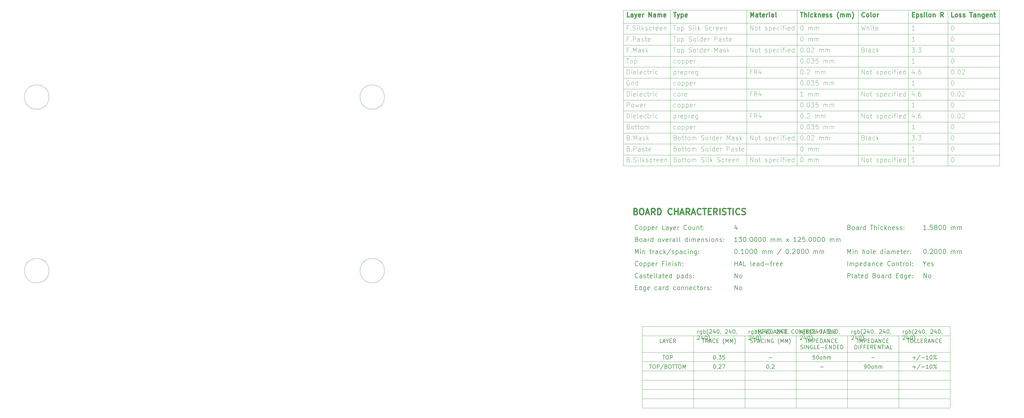
<source format=gbr>
%TF.GenerationSoftware,KiCad,Pcbnew,9.0.0*%
%TF.CreationDate,2025-03-07T13:19:33+01:00*%
%TF.ProjectId,Flatburn_V4,466c6174-6275-4726-9e5f-56342e6b6963,1*%
%TF.SameCoordinates,Original*%
%TF.FileFunction,Other,Comment*%
%FSLAX46Y46*%
G04 Gerber Fmt 4.6, Leading zero omitted, Abs format (unit mm)*
G04 Created by KiCad (PCBNEW 9.0.0) date 2025-03-07 13:19:33*
%MOMM*%
%LPD*%
G01*
G04 APERTURE LIST*
%ADD10C,0.100000*%
%ADD11C,0.200000*%
%ADD12C,0.400000*%
%ADD13C,0.300000*%
%ADD14C,0.158750*%
G04 APERTURE END LIST*
D10*
X263265712Y-100246000D02*
X386594287Y-100246000D01*
X263265712Y-126190000D02*
X386594287Y-126190000D01*
X356751428Y-100246000D02*
X356751428Y-151432000D01*
X263265712Y-111766000D02*
X386594287Y-111766000D01*
X263265712Y-115372000D02*
X386594287Y-115372000D01*
X263265712Y-137008000D02*
X386594287Y-137008000D01*
X263265712Y-133402000D02*
X386594287Y-133402000D01*
X263265712Y-140614000D02*
X386594287Y-140614000D01*
X263265712Y-100246000D02*
X263265712Y-151432000D01*
X386594287Y-100246000D02*
X386594287Y-151432000D01*
X278651426Y-100246000D02*
X278651426Y-151432000D01*
X263265712Y-151432000D02*
X386594287Y-151432000D01*
X263265712Y-129796000D02*
X386594287Y-129796000D01*
X263265712Y-122584000D02*
X386594287Y-122584000D01*
X263265712Y-108160000D02*
X386594287Y-108160000D01*
X263265712Y-104554000D02*
X386594287Y-104554000D01*
X263265712Y-144220000D02*
X386594287Y-144220000D01*
X263265712Y-118978000D02*
X386594287Y-118978000D01*
X263265712Y-147826000D02*
X386594287Y-147826000D01*
X369637143Y-100246000D02*
X369637143Y-151432000D01*
X340251427Y-100246000D02*
X340251427Y-151432000D01*
X303722854Y-100246000D02*
X303722854Y-151432000D01*
X320222855Y-100246000D02*
X320222855Y-151432000D01*
X341924358Y-113296514D02*
X342138644Y-113367942D01*
X342138644Y-113367942D02*
X342210073Y-113439371D01*
X342210073Y-113439371D02*
X342281501Y-113582228D01*
X342281501Y-113582228D02*
X342281501Y-113796514D01*
X342281501Y-113796514D02*
X342210073Y-113939371D01*
X342210073Y-113939371D02*
X342138644Y-114010800D01*
X342138644Y-114010800D02*
X341995787Y-114082228D01*
X341995787Y-114082228D02*
X341424358Y-114082228D01*
X341424358Y-114082228D02*
X341424358Y-112582228D01*
X341424358Y-112582228D02*
X341924358Y-112582228D01*
X341924358Y-112582228D02*
X342067216Y-112653657D01*
X342067216Y-112653657D02*
X342138644Y-112725085D01*
X342138644Y-112725085D02*
X342210073Y-112867942D01*
X342210073Y-112867942D02*
X342210073Y-113010800D01*
X342210073Y-113010800D02*
X342138644Y-113153657D01*
X342138644Y-113153657D02*
X342067216Y-113225085D01*
X342067216Y-113225085D02*
X341924358Y-113296514D01*
X341924358Y-113296514D02*
X341424358Y-113296514D01*
X343138644Y-114082228D02*
X342995787Y-114010800D01*
X342995787Y-114010800D02*
X342924358Y-113867942D01*
X342924358Y-113867942D02*
X342924358Y-112582228D01*
X344352930Y-114082228D02*
X344352930Y-113296514D01*
X344352930Y-113296514D02*
X344281501Y-113153657D01*
X344281501Y-113153657D02*
X344138644Y-113082228D01*
X344138644Y-113082228D02*
X343852930Y-113082228D01*
X343852930Y-113082228D02*
X343710072Y-113153657D01*
X344352930Y-114010800D02*
X344210072Y-114082228D01*
X344210072Y-114082228D02*
X343852930Y-114082228D01*
X343852930Y-114082228D02*
X343710072Y-114010800D01*
X343710072Y-114010800D02*
X343638644Y-113867942D01*
X343638644Y-113867942D02*
X343638644Y-113725085D01*
X343638644Y-113725085D02*
X343710072Y-113582228D01*
X343710072Y-113582228D02*
X343852930Y-113510800D01*
X343852930Y-113510800D02*
X344210072Y-113510800D01*
X344210072Y-113510800D02*
X344352930Y-113439371D01*
X345710073Y-114010800D02*
X345567215Y-114082228D01*
X345567215Y-114082228D02*
X345281501Y-114082228D01*
X345281501Y-114082228D02*
X345138644Y-114010800D01*
X345138644Y-114010800D02*
X345067215Y-113939371D01*
X345067215Y-113939371D02*
X344995787Y-113796514D01*
X344995787Y-113796514D02*
X344995787Y-113367942D01*
X344995787Y-113367942D02*
X345067215Y-113225085D01*
X345067215Y-113225085D02*
X345138644Y-113153657D01*
X345138644Y-113153657D02*
X345281501Y-113082228D01*
X345281501Y-113082228D02*
X345567215Y-113082228D01*
X345567215Y-113082228D02*
X345710073Y-113153657D01*
X346352929Y-114082228D02*
X346352929Y-112582228D01*
X346495787Y-113510800D02*
X346924358Y-114082228D01*
X346924358Y-113082228D02*
X346352929Y-113653657D01*
X371095789Y-127006228D02*
X371238646Y-127006228D01*
X371238646Y-127006228D02*
X371381503Y-127077657D01*
X371381503Y-127077657D02*
X371452932Y-127149085D01*
X371452932Y-127149085D02*
X371524360Y-127291942D01*
X371524360Y-127291942D02*
X371595789Y-127577657D01*
X371595789Y-127577657D02*
X371595789Y-127934800D01*
X371595789Y-127934800D02*
X371524360Y-128220514D01*
X371524360Y-128220514D02*
X371452932Y-128363371D01*
X371452932Y-128363371D02*
X371381503Y-128434800D01*
X371381503Y-128434800D02*
X371238646Y-128506228D01*
X371238646Y-128506228D02*
X371095789Y-128506228D01*
X371095789Y-128506228D02*
X370952932Y-128434800D01*
X370952932Y-128434800D02*
X370881503Y-128363371D01*
X370881503Y-128363371D02*
X370810074Y-128220514D01*
X370810074Y-128220514D02*
X370738646Y-127934800D01*
X370738646Y-127934800D02*
X370738646Y-127577657D01*
X370738646Y-127577657D02*
X370810074Y-127291942D01*
X370810074Y-127291942D02*
X370881503Y-127149085D01*
X370881503Y-127149085D02*
X370952932Y-127077657D01*
X370952932Y-127077657D02*
X371095789Y-127006228D01*
X372238645Y-128363371D02*
X372310074Y-128434800D01*
X372310074Y-128434800D02*
X372238645Y-128506228D01*
X372238645Y-128506228D02*
X372167217Y-128434800D01*
X372167217Y-128434800D02*
X372238645Y-128363371D01*
X372238645Y-128363371D02*
X372238645Y-128506228D01*
X373238646Y-127006228D02*
X373381503Y-127006228D01*
X373381503Y-127006228D02*
X373524360Y-127077657D01*
X373524360Y-127077657D02*
X373595789Y-127149085D01*
X373595789Y-127149085D02*
X373667217Y-127291942D01*
X373667217Y-127291942D02*
X373738646Y-127577657D01*
X373738646Y-127577657D02*
X373738646Y-127934800D01*
X373738646Y-127934800D02*
X373667217Y-128220514D01*
X373667217Y-128220514D02*
X373595789Y-128363371D01*
X373595789Y-128363371D02*
X373524360Y-128434800D01*
X373524360Y-128434800D02*
X373381503Y-128506228D01*
X373381503Y-128506228D02*
X373238646Y-128506228D01*
X373238646Y-128506228D02*
X373095789Y-128434800D01*
X373095789Y-128434800D02*
X373024360Y-128363371D01*
X373024360Y-128363371D02*
X372952931Y-128220514D01*
X372952931Y-128220514D02*
X372881503Y-127934800D01*
X372881503Y-127934800D02*
X372881503Y-127577657D01*
X372881503Y-127577657D02*
X372952931Y-127291942D01*
X372952931Y-127291942D02*
X373024360Y-127149085D01*
X373024360Y-127149085D02*
X373095789Y-127077657D01*
X373095789Y-127077657D02*
X373238646Y-127006228D01*
X374310074Y-127149085D02*
X374381502Y-127077657D01*
X374381502Y-127077657D02*
X374524360Y-127006228D01*
X374524360Y-127006228D02*
X374881502Y-127006228D01*
X374881502Y-127006228D02*
X375024360Y-127077657D01*
X375024360Y-127077657D02*
X375095788Y-127149085D01*
X375095788Y-127149085D02*
X375167217Y-127291942D01*
X375167217Y-127291942D02*
X375167217Y-127434800D01*
X375167217Y-127434800D02*
X375095788Y-127649085D01*
X375095788Y-127649085D02*
X374238645Y-128506228D01*
X374238645Y-128506228D02*
X375167217Y-128506228D01*
X264438643Y-121294228D02*
X264438643Y-119794228D01*
X264438643Y-119794228D02*
X264795786Y-119794228D01*
X264795786Y-119794228D02*
X265010072Y-119865657D01*
X265010072Y-119865657D02*
X265152929Y-120008514D01*
X265152929Y-120008514D02*
X265224358Y-120151371D01*
X265224358Y-120151371D02*
X265295786Y-120437085D01*
X265295786Y-120437085D02*
X265295786Y-120651371D01*
X265295786Y-120651371D02*
X265224358Y-120937085D01*
X265224358Y-120937085D02*
X265152929Y-121079942D01*
X265152929Y-121079942D02*
X265010072Y-121222800D01*
X265010072Y-121222800D02*
X264795786Y-121294228D01*
X264795786Y-121294228D02*
X264438643Y-121294228D01*
X265938643Y-121294228D02*
X265938643Y-120294228D01*
X265938643Y-119794228D02*
X265867215Y-119865657D01*
X265867215Y-119865657D02*
X265938643Y-119937085D01*
X265938643Y-119937085D02*
X266010072Y-119865657D01*
X266010072Y-119865657D02*
X265938643Y-119794228D01*
X265938643Y-119794228D02*
X265938643Y-119937085D01*
X267224358Y-121222800D02*
X267081501Y-121294228D01*
X267081501Y-121294228D02*
X266795787Y-121294228D01*
X266795787Y-121294228D02*
X266652929Y-121222800D01*
X266652929Y-121222800D02*
X266581501Y-121079942D01*
X266581501Y-121079942D02*
X266581501Y-120508514D01*
X266581501Y-120508514D02*
X266652929Y-120365657D01*
X266652929Y-120365657D02*
X266795787Y-120294228D01*
X266795787Y-120294228D02*
X267081501Y-120294228D01*
X267081501Y-120294228D02*
X267224358Y-120365657D01*
X267224358Y-120365657D02*
X267295787Y-120508514D01*
X267295787Y-120508514D02*
X267295787Y-120651371D01*
X267295787Y-120651371D02*
X266581501Y-120794228D01*
X268152929Y-121294228D02*
X268010072Y-121222800D01*
X268010072Y-121222800D02*
X267938643Y-121079942D01*
X267938643Y-121079942D02*
X267938643Y-119794228D01*
X269295786Y-121222800D02*
X269152929Y-121294228D01*
X269152929Y-121294228D02*
X268867215Y-121294228D01*
X268867215Y-121294228D02*
X268724357Y-121222800D01*
X268724357Y-121222800D02*
X268652929Y-121079942D01*
X268652929Y-121079942D02*
X268652929Y-120508514D01*
X268652929Y-120508514D02*
X268724357Y-120365657D01*
X268724357Y-120365657D02*
X268867215Y-120294228D01*
X268867215Y-120294228D02*
X269152929Y-120294228D01*
X269152929Y-120294228D02*
X269295786Y-120365657D01*
X269295786Y-120365657D02*
X269367215Y-120508514D01*
X269367215Y-120508514D02*
X269367215Y-120651371D01*
X269367215Y-120651371D02*
X268652929Y-120794228D01*
X270652929Y-121222800D02*
X270510071Y-121294228D01*
X270510071Y-121294228D02*
X270224357Y-121294228D01*
X270224357Y-121294228D02*
X270081500Y-121222800D01*
X270081500Y-121222800D02*
X270010071Y-121151371D01*
X270010071Y-121151371D02*
X269938643Y-121008514D01*
X269938643Y-121008514D02*
X269938643Y-120579942D01*
X269938643Y-120579942D02*
X270010071Y-120437085D01*
X270010071Y-120437085D02*
X270081500Y-120365657D01*
X270081500Y-120365657D02*
X270224357Y-120294228D01*
X270224357Y-120294228D02*
X270510071Y-120294228D01*
X270510071Y-120294228D02*
X270652929Y-120365657D01*
X271081500Y-120294228D02*
X271652928Y-120294228D01*
X271295785Y-119794228D02*
X271295785Y-121079942D01*
X271295785Y-121079942D02*
X271367214Y-121222800D01*
X271367214Y-121222800D02*
X271510071Y-121294228D01*
X271510071Y-121294228D02*
X271652928Y-121294228D01*
X272152928Y-121294228D02*
X272152928Y-120294228D01*
X272152928Y-120579942D02*
X272224357Y-120437085D01*
X272224357Y-120437085D02*
X272295786Y-120365657D01*
X272295786Y-120365657D02*
X272438643Y-120294228D01*
X272438643Y-120294228D02*
X272581500Y-120294228D01*
X273081499Y-121294228D02*
X273081499Y-120294228D01*
X273081499Y-119794228D02*
X273010071Y-119865657D01*
X273010071Y-119865657D02*
X273081499Y-119937085D01*
X273081499Y-119937085D02*
X273152928Y-119865657D01*
X273152928Y-119865657D02*
X273081499Y-119794228D01*
X273081499Y-119794228D02*
X273081499Y-119937085D01*
X274438643Y-121222800D02*
X274295785Y-121294228D01*
X274295785Y-121294228D02*
X274010071Y-121294228D01*
X274010071Y-121294228D02*
X273867214Y-121222800D01*
X273867214Y-121222800D02*
X273795785Y-121151371D01*
X273795785Y-121151371D02*
X273724357Y-121008514D01*
X273724357Y-121008514D02*
X273724357Y-120579942D01*
X273724357Y-120579942D02*
X273795785Y-120437085D01*
X273795785Y-120437085D02*
X273867214Y-120365657D01*
X273867214Y-120365657D02*
X274010071Y-120294228D01*
X274010071Y-120294228D02*
X274295785Y-120294228D01*
X274295785Y-120294228D02*
X274438643Y-120365657D01*
X371095789Y-123400228D02*
X371238646Y-123400228D01*
X371238646Y-123400228D02*
X371381503Y-123471657D01*
X371381503Y-123471657D02*
X371452932Y-123543085D01*
X371452932Y-123543085D02*
X371524360Y-123685942D01*
X371524360Y-123685942D02*
X371595789Y-123971657D01*
X371595789Y-123971657D02*
X371595789Y-124328800D01*
X371595789Y-124328800D02*
X371524360Y-124614514D01*
X371524360Y-124614514D02*
X371452932Y-124757371D01*
X371452932Y-124757371D02*
X371381503Y-124828800D01*
X371381503Y-124828800D02*
X371238646Y-124900228D01*
X371238646Y-124900228D02*
X371095789Y-124900228D01*
X371095789Y-124900228D02*
X370952932Y-124828800D01*
X370952932Y-124828800D02*
X370881503Y-124757371D01*
X370881503Y-124757371D02*
X370810074Y-124614514D01*
X370810074Y-124614514D02*
X370738646Y-124328800D01*
X370738646Y-124328800D02*
X370738646Y-123971657D01*
X370738646Y-123971657D02*
X370810074Y-123685942D01*
X370810074Y-123685942D02*
X370881503Y-123543085D01*
X370881503Y-123543085D02*
X370952932Y-123471657D01*
X370952932Y-123471657D02*
X371095789Y-123400228D01*
X280324357Y-149356514D02*
X280538643Y-149427942D01*
X280538643Y-149427942D02*
X280610072Y-149499371D01*
X280610072Y-149499371D02*
X280681500Y-149642228D01*
X280681500Y-149642228D02*
X280681500Y-149856514D01*
X280681500Y-149856514D02*
X280610072Y-149999371D01*
X280610072Y-149999371D02*
X280538643Y-150070800D01*
X280538643Y-150070800D02*
X280395786Y-150142228D01*
X280395786Y-150142228D02*
X279824357Y-150142228D01*
X279824357Y-150142228D02*
X279824357Y-148642228D01*
X279824357Y-148642228D02*
X280324357Y-148642228D01*
X280324357Y-148642228D02*
X280467215Y-148713657D01*
X280467215Y-148713657D02*
X280538643Y-148785085D01*
X280538643Y-148785085D02*
X280610072Y-148927942D01*
X280610072Y-148927942D02*
X280610072Y-149070800D01*
X280610072Y-149070800D02*
X280538643Y-149213657D01*
X280538643Y-149213657D02*
X280467215Y-149285085D01*
X280467215Y-149285085D02*
X280324357Y-149356514D01*
X280324357Y-149356514D02*
X279824357Y-149356514D01*
X281538643Y-150142228D02*
X281395786Y-150070800D01*
X281395786Y-150070800D02*
X281324357Y-149999371D01*
X281324357Y-149999371D02*
X281252929Y-149856514D01*
X281252929Y-149856514D02*
X281252929Y-149427942D01*
X281252929Y-149427942D02*
X281324357Y-149285085D01*
X281324357Y-149285085D02*
X281395786Y-149213657D01*
X281395786Y-149213657D02*
X281538643Y-149142228D01*
X281538643Y-149142228D02*
X281752929Y-149142228D01*
X281752929Y-149142228D02*
X281895786Y-149213657D01*
X281895786Y-149213657D02*
X281967215Y-149285085D01*
X281967215Y-149285085D02*
X282038643Y-149427942D01*
X282038643Y-149427942D02*
X282038643Y-149856514D01*
X282038643Y-149856514D02*
X281967215Y-149999371D01*
X281967215Y-149999371D02*
X281895786Y-150070800D01*
X281895786Y-150070800D02*
X281752929Y-150142228D01*
X281752929Y-150142228D02*
X281538643Y-150142228D01*
X282467215Y-149142228D02*
X283038643Y-149142228D01*
X282681500Y-148642228D02*
X282681500Y-149927942D01*
X282681500Y-149927942D02*
X282752929Y-150070800D01*
X282752929Y-150070800D02*
X282895786Y-150142228D01*
X282895786Y-150142228D02*
X283038643Y-150142228D01*
X283324358Y-149142228D02*
X283895786Y-149142228D01*
X283538643Y-148642228D02*
X283538643Y-149927942D01*
X283538643Y-149927942D02*
X283610072Y-150070800D01*
X283610072Y-150070800D02*
X283752929Y-150142228D01*
X283752929Y-150142228D02*
X283895786Y-150142228D01*
X284610072Y-150142228D02*
X284467215Y-150070800D01*
X284467215Y-150070800D02*
X284395786Y-149999371D01*
X284395786Y-149999371D02*
X284324358Y-149856514D01*
X284324358Y-149856514D02*
X284324358Y-149427942D01*
X284324358Y-149427942D02*
X284395786Y-149285085D01*
X284395786Y-149285085D02*
X284467215Y-149213657D01*
X284467215Y-149213657D02*
X284610072Y-149142228D01*
X284610072Y-149142228D02*
X284824358Y-149142228D01*
X284824358Y-149142228D02*
X284967215Y-149213657D01*
X284967215Y-149213657D02*
X285038644Y-149285085D01*
X285038644Y-149285085D02*
X285110072Y-149427942D01*
X285110072Y-149427942D02*
X285110072Y-149856514D01*
X285110072Y-149856514D02*
X285038644Y-149999371D01*
X285038644Y-149999371D02*
X284967215Y-150070800D01*
X284967215Y-150070800D02*
X284824358Y-150142228D01*
X284824358Y-150142228D02*
X284610072Y-150142228D01*
X285752929Y-150142228D02*
X285752929Y-149142228D01*
X285752929Y-149285085D02*
X285824358Y-149213657D01*
X285824358Y-149213657D02*
X285967215Y-149142228D01*
X285967215Y-149142228D02*
X286181501Y-149142228D01*
X286181501Y-149142228D02*
X286324358Y-149213657D01*
X286324358Y-149213657D02*
X286395787Y-149356514D01*
X286395787Y-149356514D02*
X286395787Y-150142228D01*
X286395787Y-149356514D02*
X286467215Y-149213657D01*
X286467215Y-149213657D02*
X286610072Y-149142228D01*
X286610072Y-149142228D02*
X286824358Y-149142228D01*
X286824358Y-149142228D02*
X286967215Y-149213657D01*
X286967215Y-149213657D02*
X287038644Y-149356514D01*
X287038644Y-149356514D02*
X287038644Y-150142228D01*
X288824358Y-150070800D02*
X289038644Y-150142228D01*
X289038644Y-150142228D02*
X289395786Y-150142228D01*
X289395786Y-150142228D02*
X289538644Y-150070800D01*
X289538644Y-150070800D02*
X289610072Y-149999371D01*
X289610072Y-149999371D02*
X289681501Y-149856514D01*
X289681501Y-149856514D02*
X289681501Y-149713657D01*
X289681501Y-149713657D02*
X289610072Y-149570800D01*
X289610072Y-149570800D02*
X289538644Y-149499371D01*
X289538644Y-149499371D02*
X289395786Y-149427942D01*
X289395786Y-149427942D02*
X289110072Y-149356514D01*
X289110072Y-149356514D02*
X288967215Y-149285085D01*
X288967215Y-149285085D02*
X288895786Y-149213657D01*
X288895786Y-149213657D02*
X288824358Y-149070800D01*
X288824358Y-149070800D02*
X288824358Y-148927942D01*
X288824358Y-148927942D02*
X288895786Y-148785085D01*
X288895786Y-148785085D02*
X288967215Y-148713657D01*
X288967215Y-148713657D02*
X289110072Y-148642228D01*
X289110072Y-148642228D02*
X289467215Y-148642228D01*
X289467215Y-148642228D02*
X289681501Y-148713657D01*
X290324357Y-150142228D02*
X290324357Y-149142228D01*
X290324357Y-148642228D02*
X290252929Y-148713657D01*
X290252929Y-148713657D02*
X290324357Y-148785085D01*
X290324357Y-148785085D02*
X290395786Y-148713657D01*
X290395786Y-148713657D02*
X290324357Y-148642228D01*
X290324357Y-148642228D02*
X290324357Y-148785085D01*
X291252929Y-150142228D02*
X291110072Y-150070800D01*
X291110072Y-150070800D02*
X291038643Y-149927942D01*
X291038643Y-149927942D02*
X291038643Y-148642228D01*
X291824357Y-150142228D02*
X291824357Y-148642228D01*
X291967215Y-149570800D02*
X292395786Y-150142228D01*
X292395786Y-149142228D02*
X291824357Y-149713657D01*
X294110072Y-150070800D02*
X294324358Y-150142228D01*
X294324358Y-150142228D02*
X294681500Y-150142228D01*
X294681500Y-150142228D02*
X294824358Y-150070800D01*
X294824358Y-150070800D02*
X294895786Y-149999371D01*
X294895786Y-149999371D02*
X294967215Y-149856514D01*
X294967215Y-149856514D02*
X294967215Y-149713657D01*
X294967215Y-149713657D02*
X294895786Y-149570800D01*
X294895786Y-149570800D02*
X294824358Y-149499371D01*
X294824358Y-149499371D02*
X294681500Y-149427942D01*
X294681500Y-149427942D02*
X294395786Y-149356514D01*
X294395786Y-149356514D02*
X294252929Y-149285085D01*
X294252929Y-149285085D02*
X294181500Y-149213657D01*
X294181500Y-149213657D02*
X294110072Y-149070800D01*
X294110072Y-149070800D02*
X294110072Y-148927942D01*
X294110072Y-148927942D02*
X294181500Y-148785085D01*
X294181500Y-148785085D02*
X294252929Y-148713657D01*
X294252929Y-148713657D02*
X294395786Y-148642228D01*
X294395786Y-148642228D02*
X294752929Y-148642228D01*
X294752929Y-148642228D02*
X294967215Y-148713657D01*
X296252929Y-150070800D02*
X296110071Y-150142228D01*
X296110071Y-150142228D02*
X295824357Y-150142228D01*
X295824357Y-150142228D02*
X295681500Y-150070800D01*
X295681500Y-150070800D02*
X295610071Y-149999371D01*
X295610071Y-149999371D02*
X295538643Y-149856514D01*
X295538643Y-149856514D02*
X295538643Y-149427942D01*
X295538643Y-149427942D02*
X295610071Y-149285085D01*
X295610071Y-149285085D02*
X295681500Y-149213657D01*
X295681500Y-149213657D02*
X295824357Y-149142228D01*
X295824357Y-149142228D02*
X296110071Y-149142228D01*
X296110071Y-149142228D02*
X296252929Y-149213657D01*
X296895785Y-150142228D02*
X296895785Y-149142228D01*
X296895785Y-149427942D02*
X296967214Y-149285085D01*
X296967214Y-149285085D02*
X297038643Y-149213657D01*
X297038643Y-149213657D02*
X297181500Y-149142228D01*
X297181500Y-149142228D02*
X297324357Y-149142228D01*
X298395785Y-150070800D02*
X298252928Y-150142228D01*
X298252928Y-150142228D02*
X297967214Y-150142228D01*
X297967214Y-150142228D02*
X297824356Y-150070800D01*
X297824356Y-150070800D02*
X297752928Y-149927942D01*
X297752928Y-149927942D02*
X297752928Y-149356514D01*
X297752928Y-149356514D02*
X297824356Y-149213657D01*
X297824356Y-149213657D02*
X297967214Y-149142228D01*
X297967214Y-149142228D02*
X298252928Y-149142228D01*
X298252928Y-149142228D02*
X298395785Y-149213657D01*
X298395785Y-149213657D02*
X298467214Y-149356514D01*
X298467214Y-149356514D02*
X298467214Y-149499371D01*
X298467214Y-149499371D02*
X297752928Y-149642228D01*
X299681499Y-150070800D02*
X299538642Y-150142228D01*
X299538642Y-150142228D02*
X299252928Y-150142228D01*
X299252928Y-150142228D02*
X299110070Y-150070800D01*
X299110070Y-150070800D02*
X299038642Y-149927942D01*
X299038642Y-149927942D02*
X299038642Y-149356514D01*
X299038642Y-149356514D02*
X299110070Y-149213657D01*
X299110070Y-149213657D02*
X299252928Y-149142228D01*
X299252928Y-149142228D02*
X299538642Y-149142228D01*
X299538642Y-149142228D02*
X299681499Y-149213657D01*
X299681499Y-149213657D02*
X299752928Y-149356514D01*
X299752928Y-149356514D02*
X299752928Y-149499371D01*
X299752928Y-149499371D02*
X299038642Y-149642228D01*
X300395784Y-149142228D02*
X300395784Y-150142228D01*
X300395784Y-149285085D02*
X300467213Y-149213657D01*
X300467213Y-149213657D02*
X300610070Y-149142228D01*
X300610070Y-149142228D02*
X300824356Y-149142228D01*
X300824356Y-149142228D02*
X300967213Y-149213657D01*
X300967213Y-149213657D02*
X301038642Y-149356514D01*
X301038642Y-149356514D02*
X301038642Y-150142228D01*
X358710074Y-139324228D02*
X357852931Y-139324228D01*
X358281502Y-139324228D02*
X358281502Y-137824228D01*
X358281502Y-137824228D02*
X358138645Y-138038514D01*
X358138645Y-138038514D02*
X357995788Y-138181371D01*
X357995788Y-138181371D02*
X357852931Y-138252800D01*
X264438643Y-135718228D02*
X264438643Y-134218228D01*
X264438643Y-134218228D02*
X264795786Y-134218228D01*
X264795786Y-134218228D02*
X265010072Y-134289657D01*
X265010072Y-134289657D02*
X265152929Y-134432514D01*
X265152929Y-134432514D02*
X265224358Y-134575371D01*
X265224358Y-134575371D02*
X265295786Y-134861085D01*
X265295786Y-134861085D02*
X265295786Y-135075371D01*
X265295786Y-135075371D02*
X265224358Y-135361085D01*
X265224358Y-135361085D02*
X265152929Y-135503942D01*
X265152929Y-135503942D02*
X265010072Y-135646800D01*
X265010072Y-135646800D02*
X264795786Y-135718228D01*
X264795786Y-135718228D02*
X264438643Y-135718228D01*
X265938643Y-135718228D02*
X265938643Y-134718228D01*
X265938643Y-134218228D02*
X265867215Y-134289657D01*
X265867215Y-134289657D02*
X265938643Y-134361085D01*
X265938643Y-134361085D02*
X266010072Y-134289657D01*
X266010072Y-134289657D02*
X265938643Y-134218228D01*
X265938643Y-134218228D02*
X265938643Y-134361085D01*
X267224358Y-135646800D02*
X267081501Y-135718228D01*
X267081501Y-135718228D02*
X266795787Y-135718228D01*
X266795787Y-135718228D02*
X266652929Y-135646800D01*
X266652929Y-135646800D02*
X266581501Y-135503942D01*
X266581501Y-135503942D02*
X266581501Y-134932514D01*
X266581501Y-134932514D02*
X266652929Y-134789657D01*
X266652929Y-134789657D02*
X266795787Y-134718228D01*
X266795787Y-134718228D02*
X267081501Y-134718228D01*
X267081501Y-134718228D02*
X267224358Y-134789657D01*
X267224358Y-134789657D02*
X267295787Y-134932514D01*
X267295787Y-134932514D02*
X267295787Y-135075371D01*
X267295787Y-135075371D02*
X266581501Y-135218228D01*
X268152929Y-135718228D02*
X268010072Y-135646800D01*
X268010072Y-135646800D02*
X267938643Y-135503942D01*
X267938643Y-135503942D02*
X267938643Y-134218228D01*
X269295786Y-135646800D02*
X269152929Y-135718228D01*
X269152929Y-135718228D02*
X268867215Y-135718228D01*
X268867215Y-135718228D02*
X268724357Y-135646800D01*
X268724357Y-135646800D02*
X268652929Y-135503942D01*
X268652929Y-135503942D02*
X268652929Y-134932514D01*
X268652929Y-134932514D02*
X268724357Y-134789657D01*
X268724357Y-134789657D02*
X268867215Y-134718228D01*
X268867215Y-134718228D02*
X269152929Y-134718228D01*
X269152929Y-134718228D02*
X269295786Y-134789657D01*
X269295786Y-134789657D02*
X269367215Y-134932514D01*
X269367215Y-134932514D02*
X269367215Y-135075371D01*
X269367215Y-135075371D02*
X268652929Y-135218228D01*
X270652929Y-135646800D02*
X270510071Y-135718228D01*
X270510071Y-135718228D02*
X270224357Y-135718228D01*
X270224357Y-135718228D02*
X270081500Y-135646800D01*
X270081500Y-135646800D02*
X270010071Y-135575371D01*
X270010071Y-135575371D02*
X269938643Y-135432514D01*
X269938643Y-135432514D02*
X269938643Y-135003942D01*
X269938643Y-135003942D02*
X270010071Y-134861085D01*
X270010071Y-134861085D02*
X270081500Y-134789657D01*
X270081500Y-134789657D02*
X270224357Y-134718228D01*
X270224357Y-134718228D02*
X270510071Y-134718228D01*
X270510071Y-134718228D02*
X270652929Y-134789657D01*
X271081500Y-134718228D02*
X271652928Y-134718228D01*
X271295785Y-134218228D02*
X271295785Y-135503942D01*
X271295785Y-135503942D02*
X271367214Y-135646800D01*
X271367214Y-135646800D02*
X271510071Y-135718228D01*
X271510071Y-135718228D02*
X271652928Y-135718228D01*
X272152928Y-135718228D02*
X272152928Y-134718228D01*
X272152928Y-135003942D02*
X272224357Y-134861085D01*
X272224357Y-134861085D02*
X272295786Y-134789657D01*
X272295786Y-134789657D02*
X272438643Y-134718228D01*
X272438643Y-134718228D02*
X272581500Y-134718228D01*
X273081499Y-135718228D02*
X273081499Y-134718228D01*
X273081499Y-134218228D02*
X273010071Y-134289657D01*
X273010071Y-134289657D02*
X273081499Y-134361085D01*
X273081499Y-134361085D02*
X273152928Y-134289657D01*
X273152928Y-134289657D02*
X273081499Y-134218228D01*
X273081499Y-134218228D02*
X273081499Y-134361085D01*
X274438643Y-135646800D02*
X274295785Y-135718228D01*
X274295785Y-135718228D02*
X274010071Y-135718228D01*
X274010071Y-135718228D02*
X273867214Y-135646800D01*
X273867214Y-135646800D02*
X273795785Y-135575371D01*
X273795785Y-135575371D02*
X273724357Y-135432514D01*
X273724357Y-135432514D02*
X273724357Y-135003942D01*
X273724357Y-135003942D02*
X273795785Y-134861085D01*
X273795785Y-134861085D02*
X273867214Y-134789657D01*
X273867214Y-134789657D02*
X274010071Y-134718228D01*
X274010071Y-134718228D02*
X274295785Y-134718228D01*
X274295785Y-134718228D02*
X274438643Y-134789657D01*
X321681501Y-123400228D02*
X321824358Y-123400228D01*
X321824358Y-123400228D02*
X321967215Y-123471657D01*
X321967215Y-123471657D02*
X322038644Y-123543085D01*
X322038644Y-123543085D02*
X322110072Y-123685942D01*
X322110072Y-123685942D02*
X322181501Y-123971657D01*
X322181501Y-123971657D02*
X322181501Y-124328800D01*
X322181501Y-124328800D02*
X322110072Y-124614514D01*
X322110072Y-124614514D02*
X322038644Y-124757371D01*
X322038644Y-124757371D02*
X321967215Y-124828800D01*
X321967215Y-124828800D02*
X321824358Y-124900228D01*
X321824358Y-124900228D02*
X321681501Y-124900228D01*
X321681501Y-124900228D02*
X321538644Y-124828800D01*
X321538644Y-124828800D02*
X321467215Y-124757371D01*
X321467215Y-124757371D02*
X321395786Y-124614514D01*
X321395786Y-124614514D02*
X321324358Y-124328800D01*
X321324358Y-124328800D02*
X321324358Y-123971657D01*
X321324358Y-123971657D02*
X321395786Y-123685942D01*
X321395786Y-123685942D02*
X321467215Y-123543085D01*
X321467215Y-123543085D02*
X321538644Y-123471657D01*
X321538644Y-123471657D02*
X321681501Y-123400228D01*
X322824357Y-124757371D02*
X322895786Y-124828800D01*
X322895786Y-124828800D02*
X322824357Y-124900228D01*
X322824357Y-124900228D02*
X322752929Y-124828800D01*
X322752929Y-124828800D02*
X322824357Y-124757371D01*
X322824357Y-124757371D02*
X322824357Y-124900228D01*
X323824358Y-123400228D02*
X323967215Y-123400228D01*
X323967215Y-123400228D02*
X324110072Y-123471657D01*
X324110072Y-123471657D02*
X324181501Y-123543085D01*
X324181501Y-123543085D02*
X324252929Y-123685942D01*
X324252929Y-123685942D02*
X324324358Y-123971657D01*
X324324358Y-123971657D02*
X324324358Y-124328800D01*
X324324358Y-124328800D02*
X324252929Y-124614514D01*
X324252929Y-124614514D02*
X324181501Y-124757371D01*
X324181501Y-124757371D02*
X324110072Y-124828800D01*
X324110072Y-124828800D02*
X323967215Y-124900228D01*
X323967215Y-124900228D02*
X323824358Y-124900228D01*
X323824358Y-124900228D02*
X323681501Y-124828800D01*
X323681501Y-124828800D02*
X323610072Y-124757371D01*
X323610072Y-124757371D02*
X323538643Y-124614514D01*
X323538643Y-124614514D02*
X323467215Y-124328800D01*
X323467215Y-124328800D02*
X323467215Y-123971657D01*
X323467215Y-123971657D02*
X323538643Y-123685942D01*
X323538643Y-123685942D02*
X323610072Y-123543085D01*
X323610072Y-123543085D02*
X323681501Y-123471657D01*
X323681501Y-123471657D02*
X323824358Y-123400228D01*
X324824357Y-123400228D02*
X325752929Y-123400228D01*
X325752929Y-123400228D02*
X325252929Y-123971657D01*
X325252929Y-123971657D02*
X325467214Y-123971657D01*
X325467214Y-123971657D02*
X325610072Y-124043085D01*
X325610072Y-124043085D02*
X325681500Y-124114514D01*
X325681500Y-124114514D02*
X325752929Y-124257371D01*
X325752929Y-124257371D02*
X325752929Y-124614514D01*
X325752929Y-124614514D02*
X325681500Y-124757371D01*
X325681500Y-124757371D02*
X325610072Y-124828800D01*
X325610072Y-124828800D02*
X325467214Y-124900228D01*
X325467214Y-124900228D02*
X325038643Y-124900228D01*
X325038643Y-124900228D02*
X324895786Y-124828800D01*
X324895786Y-124828800D02*
X324824357Y-124757371D01*
X327110071Y-123400228D02*
X326395785Y-123400228D01*
X326395785Y-123400228D02*
X326324357Y-124114514D01*
X326324357Y-124114514D02*
X326395785Y-124043085D01*
X326395785Y-124043085D02*
X326538643Y-123971657D01*
X326538643Y-123971657D02*
X326895785Y-123971657D01*
X326895785Y-123971657D02*
X327038643Y-124043085D01*
X327038643Y-124043085D02*
X327110071Y-124114514D01*
X327110071Y-124114514D02*
X327181500Y-124257371D01*
X327181500Y-124257371D02*
X327181500Y-124614514D01*
X327181500Y-124614514D02*
X327110071Y-124757371D01*
X327110071Y-124757371D02*
X327038643Y-124828800D01*
X327038643Y-124828800D02*
X326895785Y-124900228D01*
X326895785Y-124900228D02*
X326538643Y-124900228D01*
X326538643Y-124900228D02*
X326395785Y-124828800D01*
X326395785Y-124828800D02*
X326324357Y-124757371D01*
X328967213Y-124900228D02*
X328967213Y-123900228D01*
X328967213Y-124043085D02*
X329038642Y-123971657D01*
X329038642Y-123971657D02*
X329181499Y-123900228D01*
X329181499Y-123900228D02*
X329395785Y-123900228D01*
X329395785Y-123900228D02*
X329538642Y-123971657D01*
X329538642Y-123971657D02*
X329610071Y-124114514D01*
X329610071Y-124114514D02*
X329610071Y-124900228D01*
X329610071Y-124114514D02*
X329681499Y-123971657D01*
X329681499Y-123971657D02*
X329824356Y-123900228D01*
X329824356Y-123900228D02*
X330038642Y-123900228D01*
X330038642Y-123900228D02*
X330181499Y-123971657D01*
X330181499Y-123971657D02*
X330252928Y-124114514D01*
X330252928Y-124114514D02*
X330252928Y-124900228D01*
X330967213Y-124900228D02*
X330967213Y-123900228D01*
X330967213Y-124043085D02*
X331038642Y-123971657D01*
X331038642Y-123971657D02*
X331181499Y-123900228D01*
X331181499Y-123900228D02*
X331395785Y-123900228D01*
X331395785Y-123900228D02*
X331538642Y-123971657D01*
X331538642Y-123971657D02*
X331610071Y-124114514D01*
X331610071Y-124114514D02*
X331610071Y-124900228D01*
X331610071Y-124114514D02*
X331681499Y-123971657D01*
X331681499Y-123971657D02*
X331824356Y-123900228D01*
X331824356Y-123900228D02*
X332038642Y-123900228D01*
X332038642Y-123900228D02*
X332181499Y-123971657D01*
X332181499Y-123971657D02*
X332252928Y-124114514D01*
X332252928Y-124114514D02*
X332252928Y-124900228D01*
D11*
X337348720Y-171571314D02*
X337563006Y-171642742D01*
X337563006Y-171642742D02*
X337634435Y-171714171D01*
X337634435Y-171714171D02*
X337705863Y-171857028D01*
X337705863Y-171857028D02*
X337705863Y-172071314D01*
X337705863Y-172071314D02*
X337634435Y-172214171D01*
X337634435Y-172214171D02*
X337563006Y-172285600D01*
X337563006Y-172285600D02*
X337420149Y-172357028D01*
X337420149Y-172357028D02*
X336848720Y-172357028D01*
X336848720Y-172357028D02*
X336848720Y-170857028D01*
X336848720Y-170857028D02*
X337348720Y-170857028D01*
X337348720Y-170857028D02*
X337491578Y-170928457D01*
X337491578Y-170928457D02*
X337563006Y-170999885D01*
X337563006Y-170999885D02*
X337634435Y-171142742D01*
X337634435Y-171142742D02*
X337634435Y-171285600D01*
X337634435Y-171285600D02*
X337563006Y-171428457D01*
X337563006Y-171428457D02*
X337491578Y-171499885D01*
X337491578Y-171499885D02*
X337348720Y-171571314D01*
X337348720Y-171571314D02*
X336848720Y-171571314D01*
X338563006Y-172357028D02*
X338420149Y-172285600D01*
X338420149Y-172285600D02*
X338348720Y-172214171D01*
X338348720Y-172214171D02*
X338277292Y-172071314D01*
X338277292Y-172071314D02*
X338277292Y-171642742D01*
X338277292Y-171642742D02*
X338348720Y-171499885D01*
X338348720Y-171499885D02*
X338420149Y-171428457D01*
X338420149Y-171428457D02*
X338563006Y-171357028D01*
X338563006Y-171357028D02*
X338777292Y-171357028D01*
X338777292Y-171357028D02*
X338920149Y-171428457D01*
X338920149Y-171428457D02*
X338991578Y-171499885D01*
X338991578Y-171499885D02*
X339063006Y-171642742D01*
X339063006Y-171642742D02*
X339063006Y-172071314D01*
X339063006Y-172071314D02*
X338991578Y-172214171D01*
X338991578Y-172214171D02*
X338920149Y-172285600D01*
X338920149Y-172285600D02*
X338777292Y-172357028D01*
X338777292Y-172357028D02*
X338563006Y-172357028D01*
X340348721Y-172357028D02*
X340348721Y-171571314D01*
X340348721Y-171571314D02*
X340277292Y-171428457D01*
X340277292Y-171428457D02*
X340134435Y-171357028D01*
X340134435Y-171357028D02*
X339848721Y-171357028D01*
X339848721Y-171357028D02*
X339705863Y-171428457D01*
X340348721Y-172285600D02*
X340205863Y-172357028D01*
X340205863Y-172357028D02*
X339848721Y-172357028D01*
X339848721Y-172357028D02*
X339705863Y-172285600D01*
X339705863Y-172285600D02*
X339634435Y-172142742D01*
X339634435Y-172142742D02*
X339634435Y-171999885D01*
X339634435Y-171999885D02*
X339705863Y-171857028D01*
X339705863Y-171857028D02*
X339848721Y-171785600D01*
X339848721Y-171785600D02*
X340205863Y-171785600D01*
X340205863Y-171785600D02*
X340348721Y-171714171D01*
X341063006Y-172357028D02*
X341063006Y-171357028D01*
X341063006Y-171642742D02*
X341134435Y-171499885D01*
X341134435Y-171499885D02*
X341205864Y-171428457D01*
X341205864Y-171428457D02*
X341348721Y-171357028D01*
X341348721Y-171357028D02*
X341491578Y-171357028D01*
X342634435Y-172357028D02*
X342634435Y-170857028D01*
X342634435Y-172285600D02*
X342491577Y-172357028D01*
X342491577Y-172357028D02*
X342205863Y-172357028D01*
X342205863Y-172357028D02*
X342063006Y-172285600D01*
X342063006Y-172285600D02*
X341991577Y-172214171D01*
X341991577Y-172214171D02*
X341920149Y-172071314D01*
X341920149Y-172071314D02*
X341920149Y-171642742D01*
X341920149Y-171642742D02*
X341991577Y-171499885D01*
X341991577Y-171499885D02*
X342063006Y-171428457D01*
X342063006Y-171428457D02*
X342205863Y-171357028D01*
X342205863Y-171357028D02*
X342491577Y-171357028D01*
X342491577Y-171357028D02*
X342634435Y-171428457D01*
X344277292Y-170857028D02*
X345134435Y-170857028D01*
X344705863Y-172357028D02*
X344705863Y-170857028D01*
X345634434Y-172357028D02*
X345634434Y-170857028D01*
X346277292Y-172357028D02*
X346277292Y-171571314D01*
X346277292Y-171571314D02*
X346205863Y-171428457D01*
X346205863Y-171428457D02*
X346063006Y-171357028D01*
X346063006Y-171357028D02*
X345848720Y-171357028D01*
X345848720Y-171357028D02*
X345705863Y-171428457D01*
X345705863Y-171428457D02*
X345634434Y-171499885D01*
X346991577Y-172357028D02*
X346991577Y-171357028D01*
X346991577Y-170857028D02*
X346920149Y-170928457D01*
X346920149Y-170928457D02*
X346991577Y-170999885D01*
X346991577Y-170999885D02*
X347063006Y-170928457D01*
X347063006Y-170928457D02*
X346991577Y-170857028D01*
X346991577Y-170857028D02*
X346991577Y-170999885D01*
X348348721Y-172285600D02*
X348205863Y-172357028D01*
X348205863Y-172357028D02*
X347920149Y-172357028D01*
X347920149Y-172357028D02*
X347777292Y-172285600D01*
X347777292Y-172285600D02*
X347705863Y-172214171D01*
X347705863Y-172214171D02*
X347634435Y-172071314D01*
X347634435Y-172071314D02*
X347634435Y-171642742D01*
X347634435Y-171642742D02*
X347705863Y-171499885D01*
X347705863Y-171499885D02*
X347777292Y-171428457D01*
X347777292Y-171428457D02*
X347920149Y-171357028D01*
X347920149Y-171357028D02*
X348205863Y-171357028D01*
X348205863Y-171357028D02*
X348348721Y-171428457D01*
X348991577Y-172357028D02*
X348991577Y-170857028D01*
X349134435Y-171785600D02*
X349563006Y-172357028D01*
X349563006Y-171357028D02*
X348991577Y-171928457D01*
X350205863Y-171357028D02*
X350205863Y-172357028D01*
X350205863Y-171499885D02*
X350277292Y-171428457D01*
X350277292Y-171428457D02*
X350420149Y-171357028D01*
X350420149Y-171357028D02*
X350634435Y-171357028D01*
X350634435Y-171357028D02*
X350777292Y-171428457D01*
X350777292Y-171428457D02*
X350848721Y-171571314D01*
X350848721Y-171571314D02*
X350848721Y-172357028D01*
X352134435Y-172285600D02*
X351991578Y-172357028D01*
X351991578Y-172357028D02*
X351705864Y-172357028D01*
X351705864Y-172357028D02*
X351563006Y-172285600D01*
X351563006Y-172285600D02*
X351491578Y-172142742D01*
X351491578Y-172142742D02*
X351491578Y-171571314D01*
X351491578Y-171571314D02*
X351563006Y-171428457D01*
X351563006Y-171428457D02*
X351705864Y-171357028D01*
X351705864Y-171357028D02*
X351991578Y-171357028D01*
X351991578Y-171357028D02*
X352134435Y-171428457D01*
X352134435Y-171428457D02*
X352205864Y-171571314D01*
X352205864Y-171571314D02*
X352205864Y-171714171D01*
X352205864Y-171714171D02*
X351491578Y-171857028D01*
X352777292Y-172285600D02*
X352920149Y-172357028D01*
X352920149Y-172357028D02*
X353205863Y-172357028D01*
X353205863Y-172357028D02*
X353348720Y-172285600D01*
X353348720Y-172285600D02*
X353420149Y-172142742D01*
X353420149Y-172142742D02*
X353420149Y-172071314D01*
X353420149Y-172071314D02*
X353348720Y-171928457D01*
X353348720Y-171928457D02*
X353205863Y-171857028D01*
X353205863Y-171857028D02*
X352991578Y-171857028D01*
X352991578Y-171857028D02*
X352848720Y-171785600D01*
X352848720Y-171785600D02*
X352777292Y-171642742D01*
X352777292Y-171642742D02*
X352777292Y-171571314D01*
X352777292Y-171571314D02*
X352848720Y-171428457D01*
X352848720Y-171428457D02*
X352991578Y-171357028D01*
X352991578Y-171357028D02*
X353205863Y-171357028D01*
X353205863Y-171357028D02*
X353348720Y-171428457D01*
X353991578Y-172285600D02*
X354134435Y-172357028D01*
X354134435Y-172357028D02*
X354420149Y-172357028D01*
X354420149Y-172357028D02*
X354563006Y-172285600D01*
X354563006Y-172285600D02*
X354634435Y-172142742D01*
X354634435Y-172142742D02*
X354634435Y-172071314D01*
X354634435Y-172071314D02*
X354563006Y-171928457D01*
X354563006Y-171928457D02*
X354420149Y-171857028D01*
X354420149Y-171857028D02*
X354205864Y-171857028D01*
X354205864Y-171857028D02*
X354063006Y-171785600D01*
X354063006Y-171785600D02*
X353991578Y-171642742D01*
X353991578Y-171642742D02*
X353991578Y-171571314D01*
X353991578Y-171571314D02*
X354063006Y-171428457D01*
X354063006Y-171428457D02*
X354205864Y-171357028D01*
X354205864Y-171357028D02*
X354420149Y-171357028D01*
X354420149Y-171357028D02*
X354563006Y-171428457D01*
X355277292Y-172214171D02*
X355348721Y-172285600D01*
X355348721Y-172285600D02*
X355277292Y-172357028D01*
X355277292Y-172357028D02*
X355205864Y-172285600D01*
X355205864Y-172285600D02*
X355277292Y-172214171D01*
X355277292Y-172214171D02*
X355277292Y-172357028D01*
X355277292Y-171428457D02*
X355348721Y-171499885D01*
X355348721Y-171499885D02*
X355277292Y-171571314D01*
X355277292Y-171571314D02*
X355205864Y-171499885D01*
X355205864Y-171499885D02*
X355277292Y-171428457D01*
X355277292Y-171428457D02*
X355277292Y-171571314D01*
D10*
X358710074Y-124900228D02*
X357852931Y-124900228D01*
X358281502Y-124900228D02*
X358281502Y-123400228D01*
X358281502Y-123400228D02*
X358138645Y-123614514D01*
X358138645Y-123614514D02*
X357995788Y-123757371D01*
X357995788Y-123757371D02*
X357852931Y-123828800D01*
X280467215Y-117616800D02*
X280324357Y-117688228D01*
X280324357Y-117688228D02*
X280038643Y-117688228D01*
X280038643Y-117688228D02*
X279895786Y-117616800D01*
X279895786Y-117616800D02*
X279824357Y-117545371D01*
X279824357Y-117545371D02*
X279752929Y-117402514D01*
X279752929Y-117402514D02*
X279752929Y-116973942D01*
X279752929Y-116973942D02*
X279824357Y-116831085D01*
X279824357Y-116831085D02*
X279895786Y-116759657D01*
X279895786Y-116759657D02*
X280038643Y-116688228D01*
X280038643Y-116688228D02*
X280324357Y-116688228D01*
X280324357Y-116688228D02*
X280467215Y-116759657D01*
X281324357Y-117688228D02*
X281181500Y-117616800D01*
X281181500Y-117616800D02*
X281110071Y-117545371D01*
X281110071Y-117545371D02*
X281038643Y-117402514D01*
X281038643Y-117402514D02*
X281038643Y-116973942D01*
X281038643Y-116973942D02*
X281110071Y-116831085D01*
X281110071Y-116831085D02*
X281181500Y-116759657D01*
X281181500Y-116759657D02*
X281324357Y-116688228D01*
X281324357Y-116688228D02*
X281538643Y-116688228D01*
X281538643Y-116688228D02*
X281681500Y-116759657D01*
X281681500Y-116759657D02*
X281752929Y-116831085D01*
X281752929Y-116831085D02*
X281824357Y-116973942D01*
X281824357Y-116973942D02*
X281824357Y-117402514D01*
X281824357Y-117402514D02*
X281752929Y-117545371D01*
X281752929Y-117545371D02*
X281681500Y-117616800D01*
X281681500Y-117616800D02*
X281538643Y-117688228D01*
X281538643Y-117688228D02*
X281324357Y-117688228D01*
X282467214Y-116688228D02*
X282467214Y-118188228D01*
X282467214Y-116759657D02*
X282610072Y-116688228D01*
X282610072Y-116688228D02*
X282895786Y-116688228D01*
X282895786Y-116688228D02*
X283038643Y-116759657D01*
X283038643Y-116759657D02*
X283110072Y-116831085D01*
X283110072Y-116831085D02*
X283181500Y-116973942D01*
X283181500Y-116973942D02*
X283181500Y-117402514D01*
X283181500Y-117402514D02*
X283110072Y-117545371D01*
X283110072Y-117545371D02*
X283038643Y-117616800D01*
X283038643Y-117616800D02*
X282895786Y-117688228D01*
X282895786Y-117688228D02*
X282610072Y-117688228D01*
X282610072Y-117688228D02*
X282467214Y-117616800D01*
X283824357Y-116688228D02*
X283824357Y-118188228D01*
X283824357Y-116759657D02*
X283967215Y-116688228D01*
X283967215Y-116688228D02*
X284252929Y-116688228D01*
X284252929Y-116688228D02*
X284395786Y-116759657D01*
X284395786Y-116759657D02*
X284467215Y-116831085D01*
X284467215Y-116831085D02*
X284538643Y-116973942D01*
X284538643Y-116973942D02*
X284538643Y-117402514D01*
X284538643Y-117402514D02*
X284467215Y-117545371D01*
X284467215Y-117545371D02*
X284395786Y-117616800D01*
X284395786Y-117616800D02*
X284252929Y-117688228D01*
X284252929Y-117688228D02*
X283967215Y-117688228D01*
X283967215Y-117688228D02*
X283824357Y-117616800D01*
X285752929Y-117616800D02*
X285610072Y-117688228D01*
X285610072Y-117688228D02*
X285324358Y-117688228D01*
X285324358Y-117688228D02*
X285181500Y-117616800D01*
X285181500Y-117616800D02*
X285110072Y-117473942D01*
X285110072Y-117473942D02*
X285110072Y-116902514D01*
X285110072Y-116902514D02*
X285181500Y-116759657D01*
X285181500Y-116759657D02*
X285324358Y-116688228D01*
X285324358Y-116688228D02*
X285610072Y-116688228D01*
X285610072Y-116688228D02*
X285752929Y-116759657D01*
X285752929Y-116759657D02*
X285824358Y-116902514D01*
X285824358Y-116902514D02*
X285824358Y-117045371D01*
X285824358Y-117045371D02*
X285110072Y-117188228D01*
X286467214Y-117688228D02*
X286467214Y-116688228D01*
X286467214Y-116973942D02*
X286538643Y-116831085D01*
X286538643Y-116831085D02*
X286610072Y-116759657D01*
X286610072Y-116759657D02*
X286752929Y-116688228D01*
X286752929Y-116688228D02*
X286895786Y-116688228D01*
X321681501Y-134218228D02*
X321824358Y-134218228D01*
X321824358Y-134218228D02*
X321967215Y-134289657D01*
X321967215Y-134289657D02*
X322038644Y-134361085D01*
X322038644Y-134361085D02*
X322110072Y-134503942D01*
X322110072Y-134503942D02*
X322181501Y-134789657D01*
X322181501Y-134789657D02*
X322181501Y-135146800D01*
X322181501Y-135146800D02*
X322110072Y-135432514D01*
X322110072Y-135432514D02*
X322038644Y-135575371D01*
X322038644Y-135575371D02*
X321967215Y-135646800D01*
X321967215Y-135646800D02*
X321824358Y-135718228D01*
X321824358Y-135718228D02*
X321681501Y-135718228D01*
X321681501Y-135718228D02*
X321538644Y-135646800D01*
X321538644Y-135646800D02*
X321467215Y-135575371D01*
X321467215Y-135575371D02*
X321395786Y-135432514D01*
X321395786Y-135432514D02*
X321324358Y-135146800D01*
X321324358Y-135146800D02*
X321324358Y-134789657D01*
X321324358Y-134789657D02*
X321395786Y-134503942D01*
X321395786Y-134503942D02*
X321467215Y-134361085D01*
X321467215Y-134361085D02*
X321538644Y-134289657D01*
X321538644Y-134289657D02*
X321681501Y-134218228D01*
X322824357Y-135575371D02*
X322895786Y-135646800D01*
X322895786Y-135646800D02*
X322824357Y-135718228D01*
X322824357Y-135718228D02*
X322752929Y-135646800D01*
X322752929Y-135646800D02*
X322824357Y-135575371D01*
X322824357Y-135575371D02*
X322824357Y-135718228D01*
X323467215Y-134361085D02*
X323538643Y-134289657D01*
X323538643Y-134289657D02*
X323681501Y-134218228D01*
X323681501Y-134218228D02*
X324038643Y-134218228D01*
X324038643Y-134218228D02*
X324181501Y-134289657D01*
X324181501Y-134289657D02*
X324252929Y-134361085D01*
X324252929Y-134361085D02*
X324324358Y-134503942D01*
X324324358Y-134503942D02*
X324324358Y-134646800D01*
X324324358Y-134646800D02*
X324252929Y-134861085D01*
X324252929Y-134861085D02*
X323395786Y-135718228D01*
X323395786Y-135718228D02*
X324324358Y-135718228D01*
X326110071Y-135718228D02*
X326110071Y-134718228D01*
X326110071Y-134861085D02*
X326181500Y-134789657D01*
X326181500Y-134789657D02*
X326324357Y-134718228D01*
X326324357Y-134718228D02*
X326538643Y-134718228D01*
X326538643Y-134718228D02*
X326681500Y-134789657D01*
X326681500Y-134789657D02*
X326752929Y-134932514D01*
X326752929Y-134932514D02*
X326752929Y-135718228D01*
X326752929Y-134932514D02*
X326824357Y-134789657D01*
X326824357Y-134789657D02*
X326967214Y-134718228D01*
X326967214Y-134718228D02*
X327181500Y-134718228D01*
X327181500Y-134718228D02*
X327324357Y-134789657D01*
X327324357Y-134789657D02*
X327395786Y-134932514D01*
X327395786Y-134932514D02*
X327395786Y-135718228D01*
X328110071Y-135718228D02*
X328110071Y-134718228D01*
X328110071Y-134861085D02*
X328181500Y-134789657D01*
X328181500Y-134789657D02*
X328324357Y-134718228D01*
X328324357Y-134718228D02*
X328538643Y-134718228D01*
X328538643Y-134718228D02*
X328681500Y-134789657D01*
X328681500Y-134789657D02*
X328752929Y-134932514D01*
X328752929Y-134932514D02*
X328752929Y-135718228D01*
X328752929Y-134932514D02*
X328824357Y-134789657D01*
X328824357Y-134789657D02*
X328967214Y-134718228D01*
X328967214Y-134718228D02*
X329181500Y-134718228D01*
X329181500Y-134718228D02*
X329324357Y-134789657D01*
X329324357Y-134789657D02*
X329395786Y-134932514D01*
X329395786Y-134932514D02*
X329395786Y-135718228D01*
X371095789Y-112582228D02*
X371238646Y-112582228D01*
X371238646Y-112582228D02*
X371381503Y-112653657D01*
X371381503Y-112653657D02*
X371452932Y-112725085D01*
X371452932Y-112725085D02*
X371524360Y-112867942D01*
X371524360Y-112867942D02*
X371595789Y-113153657D01*
X371595789Y-113153657D02*
X371595789Y-113510800D01*
X371595789Y-113510800D02*
X371524360Y-113796514D01*
X371524360Y-113796514D02*
X371452932Y-113939371D01*
X371452932Y-113939371D02*
X371381503Y-114010800D01*
X371381503Y-114010800D02*
X371238646Y-114082228D01*
X371238646Y-114082228D02*
X371095789Y-114082228D01*
X371095789Y-114082228D02*
X370952932Y-114010800D01*
X370952932Y-114010800D02*
X370881503Y-113939371D01*
X370881503Y-113939371D02*
X370810074Y-113796514D01*
X370810074Y-113796514D02*
X370738646Y-113510800D01*
X370738646Y-113510800D02*
X370738646Y-113153657D01*
X370738646Y-113153657D02*
X370810074Y-112867942D01*
X370810074Y-112867942D02*
X370881503Y-112725085D01*
X370881503Y-112725085D02*
X370952932Y-112653657D01*
X370952932Y-112653657D02*
X371095789Y-112582228D01*
X279610072Y-112582228D02*
X280467215Y-112582228D01*
X280038643Y-114082228D02*
X280038643Y-112582228D01*
X281181500Y-114082228D02*
X281038643Y-114010800D01*
X281038643Y-114010800D02*
X280967214Y-113939371D01*
X280967214Y-113939371D02*
X280895786Y-113796514D01*
X280895786Y-113796514D02*
X280895786Y-113367942D01*
X280895786Y-113367942D02*
X280967214Y-113225085D01*
X280967214Y-113225085D02*
X281038643Y-113153657D01*
X281038643Y-113153657D02*
X281181500Y-113082228D01*
X281181500Y-113082228D02*
X281395786Y-113082228D01*
X281395786Y-113082228D02*
X281538643Y-113153657D01*
X281538643Y-113153657D02*
X281610072Y-113225085D01*
X281610072Y-113225085D02*
X281681500Y-113367942D01*
X281681500Y-113367942D02*
X281681500Y-113796514D01*
X281681500Y-113796514D02*
X281610072Y-113939371D01*
X281610072Y-113939371D02*
X281538643Y-114010800D01*
X281538643Y-114010800D02*
X281395786Y-114082228D01*
X281395786Y-114082228D02*
X281181500Y-114082228D01*
X282324357Y-113082228D02*
X282324357Y-114582228D01*
X282324357Y-113153657D02*
X282467215Y-113082228D01*
X282467215Y-113082228D02*
X282752929Y-113082228D01*
X282752929Y-113082228D02*
X282895786Y-113153657D01*
X282895786Y-113153657D02*
X282967215Y-113225085D01*
X282967215Y-113225085D02*
X283038643Y-113367942D01*
X283038643Y-113367942D02*
X283038643Y-113796514D01*
X283038643Y-113796514D02*
X282967215Y-113939371D01*
X282967215Y-113939371D02*
X282895786Y-114010800D01*
X282895786Y-114010800D02*
X282752929Y-114082228D01*
X282752929Y-114082228D02*
X282467215Y-114082228D01*
X282467215Y-114082228D02*
X282324357Y-114010800D01*
X284752929Y-114010800D02*
X284967215Y-114082228D01*
X284967215Y-114082228D02*
X285324357Y-114082228D01*
X285324357Y-114082228D02*
X285467215Y-114010800D01*
X285467215Y-114010800D02*
X285538643Y-113939371D01*
X285538643Y-113939371D02*
X285610072Y-113796514D01*
X285610072Y-113796514D02*
X285610072Y-113653657D01*
X285610072Y-113653657D02*
X285538643Y-113510800D01*
X285538643Y-113510800D02*
X285467215Y-113439371D01*
X285467215Y-113439371D02*
X285324357Y-113367942D01*
X285324357Y-113367942D02*
X285038643Y-113296514D01*
X285038643Y-113296514D02*
X284895786Y-113225085D01*
X284895786Y-113225085D02*
X284824357Y-113153657D01*
X284824357Y-113153657D02*
X284752929Y-113010800D01*
X284752929Y-113010800D02*
X284752929Y-112867942D01*
X284752929Y-112867942D02*
X284824357Y-112725085D01*
X284824357Y-112725085D02*
X284895786Y-112653657D01*
X284895786Y-112653657D02*
X285038643Y-112582228D01*
X285038643Y-112582228D02*
X285395786Y-112582228D01*
X285395786Y-112582228D02*
X285610072Y-112653657D01*
X286467214Y-114082228D02*
X286324357Y-114010800D01*
X286324357Y-114010800D02*
X286252928Y-113939371D01*
X286252928Y-113939371D02*
X286181500Y-113796514D01*
X286181500Y-113796514D02*
X286181500Y-113367942D01*
X286181500Y-113367942D02*
X286252928Y-113225085D01*
X286252928Y-113225085D02*
X286324357Y-113153657D01*
X286324357Y-113153657D02*
X286467214Y-113082228D01*
X286467214Y-113082228D02*
X286681500Y-113082228D01*
X286681500Y-113082228D02*
X286824357Y-113153657D01*
X286824357Y-113153657D02*
X286895786Y-113225085D01*
X286895786Y-113225085D02*
X286967214Y-113367942D01*
X286967214Y-113367942D02*
X286967214Y-113796514D01*
X286967214Y-113796514D02*
X286895786Y-113939371D01*
X286895786Y-113939371D02*
X286824357Y-114010800D01*
X286824357Y-114010800D02*
X286681500Y-114082228D01*
X286681500Y-114082228D02*
X286467214Y-114082228D01*
X287824357Y-114082228D02*
X287681500Y-114010800D01*
X287681500Y-114010800D02*
X287610071Y-113867942D01*
X287610071Y-113867942D02*
X287610071Y-112582228D01*
X289038643Y-114082228D02*
X289038643Y-112582228D01*
X289038643Y-114010800D02*
X288895785Y-114082228D01*
X288895785Y-114082228D02*
X288610071Y-114082228D01*
X288610071Y-114082228D02*
X288467214Y-114010800D01*
X288467214Y-114010800D02*
X288395785Y-113939371D01*
X288395785Y-113939371D02*
X288324357Y-113796514D01*
X288324357Y-113796514D02*
X288324357Y-113367942D01*
X288324357Y-113367942D02*
X288395785Y-113225085D01*
X288395785Y-113225085D02*
X288467214Y-113153657D01*
X288467214Y-113153657D02*
X288610071Y-113082228D01*
X288610071Y-113082228D02*
X288895785Y-113082228D01*
X288895785Y-113082228D02*
X289038643Y-113153657D01*
X290324357Y-114010800D02*
X290181500Y-114082228D01*
X290181500Y-114082228D02*
X289895786Y-114082228D01*
X289895786Y-114082228D02*
X289752928Y-114010800D01*
X289752928Y-114010800D02*
X289681500Y-113867942D01*
X289681500Y-113867942D02*
X289681500Y-113296514D01*
X289681500Y-113296514D02*
X289752928Y-113153657D01*
X289752928Y-113153657D02*
X289895786Y-113082228D01*
X289895786Y-113082228D02*
X290181500Y-113082228D01*
X290181500Y-113082228D02*
X290324357Y-113153657D01*
X290324357Y-113153657D02*
X290395786Y-113296514D01*
X290395786Y-113296514D02*
X290395786Y-113439371D01*
X290395786Y-113439371D02*
X289681500Y-113582228D01*
X291038642Y-114082228D02*
X291038642Y-113082228D01*
X291038642Y-113367942D02*
X291110071Y-113225085D01*
X291110071Y-113225085D02*
X291181500Y-113153657D01*
X291181500Y-113153657D02*
X291324357Y-113082228D01*
X291324357Y-113082228D02*
X291467214Y-113082228D01*
X293110070Y-114082228D02*
X293110070Y-112582228D01*
X293110070Y-112582228D02*
X293610070Y-113653657D01*
X293610070Y-113653657D02*
X294110070Y-112582228D01*
X294110070Y-112582228D02*
X294110070Y-114082228D01*
X295467214Y-114082228D02*
X295467214Y-113296514D01*
X295467214Y-113296514D02*
X295395785Y-113153657D01*
X295395785Y-113153657D02*
X295252928Y-113082228D01*
X295252928Y-113082228D02*
X294967214Y-113082228D01*
X294967214Y-113082228D02*
X294824356Y-113153657D01*
X295467214Y-114010800D02*
X295324356Y-114082228D01*
X295324356Y-114082228D02*
X294967214Y-114082228D01*
X294967214Y-114082228D02*
X294824356Y-114010800D01*
X294824356Y-114010800D02*
X294752928Y-113867942D01*
X294752928Y-113867942D02*
X294752928Y-113725085D01*
X294752928Y-113725085D02*
X294824356Y-113582228D01*
X294824356Y-113582228D02*
X294967214Y-113510800D01*
X294967214Y-113510800D02*
X295324356Y-113510800D01*
X295324356Y-113510800D02*
X295467214Y-113439371D01*
X296110071Y-114010800D02*
X296252928Y-114082228D01*
X296252928Y-114082228D02*
X296538642Y-114082228D01*
X296538642Y-114082228D02*
X296681499Y-114010800D01*
X296681499Y-114010800D02*
X296752928Y-113867942D01*
X296752928Y-113867942D02*
X296752928Y-113796514D01*
X296752928Y-113796514D02*
X296681499Y-113653657D01*
X296681499Y-113653657D02*
X296538642Y-113582228D01*
X296538642Y-113582228D02*
X296324357Y-113582228D01*
X296324357Y-113582228D02*
X296181499Y-113510800D01*
X296181499Y-113510800D02*
X296110071Y-113367942D01*
X296110071Y-113367942D02*
X296110071Y-113296514D01*
X296110071Y-113296514D02*
X296181499Y-113153657D01*
X296181499Y-113153657D02*
X296324357Y-113082228D01*
X296324357Y-113082228D02*
X296538642Y-113082228D01*
X296538642Y-113082228D02*
X296681499Y-113153657D01*
X297395785Y-114082228D02*
X297395785Y-112582228D01*
X297538643Y-113510800D02*
X297967214Y-114082228D01*
X297967214Y-113082228D02*
X297395785Y-113653657D01*
X304895785Y-150142228D02*
X304895785Y-148642228D01*
X304895785Y-148642228D02*
X305752928Y-150142228D01*
X305752928Y-150142228D02*
X305752928Y-148642228D01*
X306681500Y-150142228D02*
X306538643Y-150070800D01*
X306538643Y-150070800D02*
X306467214Y-149999371D01*
X306467214Y-149999371D02*
X306395786Y-149856514D01*
X306395786Y-149856514D02*
X306395786Y-149427942D01*
X306395786Y-149427942D02*
X306467214Y-149285085D01*
X306467214Y-149285085D02*
X306538643Y-149213657D01*
X306538643Y-149213657D02*
X306681500Y-149142228D01*
X306681500Y-149142228D02*
X306895786Y-149142228D01*
X306895786Y-149142228D02*
X307038643Y-149213657D01*
X307038643Y-149213657D02*
X307110072Y-149285085D01*
X307110072Y-149285085D02*
X307181500Y-149427942D01*
X307181500Y-149427942D02*
X307181500Y-149856514D01*
X307181500Y-149856514D02*
X307110072Y-149999371D01*
X307110072Y-149999371D02*
X307038643Y-150070800D01*
X307038643Y-150070800D02*
X306895786Y-150142228D01*
X306895786Y-150142228D02*
X306681500Y-150142228D01*
X307610072Y-149142228D02*
X308181500Y-149142228D01*
X307824357Y-148642228D02*
X307824357Y-149927942D01*
X307824357Y-149927942D02*
X307895786Y-150070800D01*
X307895786Y-150070800D02*
X308038643Y-150142228D01*
X308038643Y-150142228D02*
X308181500Y-150142228D01*
X309752929Y-150070800D02*
X309895786Y-150142228D01*
X309895786Y-150142228D02*
X310181500Y-150142228D01*
X310181500Y-150142228D02*
X310324357Y-150070800D01*
X310324357Y-150070800D02*
X310395786Y-149927942D01*
X310395786Y-149927942D02*
X310395786Y-149856514D01*
X310395786Y-149856514D02*
X310324357Y-149713657D01*
X310324357Y-149713657D02*
X310181500Y-149642228D01*
X310181500Y-149642228D02*
X309967215Y-149642228D01*
X309967215Y-149642228D02*
X309824357Y-149570800D01*
X309824357Y-149570800D02*
X309752929Y-149427942D01*
X309752929Y-149427942D02*
X309752929Y-149356514D01*
X309752929Y-149356514D02*
X309824357Y-149213657D01*
X309824357Y-149213657D02*
X309967215Y-149142228D01*
X309967215Y-149142228D02*
X310181500Y-149142228D01*
X310181500Y-149142228D02*
X310324357Y-149213657D01*
X311038643Y-149142228D02*
X311038643Y-150642228D01*
X311038643Y-149213657D02*
X311181501Y-149142228D01*
X311181501Y-149142228D02*
X311467215Y-149142228D01*
X311467215Y-149142228D02*
X311610072Y-149213657D01*
X311610072Y-149213657D02*
X311681501Y-149285085D01*
X311681501Y-149285085D02*
X311752929Y-149427942D01*
X311752929Y-149427942D02*
X311752929Y-149856514D01*
X311752929Y-149856514D02*
X311681501Y-149999371D01*
X311681501Y-149999371D02*
X311610072Y-150070800D01*
X311610072Y-150070800D02*
X311467215Y-150142228D01*
X311467215Y-150142228D02*
X311181501Y-150142228D01*
X311181501Y-150142228D02*
X311038643Y-150070800D01*
X312967215Y-150070800D02*
X312824358Y-150142228D01*
X312824358Y-150142228D02*
X312538644Y-150142228D01*
X312538644Y-150142228D02*
X312395786Y-150070800D01*
X312395786Y-150070800D02*
X312324358Y-149927942D01*
X312324358Y-149927942D02*
X312324358Y-149356514D01*
X312324358Y-149356514D02*
X312395786Y-149213657D01*
X312395786Y-149213657D02*
X312538644Y-149142228D01*
X312538644Y-149142228D02*
X312824358Y-149142228D01*
X312824358Y-149142228D02*
X312967215Y-149213657D01*
X312967215Y-149213657D02*
X313038644Y-149356514D01*
X313038644Y-149356514D02*
X313038644Y-149499371D01*
X313038644Y-149499371D02*
X312324358Y-149642228D01*
X314324358Y-150070800D02*
X314181500Y-150142228D01*
X314181500Y-150142228D02*
X313895786Y-150142228D01*
X313895786Y-150142228D02*
X313752929Y-150070800D01*
X313752929Y-150070800D02*
X313681500Y-149999371D01*
X313681500Y-149999371D02*
X313610072Y-149856514D01*
X313610072Y-149856514D02*
X313610072Y-149427942D01*
X313610072Y-149427942D02*
X313681500Y-149285085D01*
X313681500Y-149285085D02*
X313752929Y-149213657D01*
X313752929Y-149213657D02*
X313895786Y-149142228D01*
X313895786Y-149142228D02*
X314181500Y-149142228D01*
X314181500Y-149142228D02*
X314324358Y-149213657D01*
X314967214Y-150142228D02*
X314967214Y-149142228D01*
X314967214Y-148642228D02*
X314895786Y-148713657D01*
X314895786Y-148713657D02*
X314967214Y-148785085D01*
X314967214Y-148785085D02*
X315038643Y-148713657D01*
X315038643Y-148713657D02*
X314967214Y-148642228D01*
X314967214Y-148642228D02*
X314967214Y-148785085D01*
X315467215Y-149142228D02*
X316038643Y-149142228D01*
X315681500Y-150142228D02*
X315681500Y-148856514D01*
X315681500Y-148856514D02*
X315752929Y-148713657D01*
X315752929Y-148713657D02*
X315895786Y-148642228D01*
X315895786Y-148642228D02*
X316038643Y-148642228D01*
X316538643Y-150142228D02*
X316538643Y-149142228D01*
X316538643Y-148642228D02*
X316467215Y-148713657D01*
X316467215Y-148713657D02*
X316538643Y-148785085D01*
X316538643Y-148785085D02*
X316610072Y-148713657D01*
X316610072Y-148713657D02*
X316538643Y-148642228D01*
X316538643Y-148642228D02*
X316538643Y-148785085D01*
X317824358Y-150070800D02*
X317681501Y-150142228D01*
X317681501Y-150142228D02*
X317395787Y-150142228D01*
X317395787Y-150142228D02*
X317252929Y-150070800D01*
X317252929Y-150070800D02*
X317181501Y-149927942D01*
X317181501Y-149927942D02*
X317181501Y-149356514D01*
X317181501Y-149356514D02*
X317252929Y-149213657D01*
X317252929Y-149213657D02*
X317395787Y-149142228D01*
X317395787Y-149142228D02*
X317681501Y-149142228D01*
X317681501Y-149142228D02*
X317824358Y-149213657D01*
X317824358Y-149213657D02*
X317895787Y-149356514D01*
X317895787Y-149356514D02*
X317895787Y-149499371D01*
X317895787Y-149499371D02*
X317181501Y-149642228D01*
X319181501Y-150142228D02*
X319181501Y-148642228D01*
X319181501Y-150070800D02*
X319038643Y-150142228D01*
X319038643Y-150142228D02*
X318752929Y-150142228D01*
X318752929Y-150142228D02*
X318610072Y-150070800D01*
X318610072Y-150070800D02*
X318538643Y-149999371D01*
X318538643Y-149999371D02*
X318467215Y-149856514D01*
X318467215Y-149856514D02*
X318467215Y-149427942D01*
X318467215Y-149427942D02*
X318538643Y-149285085D01*
X318538643Y-149285085D02*
X318610072Y-149213657D01*
X318610072Y-149213657D02*
X318752929Y-149142228D01*
X318752929Y-149142228D02*
X319038643Y-149142228D01*
X319038643Y-149142228D02*
X319181501Y-149213657D01*
X280467215Y-128434800D02*
X280324357Y-128506228D01*
X280324357Y-128506228D02*
X280038643Y-128506228D01*
X280038643Y-128506228D02*
X279895786Y-128434800D01*
X279895786Y-128434800D02*
X279824357Y-128363371D01*
X279824357Y-128363371D02*
X279752929Y-128220514D01*
X279752929Y-128220514D02*
X279752929Y-127791942D01*
X279752929Y-127791942D02*
X279824357Y-127649085D01*
X279824357Y-127649085D02*
X279895786Y-127577657D01*
X279895786Y-127577657D02*
X280038643Y-127506228D01*
X280038643Y-127506228D02*
X280324357Y-127506228D01*
X280324357Y-127506228D02*
X280467215Y-127577657D01*
X281324357Y-128506228D02*
X281181500Y-128434800D01*
X281181500Y-128434800D02*
X281110071Y-128363371D01*
X281110071Y-128363371D02*
X281038643Y-128220514D01*
X281038643Y-128220514D02*
X281038643Y-127791942D01*
X281038643Y-127791942D02*
X281110071Y-127649085D01*
X281110071Y-127649085D02*
X281181500Y-127577657D01*
X281181500Y-127577657D02*
X281324357Y-127506228D01*
X281324357Y-127506228D02*
X281538643Y-127506228D01*
X281538643Y-127506228D02*
X281681500Y-127577657D01*
X281681500Y-127577657D02*
X281752929Y-127649085D01*
X281752929Y-127649085D02*
X281824357Y-127791942D01*
X281824357Y-127791942D02*
X281824357Y-128220514D01*
X281824357Y-128220514D02*
X281752929Y-128363371D01*
X281752929Y-128363371D02*
X281681500Y-128434800D01*
X281681500Y-128434800D02*
X281538643Y-128506228D01*
X281538643Y-128506228D02*
X281324357Y-128506228D01*
X282467214Y-128506228D02*
X282467214Y-127506228D01*
X282467214Y-127791942D02*
X282538643Y-127649085D01*
X282538643Y-127649085D02*
X282610072Y-127577657D01*
X282610072Y-127577657D02*
X282752929Y-127506228D01*
X282752929Y-127506228D02*
X282895786Y-127506228D01*
X283967214Y-128434800D02*
X283824357Y-128506228D01*
X283824357Y-128506228D02*
X283538643Y-128506228D01*
X283538643Y-128506228D02*
X283395785Y-128434800D01*
X283395785Y-128434800D02*
X283324357Y-128291942D01*
X283324357Y-128291942D02*
X283324357Y-127720514D01*
X283324357Y-127720514D02*
X283395785Y-127577657D01*
X283395785Y-127577657D02*
X283538643Y-127506228D01*
X283538643Y-127506228D02*
X283824357Y-127506228D01*
X283824357Y-127506228D02*
X283967214Y-127577657D01*
X283967214Y-127577657D02*
X284038643Y-127720514D01*
X284038643Y-127720514D02*
X284038643Y-127863371D01*
X284038643Y-127863371D02*
X283324357Y-128006228D01*
X371095789Y-116188228D02*
X371238646Y-116188228D01*
X371238646Y-116188228D02*
X371381503Y-116259657D01*
X371381503Y-116259657D02*
X371452932Y-116331085D01*
X371452932Y-116331085D02*
X371524360Y-116473942D01*
X371524360Y-116473942D02*
X371595789Y-116759657D01*
X371595789Y-116759657D02*
X371595789Y-117116800D01*
X371595789Y-117116800D02*
X371524360Y-117402514D01*
X371524360Y-117402514D02*
X371452932Y-117545371D01*
X371452932Y-117545371D02*
X371381503Y-117616800D01*
X371381503Y-117616800D02*
X371238646Y-117688228D01*
X371238646Y-117688228D02*
X371095789Y-117688228D01*
X371095789Y-117688228D02*
X370952932Y-117616800D01*
X370952932Y-117616800D02*
X370881503Y-117545371D01*
X370881503Y-117545371D02*
X370810074Y-117402514D01*
X370810074Y-117402514D02*
X370738646Y-117116800D01*
X370738646Y-117116800D02*
X370738646Y-116759657D01*
X370738646Y-116759657D02*
X370810074Y-116473942D01*
X370810074Y-116473942D02*
X370881503Y-116331085D01*
X370881503Y-116331085D02*
X370952932Y-116259657D01*
X370952932Y-116259657D02*
X371095789Y-116188228D01*
X371095789Y-145036228D02*
X371238646Y-145036228D01*
X371238646Y-145036228D02*
X371381503Y-145107657D01*
X371381503Y-145107657D02*
X371452932Y-145179085D01*
X371452932Y-145179085D02*
X371524360Y-145321942D01*
X371524360Y-145321942D02*
X371595789Y-145607657D01*
X371595789Y-145607657D02*
X371595789Y-145964800D01*
X371595789Y-145964800D02*
X371524360Y-146250514D01*
X371524360Y-146250514D02*
X371452932Y-146393371D01*
X371452932Y-146393371D02*
X371381503Y-146464800D01*
X371381503Y-146464800D02*
X371238646Y-146536228D01*
X371238646Y-146536228D02*
X371095789Y-146536228D01*
X371095789Y-146536228D02*
X370952932Y-146464800D01*
X370952932Y-146464800D02*
X370881503Y-146393371D01*
X370881503Y-146393371D02*
X370810074Y-146250514D01*
X370810074Y-146250514D02*
X370738646Y-145964800D01*
X370738646Y-145964800D02*
X370738646Y-145607657D01*
X370738646Y-145607657D02*
X370810074Y-145321942D01*
X370810074Y-145321942D02*
X370881503Y-145179085D01*
X370881503Y-145179085D02*
X370952932Y-145107657D01*
X370952932Y-145107657D02*
X371095789Y-145036228D01*
X321681501Y-145036228D02*
X321824358Y-145036228D01*
X321824358Y-145036228D02*
X321967215Y-145107657D01*
X321967215Y-145107657D02*
X322038644Y-145179085D01*
X322038644Y-145179085D02*
X322110072Y-145321942D01*
X322110072Y-145321942D02*
X322181501Y-145607657D01*
X322181501Y-145607657D02*
X322181501Y-145964800D01*
X322181501Y-145964800D02*
X322110072Y-146250514D01*
X322110072Y-146250514D02*
X322038644Y-146393371D01*
X322038644Y-146393371D02*
X321967215Y-146464800D01*
X321967215Y-146464800D02*
X321824358Y-146536228D01*
X321824358Y-146536228D02*
X321681501Y-146536228D01*
X321681501Y-146536228D02*
X321538644Y-146464800D01*
X321538644Y-146464800D02*
X321467215Y-146393371D01*
X321467215Y-146393371D02*
X321395786Y-146250514D01*
X321395786Y-146250514D02*
X321324358Y-145964800D01*
X321324358Y-145964800D02*
X321324358Y-145607657D01*
X321324358Y-145607657D02*
X321395786Y-145321942D01*
X321395786Y-145321942D02*
X321467215Y-145179085D01*
X321467215Y-145179085D02*
X321538644Y-145107657D01*
X321538644Y-145107657D02*
X321681501Y-145036228D01*
X323967214Y-146536228D02*
X323967214Y-145536228D01*
X323967214Y-145679085D02*
X324038643Y-145607657D01*
X324038643Y-145607657D02*
X324181500Y-145536228D01*
X324181500Y-145536228D02*
X324395786Y-145536228D01*
X324395786Y-145536228D02*
X324538643Y-145607657D01*
X324538643Y-145607657D02*
X324610072Y-145750514D01*
X324610072Y-145750514D02*
X324610072Y-146536228D01*
X324610072Y-145750514D02*
X324681500Y-145607657D01*
X324681500Y-145607657D02*
X324824357Y-145536228D01*
X324824357Y-145536228D02*
X325038643Y-145536228D01*
X325038643Y-145536228D02*
X325181500Y-145607657D01*
X325181500Y-145607657D02*
X325252929Y-145750514D01*
X325252929Y-145750514D02*
X325252929Y-146536228D01*
X325967214Y-146536228D02*
X325967214Y-145536228D01*
X325967214Y-145679085D02*
X326038643Y-145607657D01*
X326038643Y-145607657D02*
X326181500Y-145536228D01*
X326181500Y-145536228D02*
X326395786Y-145536228D01*
X326395786Y-145536228D02*
X326538643Y-145607657D01*
X326538643Y-145607657D02*
X326610072Y-145750514D01*
X326610072Y-145750514D02*
X326610072Y-146536228D01*
X326610072Y-145750514D02*
X326681500Y-145607657D01*
X326681500Y-145607657D02*
X326824357Y-145536228D01*
X326824357Y-145536228D02*
X327038643Y-145536228D01*
X327038643Y-145536228D02*
X327181500Y-145607657D01*
X327181500Y-145607657D02*
X327252929Y-145750514D01*
X327252929Y-145750514D02*
X327252929Y-146536228D01*
X264938643Y-145750514D02*
X265152929Y-145821942D01*
X265152929Y-145821942D02*
X265224358Y-145893371D01*
X265224358Y-145893371D02*
X265295786Y-146036228D01*
X265295786Y-146036228D02*
X265295786Y-146250514D01*
X265295786Y-146250514D02*
X265224358Y-146393371D01*
X265224358Y-146393371D02*
X265152929Y-146464800D01*
X265152929Y-146464800D02*
X265010072Y-146536228D01*
X265010072Y-146536228D02*
X264438643Y-146536228D01*
X264438643Y-146536228D02*
X264438643Y-145036228D01*
X264438643Y-145036228D02*
X264938643Y-145036228D01*
X264938643Y-145036228D02*
X265081501Y-145107657D01*
X265081501Y-145107657D02*
X265152929Y-145179085D01*
X265152929Y-145179085D02*
X265224358Y-145321942D01*
X265224358Y-145321942D02*
X265224358Y-145464800D01*
X265224358Y-145464800D02*
X265152929Y-145607657D01*
X265152929Y-145607657D02*
X265081501Y-145679085D01*
X265081501Y-145679085D02*
X264938643Y-145750514D01*
X264938643Y-145750514D02*
X264438643Y-145750514D01*
X265938643Y-146393371D02*
X266010072Y-146464800D01*
X266010072Y-146464800D02*
X265938643Y-146536228D01*
X265938643Y-146536228D02*
X265867215Y-146464800D01*
X265867215Y-146464800D02*
X265938643Y-146393371D01*
X265938643Y-146393371D02*
X265938643Y-146536228D01*
X266652929Y-146536228D02*
X266652929Y-145036228D01*
X266652929Y-145036228D02*
X267224358Y-145036228D01*
X267224358Y-145036228D02*
X267367215Y-145107657D01*
X267367215Y-145107657D02*
X267438644Y-145179085D01*
X267438644Y-145179085D02*
X267510072Y-145321942D01*
X267510072Y-145321942D02*
X267510072Y-145536228D01*
X267510072Y-145536228D02*
X267438644Y-145679085D01*
X267438644Y-145679085D02*
X267367215Y-145750514D01*
X267367215Y-145750514D02*
X267224358Y-145821942D01*
X267224358Y-145821942D02*
X266652929Y-145821942D01*
X268795787Y-146536228D02*
X268795787Y-145750514D01*
X268795787Y-145750514D02*
X268724358Y-145607657D01*
X268724358Y-145607657D02*
X268581501Y-145536228D01*
X268581501Y-145536228D02*
X268295787Y-145536228D01*
X268295787Y-145536228D02*
X268152929Y-145607657D01*
X268795787Y-146464800D02*
X268652929Y-146536228D01*
X268652929Y-146536228D02*
X268295787Y-146536228D01*
X268295787Y-146536228D02*
X268152929Y-146464800D01*
X268152929Y-146464800D02*
X268081501Y-146321942D01*
X268081501Y-146321942D02*
X268081501Y-146179085D01*
X268081501Y-146179085D02*
X268152929Y-146036228D01*
X268152929Y-146036228D02*
X268295787Y-145964800D01*
X268295787Y-145964800D02*
X268652929Y-145964800D01*
X268652929Y-145964800D02*
X268795787Y-145893371D01*
X269438644Y-146464800D02*
X269581501Y-146536228D01*
X269581501Y-146536228D02*
X269867215Y-146536228D01*
X269867215Y-146536228D02*
X270010072Y-146464800D01*
X270010072Y-146464800D02*
X270081501Y-146321942D01*
X270081501Y-146321942D02*
X270081501Y-146250514D01*
X270081501Y-146250514D02*
X270010072Y-146107657D01*
X270010072Y-146107657D02*
X269867215Y-146036228D01*
X269867215Y-146036228D02*
X269652930Y-146036228D01*
X269652930Y-146036228D02*
X269510072Y-145964800D01*
X269510072Y-145964800D02*
X269438644Y-145821942D01*
X269438644Y-145821942D02*
X269438644Y-145750514D01*
X269438644Y-145750514D02*
X269510072Y-145607657D01*
X269510072Y-145607657D02*
X269652930Y-145536228D01*
X269652930Y-145536228D02*
X269867215Y-145536228D01*
X269867215Y-145536228D02*
X270010072Y-145607657D01*
X270510073Y-145536228D02*
X271081501Y-145536228D01*
X270724358Y-145036228D02*
X270724358Y-146321942D01*
X270724358Y-146321942D02*
X270795787Y-146464800D01*
X270795787Y-146464800D02*
X270938644Y-146536228D01*
X270938644Y-146536228D02*
X271081501Y-146536228D01*
X272152930Y-146464800D02*
X272010073Y-146536228D01*
X272010073Y-146536228D02*
X271724359Y-146536228D01*
X271724359Y-146536228D02*
X271581501Y-146464800D01*
X271581501Y-146464800D02*
X271510073Y-146321942D01*
X271510073Y-146321942D02*
X271510073Y-145750514D01*
X271510073Y-145750514D02*
X271581501Y-145607657D01*
X271581501Y-145607657D02*
X271724359Y-145536228D01*
X271724359Y-145536228D02*
X272010073Y-145536228D01*
X272010073Y-145536228D02*
X272152930Y-145607657D01*
X272152930Y-145607657D02*
X272224359Y-145750514D01*
X272224359Y-145750514D02*
X272224359Y-145893371D01*
X272224359Y-145893371D02*
X271510073Y-146036228D01*
X264938643Y-138538514D02*
X265152929Y-138609942D01*
X265152929Y-138609942D02*
X265224358Y-138681371D01*
X265224358Y-138681371D02*
X265295786Y-138824228D01*
X265295786Y-138824228D02*
X265295786Y-139038514D01*
X265295786Y-139038514D02*
X265224358Y-139181371D01*
X265224358Y-139181371D02*
X265152929Y-139252800D01*
X265152929Y-139252800D02*
X265010072Y-139324228D01*
X265010072Y-139324228D02*
X264438643Y-139324228D01*
X264438643Y-139324228D02*
X264438643Y-137824228D01*
X264438643Y-137824228D02*
X264938643Y-137824228D01*
X264938643Y-137824228D02*
X265081501Y-137895657D01*
X265081501Y-137895657D02*
X265152929Y-137967085D01*
X265152929Y-137967085D02*
X265224358Y-138109942D01*
X265224358Y-138109942D02*
X265224358Y-138252800D01*
X265224358Y-138252800D02*
X265152929Y-138395657D01*
X265152929Y-138395657D02*
X265081501Y-138467085D01*
X265081501Y-138467085D02*
X264938643Y-138538514D01*
X264938643Y-138538514D02*
X264438643Y-138538514D01*
X266152929Y-139324228D02*
X266010072Y-139252800D01*
X266010072Y-139252800D02*
X265938643Y-139181371D01*
X265938643Y-139181371D02*
X265867215Y-139038514D01*
X265867215Y-139038514D02*
X265867215Y-138609942D01*
X265867215Y-138609942D02*
X265938643Y-138467085D01*
X265938643Y-138467085D02*
X266010072Y-138395657D01*
X266010072Y-138395657D02*
X266152929Y-138324228D01*
X266152929Y-138324228D02*
X266367215Y-138324228D01*
X266367215Y-138324228D02*
X266510072Y-138395657D01*
X266510072Y-138395657D02*
X266581501Y-138467085D01*
X266581501Y-138467085D02*
X266652929Y-138609942D01*
X266652929Y-138609942D02*
X266652929Y-139038514D01*
X266652929Y-139038514D02*
X266581501Y-139181371D01*
X266581501Y-139181371D02*
X266510072Y-139252800D01*
X266510072Y-139252800D02*
X266367215Y-139324228D01*
X266367215Y-139324228D02*
X266152929Y-139324228D01*
X267081501Y-138324228D02*
X267652929Y-138324228D01*
X267295786Y-137824228D02*
X267295786Y-139109942D01*
X267295786Y-139109942D02*
X267367215Y-139252800D01*
X267367215Y-139252800D02*
X267510072Y-139324228D01*
X267510072Y-139324228D02*
X267652929Y-139324228D01*
X267938644Y-138324228D02*
X268510072Y-138324228D01*
X268152929Y-137824228D02*
X268152929Y-139109942D01*
X268152929Y-139109942D02*
X268224358Y-139252800D01*
X268224358Y-139252800D02*
X268367215Y-139324228D01*
X268367215Y-139324228D02*
X268510072Y-139324228D01*
X269224358Y-139324228D02*
X269081501Y-139252800D01*
X269081501Y-139252800D02*
X269010072Y-139181371D01*
X269010072Y-139181371D02*
X268938644Y-139038514D01*
X268938644Y-139038514D02*
X268938644Y-138609942D01*
X268938644Y-138609942D02*
X269010072Y-138467085D01*
X269010072Y-138467085D02*
X269081501Y-138395657D01*
X269081501Y-138395657D02*
X269224358Y-138324228D01*
X269224358Y-138324228D02*
X269438644Y-138324228D01*
X269438644Y-138324228D02*
X269581501Y-138395657D01*
X269581501Y-138395657D02*
X269652930Y-138467085D01*
X269652930Y-138467085D02*
X269724358Y-138609942D01*
X269724358Y-138609942D02*
X269724358Y-139038514D01*
X269724358Y-139038514D02*
X269652930Y-139181371D01*
X269652930Y-139181371D02*
X269581501Y-139252800D01*
X269581501Y-139252800D02*
X269438644Y-139324228D01*
X269438644Y-139324228D02*
X269224358Y-139324228D01*
X270367215Y-139324228D02*
X270367215Y-138324228D01*
X270367215Y-138467085D02*
X270438644Y-138395657D01*
X270438644Y-138395657D02*
X270581501Y-138324228D01*
X270581501Y-138324228D02*
X270795787Y-138324228D01*
X270795787Y-138324228D02*
X270938644Y-138395657D01*
X270938644Y-138395657D02*
X271010073Y-138538514D01*
X271010073Y-138538514D02*
X271010073Y-139324228D01*
X271010073Y-138538514D02*
X271081501Y-138395657D01*
X271081501Y-138395657D02*
X271224358Y-138324228D01*
X271224358Y-138324228D02*
X271438644Y-138324228D01*
X271438644Y-138324228D02*
X271581501Y-138395657D01*
X271581501Y-138395657D02*
X271652930Y-138538514D01*
X271652930Y-138538514D02*
X271652930Y-139324228D01*
X264438643Y-128506228D02*
X264438643Y-127006228D01*
X264438643Y-127006228D02*
X264795786Y-127006228D01*
X264795786Y-127006228D02*
X265010072Y-127077657D01*
X265010072Y-127077657D02*
X265152929Y-127220514D01*
X265152929Y-127220514D02*
X265224358Y-127363371D01*
X265224358Y-127363371D02*
X265295786Y-127649085D01*
X265295786Y-127649085D02*
X265295786Y-127863371D01*
X265295786Y-127863371D02*
X265224358Y-128149085D01*
X265224358Y-128149085D02*
X265152929Y-128291942D01*
X265152929Y-128291942D02*
X265010072Y-128434800D01*
X265010072Y-128434800D02*
X264795786Y-128506228D01*
X264795786Y-128506228D02*
X264438643Y-128506228D01*
X265938643Y-128506228D02*
X265938643Y-127506228D01*
X265938643Y-127006228D02*
X265867215Y-127077657D01*
X265867215Y-127077657D02*
X265938643Y-127149085D01*
X265938643Y-127149085D02*
X266010072Y-127077657D01*
X266010072Y-127077657D02*
X265938643Y-127006228D01*
X265938643Y-127006228D02*
X265938643Y-127149085D01*
X267224358Y-128434800D02*
X267081501Y-128506228D01*
X267081501Y-128506228D02*
X266795787Y-128506228D01*
X266795787Y-128506228D02*
X266652929Y-128434800D01*
X266652929Y-128434800D02*
X266581501Y-128291942D01*
X266581501Y-128291942D02*
X266581501Y-127720514D01*
X266581501Y-127720514D02*
X266652929Y-127577657D01*
X266652929Y-127577657D02*
X266795787Y-127506228D01*
X266795787Y-127506228D02*
X267081501Y-127506228D01*
X267081501Y-127506228D02*
X267224358Y-127577657D01*
X267224358Y-127577657D02*
X267295787Y-127720514D01*
X267295787Y-127720514D02*
X267295787Y-127863371D01*
X267295787Y-127863371D02*
X266581501Y-128006228D01*
X268152929Y-128506228D02*
X268010072Y-128434800D01*
X268010072Y-128434800D02*
X267938643Y-128291942D01*
X267938643Y-128291942D02*
X267938643Y-127006228D01*
X269295786Y-128434800D02*
X269152929Y-128506228D01*
X269152929Y-128506228D02*
X268867215Y-128506228D01*
X268867215Y-128506228D02*
X268724357Y-128434800D01*
X268724357Y-128434800D02*
X268652929Y-128291942D01*
X268652929Y-128291942D02*
X268652929Y-127720514D01*
X268652929Y-127720514D02*
X268724357Y-127577657D01*
X268724357Y-127577657D02*
X268867215Y-127506228D01*
X268867215Y-127506228D02*
X269152929Y-127506228D01*
X269152929Y-127506228D02*
X269295786Y-127577657D01*
X269295786Y-127577657D02*
X269367215Y-127720514D01*
X269367215Y-127720514D02*
X269367215Y-127863371D01*
X269367215Y-127863371D02*
X268652929Y-128006228D01*
X270652929Y-128434800D02*
X270510071Y-128506228D01*
X270510071Y-128506228D02*
X270224357Y-128506228D01*
X270224357Y-128506228D02*
X270081500Y-128434800D01*
X270081500Y-128434800D02*
X270010071Y-128363371D01*
X270010071Y-128363371D02*
X269938643Y-128220514D01*
X269938643Y-128220514D02*
X269938643Y-127791942D01*
X269938643Y-127791942D02*
X270010071Y-127649085D01*
X270010071Y-127649085D02*
X270081500Y-127577657D01*
X270081500Y-127577657D02*
X270224357Y-127506228D01*
X270224357Y-127506228D02*
X270510071Y-127506228D01*
X270510071Y-127506228D02*
X270652929Y-127577657D01*
X271081500Y-127506228D02*
X271652928Y-127506228D01*
X271295785Y-127006228D02*
X271295785Y-128291942D01*
X271295785Y-128291942D02*
X271367214Y-128434800D01*
X271367214Y-128434800D02*
X271510071Y-128506228D01*
X271510071Y-128506228D02*
X271652928Y-128506228D01*
X272152928Y-128506228D02*
X272152928Y-127506228D01*
X272152928Y-127791942D02*
X272224357Y-127649085D01*
X272224357Y-127649085D02*
X272295786Y-127577657D01*
X272295786Y-127577657D02*
X272438643Y-127506228D01*
X272438643Y-127506228D02*
X272581500Y-127506228D01*
X273081499Y-128506228D02*
X273081499Y-127506228D01*
X273081499Y-127006228D02*
X273010071Y-127077657D01*
X273010071Y-127077657D02*
X273081499Y-127149085D01*
X273081499Y-127149085D02*
X273152928Y-127077657D01*
X273152928Y-127077657D02*
X273081499Y-127006228D01*
X273081499Y-127006228D02*
X273081499Y-127149085D01*
X274438643Y-128434800D02*
X274295785Y-128506228D01*
X274295785Y-128506228D02*
X274010071Y-128506228D01*
X274010071Y-128506228D02*
X273867214Y-128434800D01*
X273867214Y-128434800D02*
X273795785Y-128363371D01*
X273795785Y-128363371D02*
X273724357Y-128220514D01*
X273724357Y-128220514D02*
X273724357Y-127791942D01*
X273724357Y-127791942D02*
X273795785Y-127649085D01*
X273795785Y-127649085D02*
X273867214Y-127577657D01*
X273867214Y-127577657D02*
X274010071Y-127506228D01*
X274010071Y-127506228D02*
X274295785Y-127506228D01*
X274295785Y-127506228D02*
X274438643Y-127577657D01*
X264438643Y-132112228D02*
X264438643Y-130612228D01*
X264438643Y-130612228D02*
X265010072Y-130612228D01*
X265010072Y-130612228D02*
X265152929Y-130683657D01*
X265152929Y-130683657D02*
X265224358Y-130755085D01*
X265224358Y-130755085D02*
X265295786Y-130897942D01*
X265295786Y-130897942D02*
X265295786Y-131112228D01*
X265295786Y-131112228D02*
X265224358Y-131255085D01*
X265224358Y-131255085D02*
X265152929Y-131326514D01*
X265152929Y-131326514D02*
X265010072Y-131397942D01*
X265010072Y-131397942D02*
X264438643Y-131397942D01*
X266152929Y-132112228D02*
X266010072Y-132040800D01*
X266010072Y-132040800D02*
X265938643Y-131969371D01*
X265938643Y-131969371D02*
X265867215Y-131826514D01*
X265867215Y-131826514D02*
X265867215Y-131397942D01*
X265867215Y-131397942D02*
X265938643Y-131255085D01*
X265938643Y-131255085D02*
X266010072Y-131183657D01*
X266010072Y-131183657D02*
X266152929Y-131112228D01*
X266152929Y-131112228D02*
X266367215Y-131112228D01*
X266367215Y-131112228D02*
X266510072Y-131183657D01*
X266510072Y-131183657D02*
X266581501Y-131255085D01*
X266581501Y-131255085D02*
X266652929Y-131397942D01*
X266652929Y-131397942D02*
X266652929Y-131826514D01*
X266652929Y-131826514D02*
X266581501Y-131969371D01*
X266581501Y-131969371D02*
X266510072Y-132040800D01*
X266510072Y-132040800D02*
X266367215Y-132112228D01*
X266367215Y-132112228D02*
X266152929Y-132112228D01*
X267152929Y-131112228D02*
X267438644Y-132112228D01*
X267438644Y-132112228D02*
X267724358Y-131397942D01*
X267724358Y-131397942D02*
X268010072Y-132112228D01*
X268010072Y-132112228D02*
X268295786Y-131112228D01*
X269438644Y-132040800D02*
X269295787Y-132112228D01*
X269295787Y-132112228D02*
X269010073Y-132112228D01*
X269010073Y-132112228D02*
X268867215Y-132040800D01*
X268867215Y-132040800D02*
X268795787Y-131897942D01*
X268795787Y-131897942D02*
X268795787Y-131326514D01*
X268795787Y-131326514D02*
X268867215Y-131183657D01*
X268867215Y-131183657D02*
X269010073Y-131112228D01*
X269010073Y-131112228D02*
X269295787Y-131112228D01*
X269295787Y-131112228D02*
X269438644Y-131183657D01*
X269438644Y-131183657D02*
X269510073Y-131326514D01*
X269510073Y-131326514D02*
X269510073Y-131469371D01*
X269510073Y-131469371D02*
X268795787Y-131612228D01*
X270152929Y-132112228D02*
X270152929Y-131112228D01*
X270152929Y-131397942D02*
X270224358Y-131255085D01*
X270224358Y-131255085D02*
X270295787Y-131183657D01*
X270295787Y-131183657D02*
X270438644Y-131112228D01*
X270438644Y-131112228D02*
X270581501Y-131112228D01*
X321681501Y-130612228D02*
X321824358Y-130612228D01*
X321824358Y-130612228D02*
X321967215Y-130683657D01*
X321967215Y-130683657D02*
X322038644Y-130755085D01*
X322038644Y-130755085D02*
X322110072Y-130897942D01*
X322110072Y-130897942D02*
X322181501Y-131183657D01*
X322181501Y-131183657D02*
X322181501Y-131540800D01*
X322181501Y-131540800D02*
X322110072Y-131826514D01*
X322110072Y-131826514D02*
X322038644Y-131969371D01*
X322038644Y-131969371D02*
X321967215Y-132040800D01*
X321967215Y-132040800D02*
X321824358Y-132112228D01*
X321824358Y-132112228D02*
X321681501Y-132112228D01*
X321681501Y-132112228D02*
X321538644Y-132040800D01*
X321538644Y-132040800D02*
X321467215Y-131969371D01*
X321467215Y-131969371D02*
X321395786Y-131826514D01*
X321395786Y-131826514D02*
X321324358Y-131540800D01*
X321324358Y-131540800D02*
X321324358Y-131183657D01*
X321324358Y-131183657D02*
X321395786Y-130897942D01*
X321395786Y-130897942D02*
X321467215Y-130755085D01*
X321467215Y-130755085D02*
X321538644Y-130683657D01*
X321538644Y-130683657D02*
X321681501Y-130612228D01*
X322824357Y-131969371D02*
X322895786Y-132040800D01*
X322895786Y-132040800D02*
X322824357Y-132112228D01*
X322824357Y-132112228D02*
X322752929Y-132040800D01*
X322752929Y-132040800D02*
X322824357Y-131969371D01*
X322824357Y-131969371D02*
X322824357Y-132112228D01*
X323824358Y-130612228D02*
X323967215Y-130612228D01*
X323967215Y-130612228D02*
X324110072Y-130683657D01*
X324110072Y-130683657D02*
X324181501Y-130755085D01*
X324181501Y-130755085D02*
X324252929Y-130897942D01*
X324252929Y-130897942D02*
X324324358Y-131183657D01*
X324324358Y-131183657D02*
X324324358Y-131540800D01*
X324324358Y-131540800D02*
X324252929Y-131826514D01*
X324252929Y-131826514D02*
X324181501Y-131969371D01*
X324181501Y-131969371D02*
X324110072Y-132040800D01*
X324110072Y-132040800D02*
X323967215Y-132112228D01*
X323967215Y-132112228D02*
X323824358Y-132112228D01*
X323824358Y-132112228D02*
X323681501Y-132040800D01*
X323681501Y-132040800D02*
X323610072Y-131969371D01*
X323610072Y-131969371D02*
X323538643Y-131826514D01*
X323538643Y-131826514D02*
X323467215Y-131540800D01*
X323467215Y-131540800D02*
X323467215Y-131183657D01*
X323467215Y-131183657D02*
X323538643Y-130897942D01*
X323538643Y-130897942D02*
X323610072Y-130755085D01*
X323610072Y-130755085D02*
X323681501Y-130683657D01*
X323681501Y-130683657D02*
X323824358Y-130612228D01*
X324824357Y-130612228D02*
X325752929Y-130612228D01*
X325752929Y-130612228D02*
X325252929Y-131183657D01*
X325252929Y-131183657D02*
X325467214Y-131183657D01*
X325467214Y-131183657D02*
X325610072Y-131255085D01*
X325610072Y-131255085D02*
X325681500Y-131326514D01*
X325681500Y-131326514D02*
X325752929Y-131469371D01*
X325752929Y-131469371D02*
X325752929Y-131826514D01*
X325752929Y-131826514D02*
X325681500Y-131969371D01*
X325681500Y-131969371D02*
X325610072Y-132040800D01*
X325610072Y-132040800D02*
X325467214Y-132112228D01*
X325467214Y-132112228D02*
X325038643Y-132112228D01*
X325038643Y-132112228D02*
X324895786Y-132040800D01*
X324895786Y-132040800D02*
X324824357Y-131969371D01*
X327110071Y-130612228D02*
X326395785Y-130612228D01*
X326395785Y-130612228D02*
X326324357Y-131326514D01*
X326324357Y-131326514D02*
X326395785Y-131255085D01*
X326395785Y-131255085D02*
X326538643Y-131183657D01*
X326538643Y-131183657D02*
X326895785Y-131183657D01*
X326895785Y-131183657D02*
X327038643Y-131255085D01*
X327038643Y-131255085D02*
X327110071Y-131326514D01*
X327110071Y-131326514D02*
X327181500Y-131469371D01*
X327181500Y-131469371D02*
X327181500Y-131826514D01*
X327181500Y-131826514D02*
X327110071Y-131969371D01*
X327110071Y-131969371D02*
X327038643Y-132040800D01*
X327038643Y-132040800D02*
X326895785Y-132112228D01*
X326895785Y-132112228D02*
X326538643Y-132112228D01*
X326538643Y-132112228D02*
X326395785Y-132040800D01*
X326395785Y-132040800D02*
X326324357Y-131969371D01*
X328967213Y-132112228D02*
X328967213Y-131112228D01*
X328967213Y-131255085D02*
X329038642Y-131183657D01*
X329038642Y-131183657D02*
X329181499Y-131112228D01*
X329181499Y-131112228D02*
X329395785Y-131112228D01*
X329395785Y-131112228D02*
X329538642Y-131183657D01*
X329538642Y-131183657D02*
X329610071Y-131326514D01*
X329610071Y-131326514D02*
X329610071Y-132112228D01*
X329610071Y-131326514D02*
X329681499Y-131183657D01*
X329681499Y-131183657D02*
X329824356Y-131112228D01*
X329824356Y-131112228D02*
X330038642Y-131112228D01*
X330038642Y-131112228D02*
X330181499Y-131183657D01*
X330181499Y-131183657D02*
X330252928Y-131326514D01*
X330252928Y-131326514D02*
X330252928Y-132112228D01*
X330967213Y-132112228D02*
X330967213Y-131112228D01*
X330967213Y-131255085D02*
X331038642Y-131183657D01*
X331038642Y-131183657D02*
X331181499Y-131112228D01*
X331181499Y-131112228D02*
X331395785Y-131112228D01*
X331395785Y-131112228D02*
X331538642Y-131183657D01*
X331538642Y-131183657D02*
X331610071Y-131326514D01*
X331610071Y-131326514D02*
X331610071Y-132112228D01*
X331610071Y-131326514D02*
X331681499Y-131183657D01*
X331681499Y-131183657D02*
X331824356Y-131112228D01*
X331824356Y-131112228D02*
X332038642Y-131112228D01*
X332038642Y-131112228D02*
X332181499Y-131183657D01*
X332181499Y-131183657D02*
X332252928Y-131326514D01*
X332252928Y-131326514D02*
X332252928Y-132112228D01*
D11*
X336848720Y-184228028D02*
X336848720Y-182728028D01*
X337563006Y-184228028D02*
X337563006Y-183228028D01*
X337563006Y-183370885D02*
X337634435Y-183299457D01*
X337634435Y-183299457D02*
X337777292Y-183228028D01*
X337777292Y-183228028D02*
X337991578Y-183228028D01*
X337991578Y-183228028D02*
X338134435Y-183299457D01*
X338134435Y-183299457D02*
X338205864Y-183442314D01*
X338205864Y-183442314D02*
X338205864Y-184228028D01*
X338205864Y-183442314D02*
X338277292Y-183299457D01*
X338277292Y-183299457D02*
X338420149Y-183228028D01*
X338420149Y-183228028D02*
X338634435Y-183228028D01*
X338634435Y-183228028D02*
X338777292Y-183299457D01*
X338777292Y-183299457D02*
X338848721Y-183442314D01*
X338848721Y-183442314D02*
X338848721Y-184228028D01*
X339563006Y-183228028D02*
X339563006Y-184728028D01*
X339563006Y-183299457D02*
X339705864Y-183228028D01*
X339705864Y-183228028D02*
X339991578Y-183228028D01*
X339991578Y-183228028D02*
X340134435Y-183299457D01*
X340134435Y-183299457D02*
X340205864Y-183370885D01*
X340205864Y-183370885D02*
X340277292Y-183513742D01*
X340277292Y-183513742D02*
X340277292Y-183942314D01*
X340277292Y-183942314D02*
X340205864Y-184085171D01*
X340205864Y-184085171D02*
X340134435Y-184156600D01*
X340134435Y-184156600D02*
X339991578Y-184228028D01*
X339991578Y-184228028D02*
X339705864Y-184228028D01*
X339705864Y-184228028D02*
X339563006Y-184156600D01*
X341491578Y-184156600D02*
X341348721Y-184228028D01*
X341348721Y-184228028D02*
X341063007Y-184228028D01*
X341063007Y-184228028D02*
X340920149Y-184156600D01*
X340920149Y-184156600D02*
X340848721Y-184013742D01*
X340848721Y-184013742D02*
X340848721Y-183442314D01*
X340848721Y-183442314D02*
X340920149Y-183299457D01*
X340920149Y-183299457D02*
X341063007Y-183228028D01*
X341063007Y-183228028D02*
X341348721Y-183228028D01*
X341348721Y-183228028D02*
X341491578Y-183299457D01*
X341491578Y-183299457D02*
X341563007Y-183442314D01*
X341563007Y-183442314D02*
X341563007Y-183585171D01*
X341563007Y-183585171D02*
X340848721Y-183728028D01*
X342848721Y-184228028D02*
X342848721Y-182728028D01*
X342848721Y-184156600D02*
X342705863Y-184228028D01*
X342705863Y-184228028D02*
X342420149Y-184228028D01*
X342420149Y-184228028D02*
X342277292Y-184156600D01*
X342277292Y-184156600D02*
X342205863Y-184085171D01*
X342205863Y-184085171D02*
X342134435Y-183942314D01*
X342134435Y-183942314D02*
X342134435Y-183513742D01*
X342134435Y-183513742D02*
X342205863Y-183370885D01*
X342205863Y-183370885D02*
X342277292Y-183299457D01*
X342277292Y-183299457D02*
X342420149Y-183228028D01*
X342420149Y-183228028D02*
X342705863Y-183228028D01*
X342705863Y-183228028D02*
X342848721Y-183299457D01*
X344205864Y-184228028D02*
X344205864Y-183442314D01*
X344205864Y-183442314D02*
X344134435Y-183299457D01*
X344134435Y-183299457D02*
X343991578Y-183228028D01*
X343991578Y-183228028D02*
X343705864Y-183228028D01*
X343705864Y-183228028D02*
X343563006Y-183299457D01*
X344205864Y-184156600D02*
X344063006Y-184228028D01*
X344063006Y-184228028D02*
X343705864Y-184228028D01*
X343705864Y-184228028D02*
X343563006Y-184156600D01*
X343563006Y-184156600D02*
X343491578Y-184013742D01*
X343491578Y-184013742D02*
X343491578Y-183870885D01*
X343491578Y-183870885D02*
X343563006Y-183728028D01*
X343563006Y-183728028D02*
X343705864Y-183656600D01*
X343705864Y-183656600D02*
X344063006Y-183656600D01*
X344063006Y-183656600D02*
X344205864Y-183585171D01*
X344920149Y-183228028D02*
X344920149Y-184228028D01*
X344920149Y-183370885D02*
X344991578Y-183299457D01*
X344991578Y-183299457D02*
X345134435Y-183228028D01*
X345134435Y-183228028D02*
X345348721Y-183228028D01*
X345348721Y-183228028D02*
X345491578Y-183299457D01*
X345491578Y-183299457D02*
X345563007Y-183442314D01*
X345563007Y-183442314D02*
X345563007Y-184228028D01*
X346920150Y-184156600D02*
X346777292Y-184228028D01*
X346777292Y-184228028D02*
X346491578Y-184228028D01*
X346491578Y-184228028D02*
X346348721Y-184156600D01*
X346348721Y-184156600D02*
X346277292Y-184085171D01*
X346277292Y-184085171D02*
X346205864Y-183942314D01*
X346205864Y-183942314D02*
X346205864Y-183513742D01*
X346205864Y-183513742D02*
X346277292Y-183370885D01*
X346277292Y-183370885D02*
X346348721Y-183299457D01*
X346348721Y-183299457D02*
X346491578Y-183228028D01*
X346491578Y-183228028D02*
X346777292Y-183228028D01*
X346777292Y-183228028D02*
X346920150Y-183299457D01*
X348134435Y-184156600D02*
X347991578Y-184228028D01*
X347991578Y-184228028D02*
X347705864Y-184228028D01*
X347705864Y-184228028D02*
X347563006Y-184156600D01*
X347563006Y-184156600D02*
X347491578Y-184013742D01*
X347491578Y-184013742D02*
X347491578Y-183442314D01*
X347491578Y-183442314D02*
X347563006Y-183299457D01*
X347563006Y-183299457D02*
X347705864Y-183228028D01*
X347705864Y-183228028D02*
X347991578Y-183228028D01*
X347991578Y-183228028D02*
X348134435Y-183299457D01*
X348134435Y-183299457D02*
X348205864Y-183442314D01*
X348205864Y-183442314D02*
X348205864Y-183585171D01*
X348205864Y-183585171D02*
X347491578Y-183728028D01*
X350848720Y-184085171D02*
X350777292Y-184156600D01*
X350777292Y-184156600D02*
X350563006Y-184228028D01*
X350563006Y-184228028D02*
X350420149Y-184228028D01*
X350420149Y-184228028D02*
X350205863Y-184156600D01*
X350205863Y-184156600D02*
X350063006Y-184013742D01*
X350063006Y-184013742D02*
X349991577Y-183870885D01*
X349991577Y-183870885D02*
X349920149Y-183585171D01*
X349920149Y-183585171D02*
X349920149Y-183370885D01*
X349920149Y-183370885D02*
X349991577Y-183085171D01*
X349991577Y-183085171D02*
X350063006Y-182942314D01*
X350063006Y-182942314D02*
X350205863Y-182799457D01*
X350205863Y-182799457D02*
X350420149Y-182728028D01*
X350420149Y-182728028D02*
X350563006Y-182728028D01*
X350563006Y-182728028D02*
X350777292Y-182799457D01*
X350777292Y-182799457D02*
X350848720Y-182870885D01*
X351705863Y-184228028D02*
X351563006Y-184156600D01*
X351563006Y-184156600D02*
X351491577Y-184085171D01*
X351491577Y-184085171D02*
X351420149Y-183942314D01*
X351420149Y-183942314D02*
X351420149Y-183513742D01*
X351420149Y-183513742D02*
X351491577Y-183370885D01*
X351491577Y-183370885D02*
X351563006Y-183299457D01*
X351563006Y-183299457D02*
X351705863Y-183228028D01*
X351705863Y-183228028D02*
X351920149Y-183228028D01*
X351920149Y-183228028D02*
X352063006Y-183299457D01*
X352063006Y-183299457D02*
X352134435Y-183370885D01*
X352134435Y-183370885D02*
X352205863Y-183513742D01*
X352205863Y-183513742D02*
X352205863Y-183942314D01*
X352205863Y-183942314D02*
X352134435Y-184085171D01*
X352134435Y-184085171D02*
X352063006Y-184156600D01*
X352063006Y-184156600D02*
X351920149Y-184228028D01*
X351920149Y-184228028D02*
X351705863Y-184228028D01*
X352848720Y-183228028D02*
X352848720Y-184228028D01*
X352848720Y-183370885D02*
X352920149Y-183299457D01*
X352920149Y-183299457D02*
X353063006Y-183228028D01*
X353063006Y-183228028D02*
X353277292Y-183228028D01*
X353277292Y-183228028D02*
X353420149Y-183299457D01*
X353420149Y-183299457D02*
X353491578Y-183442314D01*
X353491578Y-183442314D02*
X353491578Y-184228028D01*
X353991578Y-183228028D02*
X354563006Y-183228028D01*
X354205863Y-182728028D02*
X354205863Y-184013742D01*
X354205863Y-184013742D02*
X354277292Y-184156600D01*
X354277292Y-184156600D02*
X354420149Y-184228028D01*
X354420149Y-184228028D02*
X354563006Y-184228028D01*
X355063006Y-184228028D02*
X355063006Y-183228028D01*
X355063006Y-183513742D02*
X355134435Y-183370885D01*
X355134435Y-183370885D02*
X355205864Y-183299457D01*
X355205864Y-183299457D02*
X355348721Y-183228028D01*
X355348721Y-183228028D02*
X355491578Y-183228028D01*
X356205863Y-184228028D02*
X356063006Y-184156600D01*
X356063006Y-184156600D02*
X355991577Y-184085171D01*
X355991577Y-184085171D02*
X355920149Y-183942314D01*
X355920149Y-183942314D02*
X355920149Y-183513742D01*
X355920149Y-183513742D02*
X355991577Y-183370885D01*
X355991577Y-183370885D02*
X356063006Y-183299457D01*
X356063006Y-183299457D02*
X356205863Y-183228028D01*
X356205863Y-183228028D02*
X356420149Y-183228028D01*
X356420149Y-183228028D02*
X356563006Y-183299457D01*
X356563006Y-183299457D02*
X356634435Y-183370885D01*
X356634435Y-183370885D02*
X356705863Y-183513742D01*
X356705863Y-183513742D02*
X356705863Y-183942314D01*
X356705863Y-183942314D02*
X356634435Y-184085171D01*
X356634435Y-184085171D02*
X356563006Y-184156600D01*
X356563006Y-184156600D02*
X356420149Y-184228028D01*
X356420149Y-184228028D02*
X356205863Y-184228028D01*
X357563006Y-184228028D02*
X357420149Y-184156600D01*
X357420149Y-184156600D02*
X357348720Y-184013742D01*
X357348720Y-184013742D02*
X357348720Y-182728028D01*
X358134434Y-184085171D02*
X358205863Y-184156600D01*
X358205863Y-184156600D02*
X358134434Y-184228028D01*
X358134434Y-184228028D02*
X358063006Y-184156600D01*
X358063006Y-184156600D02*
X358134434Y-184085171D01*
X358134434Y-184085171D02*
X358134434Y-184228028D01*
X358134434Y-183299457D02*
X358205863Y-183370885D01*
X358205863Y-183370885D02*
X358134434Y-183442314D01*
X358134434Y-183442314D02*
X358063006Y-183370885D01*
X358063006Y-183370885D02*
X358134434Y-183299457D01*
X358134434Y-183299457D02*
X358134434Y-183442314D01*
D10*
X321681501Y-148642228D02*
X321824358Y-148642228D01*
X321824358Y-148642228D02*
X321967215Y-148713657D01*
X321967215Y-148713657D02*
X322038644Y-148785085D01*
X322038644Y-148785085D02*
X322110072Y-148927942D01*
X322110072Y-148927942D02*
X322181501Y-149213657D01*
X322181501Y-149213657D02*
X322181501Y-149570800D01*
X322181501Y-149570800D02*
X322110072Y-149856514D01*
X322110072Y-149856514D02*
X322038644Y-149999371D01*
X322038644Y-149999371D02*
X321967215Y-150070800D01*
X321967215Y-150070800D02*
X321824358Y-150142228D01*
X321824358Y-150142228D02*
X321681501Y-150142228D01*
X321681501Y-150142228D02*
X321538644Y-150070800D01*
X321538644Y-150070800D02*
X321467215Y-149999371D01*
X321467215Y-149999371D02*
X321395786Y-149856514D01*
X321395786Y-149856514D02*
X321324358Y-149570800D01*
X321324358Y-149570800D02*
X321324358Y-149213657D01*
X321324358Y-149213657D02*
X321395786Y-148927942D01*
X321395786Y-148927942D02*
X321467215Y-148785085D01*
X321467215Y-148785085D02*
X321538644Y-148713657D01*
X321538644Y-148713657D02*
X321681501Y-148642228D01*
X323967214Y-150142228D02*
X323967214Y-149142228D01*
X323967214Y-149285085D02*
X324038643Y-149213657D01*
X324038643Y-149213657D02*
X324181500Y-149142228D01*
X324181500Y-149142228D02*
X324395786Y-149142228D01*
X324395786Y-149142228D02*
X324538643Y-149213657D01*
X324538643Y-149213657D02*
X324610072Y-149356514D01*
X324610072Y-149356514D02*
X324610072Y-150142228D01*
X324610072Y-149356514D02*
X324681500Y-149213657D01*
X324681500Y-149213657D02*
X324824357Y-149142228D01*
X324824357Y-149142228D02*
X325038643Y-149142228D01*
X325038643Y-149142228D02*
X325181500Y-149213657D01*
X325181500Y-149213657D02*
X325252929Y-149356514D01*
X325252929Y-149356514D02*
X325252929Y-150142228D01*
X325967214Y-150142228D02*
X325967214Y-149142228D01*
X325967214Y-149285085D02*
X326038643Y-149213657D01*
X326038643Y-149213657D02*
X326181500Y-149142228D01*
X326181500Y-149142228D02*
X326395786Y-149142228D01*
X326395786Y-149142228D02*
X326538643Y-149213657D01*
X326538643Y-149213657D02*
X326610072Y-149356514D01*
X326610072Y-149356514D02*
X326610072Y-150142228D01*
X326610072Y-149356514D02*
X326681500Y-149213657D01*
X326681500Y-149213657D02*
X326824357Y-149142228D01*
X326824357Y-149142228D02*
X327038643Y-149142228D01*
X327038643Y-149142228D02*
X327181500Y-149213657D01*
X327181500Y-149213657D02*
X327252929Y-149356514D01*
X327252929Y-149356514D02*
X327252929Y-150142228D01*
D11*
X268034440Y-172214171D02*
X267963012Y-172285600D01*
X267963012Y-172285600D02*
X267748726Y-172357028D01*
X267748726Y-172357028D02*
X267605869Y-172357028D01*
X267605869Y-172357028D02*
X267391583Y-172285600D01*
X267391583Y-172285600D02*
X267248726Y-172142742D01*
X267248726Y-172142742D02*
X267177297Y-171999885D01*
X267177297Y-171999885D02*
X267105869Y-171714171D01*
X267105869Y-171714171D02*
X267105869Y-171499885D01*
X267105869Y-171499885D02*
X267177297Y-171214171D01*
X267177297Y-171214171D02*
X267248726Y-171071314D01*
X267248726Y-171071314D02*
X267391583Y-170928457D01*
X267391583Y-170928457D02*
X267605869Y-170857028D01*
X267605869Y-170857028D02*
X267748726Y-170857028D01*
X267748726Y-170857028D02*
X267963012Y-170928457D01*
X267963012Y-170928457D02*
X268034440Y-170999885D01*
X268891583Y-172357028D02*
X268748726Y-172285600D01*
X268748726Y-172285600D02*
X268677297Y-172214171D01*
X268677297Y-172214171D02*
X268605869Y-172071314D01*
X268605869Y-172071314D02*
X268605869Y-171642742D01*
X268605869Y-171642742D02*
X268677297Y-171499885D01*
X268677297Y-171499885D02*
X268748726Y-171428457D01*
X268748726Y-171428457D02*
X268891583Y-171357028D01*
X268891583Y-171357028D02*
X269105869Y-171357028D01*
X269105869Y-171357028D02*
X269248726Y-171428457D01*
X269248726Y-171428457D02*
X269320155Y-171499885D01*
X269320155Y-171499885D02*
X269391583Y-171642742D01*
X269391583Y-171642742D02*
X269391583Y-172071314D01*
X269391583Y-172071314D02*
X269320155Y-172214171D01*
X269320155Y-172214171D02*
X269248726Y-172285600D01*
X269248726Y-172285600D02*
X269105869Y-172357028D01*
X269105869Y-172357028D02*
X268891583Y-172357028D01*
X270034440Y-171357028D02*
X270034440Y-172857028D01*
X270034440Y-171428457D02*
X270177298Y-171357028D01*
X270177298Y-171357028D02*
X270463012Y-171357028D01*
X270463012Y-171357028D02*
X270605869Y-171428457D01*
X270605869Y-171428457D02*
X270677298Y-171499885D01*
X270677298Y-171499885D02*
X270748726Y-171642742D01*
X270748726Y-171642742D02*
X270748726Y-172071314D01*
X270748726Y-172071314D02*
X270677298Y-172214171D01*
X270677298Y-172214171D02*
X270605869Y-172285600D01*
X270605869Y-172285600D02*
X270463012Y-172357028D01*
X270463012Y-172357028D02*
X270177298Y-172357028D01*
X270177298Y-172357028D02*
X270034440Y-172285600D01*
X271391583Y-171357028D02*
X271391583Y-172857028D01*
X271391583Y-171428457D02*
X271534441Y-171357028D01*
X271534441Y-171357028D02*
X271820155Y-171357028D01*
X271820155Y-171357028D02*
X271963012Y-171428457D01*
X271963012Y-171428457D02*
X272034441Y-171499885D01*
X272034441Y-171499885D02*
X272105869Y-171642742D01*
X272105869Y-171642742D02*
X272105869Y-172071314D01*
X272105869Y-172071314D02*
X272034441Y-172214171D01*
X272034441Y-172214171D02*
X271963012Y-172285600D01*
X271963012Y-172285600D02*
X271820155Y-172357028D01*
X271820155Y-172357028D02*
X271534441Y-172357028D01*
X271534441Y-172357028D02*
X271391583Y-172285600D01*
X273320155Y-172285600D02*
X273177298Y-172357028D01*
X273177298Y-172357028D02*
X272891584Y-172357028D01*
X272891584Y-172357028D02*
X272748726Y-172285600D01*
X272748726Y-172285600D02*
X272677298Y-172142742D01*
X272677298Y-172142742D02*
X272677298Y-171571314D01*
X272677298Y-171571314D02*
X272748726Y-171428457D01*
X272748726Y-171428457D02*
X272891584Y-171357028D01*
X272891584Y-171357028D02*
X273177298Y-171357028D01*
X273177298Y-171357028D02*
X273320155Y-171428457D01*
X273320155Y-171428457D02*
X273391584Y-171571314D01*
X273391584Y-171571314D02*
X273391584Y-171714171D01*
X273391584Y-171714171D02*
X272677298Y-171857028D01*
X274034440Y-172357028D02*
X274034440Y-171357028D01*
X274034440Y-171642742D02*
X274105869Y-171499885D01*
X274105869Y-171499885D02*
X274177298Y-171428457D01*
X274177298Y-171428457D02*
X274320155Y-171357028D01*
X274320155Y-171357028D02*
X274463012Y-171357028D01*
X276820154Y-172357028D02*
X276105868Y-172357028D01*
X276105868Y-172357028D02*
X276105868Y-170857028D01*
X277963012Y-172357028D02*
X277963012Y-171571314D01*
X277963012Y-171571314D02*
X277891583Y-171428457D01*
X277891583Y-171428457D02*
X277748726Y-171357028D01*
X277748726Y-171357028D02*
X277463012Y-171357028D01*
X277463012Y-171357028D02*
X277320154Y-171428457D01*
X277963012Y-172285600D02*
X277820154Y-172357028D01*
X277820154Y-172357028D02*
X277463012Y-172357028D01*
X277463012Y-172357028D02*
X277320154Y-172285600D01*
X277320154Y-172285600D02*
X277248726Y-172142742D01*
X277248726Y-172142742D02*
X277248726Y-171999885D01*
X277248726Y-171999885D02*
X277320154Y-171857028D01*
X277320154Y-171857028D02*
X277463012Y-171785600D01*
X277463012Y-171785600D02*
X277820154Y-171785600D01*
X277820154Y-171785600D02*
X277963012Y-171714171D01*
X278534440Y-171357028D02*
X278891583Y-172357028D01*
X279248726Y-171357028D02*
X278891583Y-172357028D01*
X278891583Y-172357028D02*
X278748726Y-172714171D01*
X278748726Y-172714171D02*
X278677297Y-172785600D01*
X278677297Y-172785600D02*
X278534440Y-172857028D01*
X280391583Y-172285600D02*
X280248726Y-172357028D01*
X280248726Y-172357028D02*
X279963012Y-172357028D01*
X279963012Y-172357028D02*
X279820154Y-172285600D01*
X279820154Y-172285600D02*
X279748726Y-172142742D01*
X279748726Y-172142742D02*
X279748726Y-171571314D01*
X279748726Y-171571314D02*
X279820154Y-171428457D01*
X279820154Y-171428457D02*
X279963012Y-171357028D01*
X279963012Y-171357028D02*
X280248726Y-171357028D01*
X280248726Y-171357028D02*
X280391583Y-171428457D01*
X280391583Y-171428457D02*
X280463012Y-171571314D01*
X280463012Y-171571314D02*
X280463012Y-171714171D01*
X280463012Y-171714171D02*
X279748726Y-171857028D01*
X281105868Y-172357028D02*
X281105868Y-171357028D01*
X281105868Y-171642742D02*
X281177297Y-171499885D01*
X281177297Y-171499885D02*
X281248726Y-171428457D01*
X281248726Y-171428457D02*
X281391583Y-171357028D01*
X281391583Y-171357028D02*
X281534440Y-171357028D01*
X284034439Y-172214171D02*
X283963011Y-172285600D01*
X283963011Y-172285600D02*
X283748725Y-172357028D01*
X283748725Y-172357028D02*
X283605868Y-172357028D01*
X283605868Y-172357028D02*
X283391582Y-172285600D01*
X283391582Y-172285600D02*
X283248725Y-172142742D01*
X283248725Y-172142742D02*
X283177296Y-171999885D01*
X283177296Y-171999885D02*
X283105868Y-171714171D01*
X283105868Y-171714171D02*
X283105868Y-171499885D01*
X283105868Y-171499885D02*
X283177296Y-171214171D01*
X283177296Y-171214171D02*
X283248725Y-171071314D01*
X283248725Y-171071314D02*
X283391582Y-170928457D01*
X283391582Y-170928457D02*
X283605868Y-170857028D01*
X283605868Y-170857028D02*
X283748725Y-170857028D01*
X283748725Y-170857028D02*
X283963011Y-170928457D01*
X283963011Y-170928457D02*
X284034439Y-170999885D01*
X284891582Y-172357028D02*
X284748725Y-172285600D01*
X284748725Y-172285600D02*
X284677296Y-172214171D01*
X284677296Y-172214171D02*
X284605868Y-172071314D01*
X284605868Y-172071314D02*
X284605868Y-171642742D01*
X284605868Y-171642742D02*
X284677296Y-171499885D01*
X284677296Y-171499885D02*
X284748725Y-171428457D01*
X284748725Y-171428457D02*
X284891582Y-171357028D01*
X284891582Y-171357028D02*
X285105868Y-171357028D01*
X285105868Y-171357028D02*
X285248725Y-171428457D01*
X285248725Y-171428457D02*
X285320154Y-171499885D01*
X285320154Y-171499885D02*
X285391582Y-171642742D01*
X285391582Y-171642742D02*
X285391582Y-172071314D01*
X285391582Y-172071314D02*
X285320154Y-172214171D01*
X285320154Y-172214171D02*
X285248725Y-172285600D01*
X285248725Y-172285600D02*
X285105868Y-172357028D01*
X285105868Y-172357028D02*
X284891582Y-172357028D01*
X286677297Y-171357028D02*
X286677297Y-172357028D01*
X286034439Y-171357028D02*
X286034439Y-172142742D01*
X286034439Y-172142742D02*
X286105868Y-172285600D01*
X286105868Y-172285600D02*
X286248725Y-172357028D01*
X286248725Y-172357028D02*
X286463011Y-172357028D01*
X286463011Y-172357028D02*
X286605868Y-172285600D01*
X286605868Y-172285600D02*
X286677297Y-172214171D01*
X287391582Y-171357028D02*
X287391582Y-172357028D01*
X287391582Y-171499885D02*
X287463011Y-171428457D01*
X287463011Y-171428457D02*
X287605868Y-171357028D01*
X287605868Y-171357028D02*
X287820154Y-171357028D01*
X287820154Y-171357028D02*
X287963011Y-171428457D01*
X287963011Y-171428457D02*
X288034440Y-171571314D01*
X288034440Y-171571314D02*
X288034440Y-172357028D01*
X288534440Y-171357028D02*
X289105868Y-171357028D01*
X288748725Y-170857028D02*
X288748725Y-172142742D01*
X288748725Y-172142742D02*
X288820154Y-172285600D01*
X288820154Y-172285600D02*
X288963011Y-172357028D01*
X288963011Y-172357028D02*
X289105868Y-172357028D01*
X289605868Y-172214171D02*
X289677297Y-172285600D01*
X289677297Y-172285600D02*
X289605868Y-172357028D01*
X289605868Y-172357028D02*
X289534440Y-172285600D01*
X289534440Y-172285600D02*
X289605868Y-172214171D01*
X289605868Y-172214171D02*
X289605868Y-172357028D01*
X289605868Y-171428457D02*
X289677297Y-171499885D01*
X289677297Y-171499885D02*
X289605868Y-171571314D01*
X289605868Y-171571314D02*
X289534440Y-171499885D01*
X289534440Y-171499885D02*
X289605868Y-171428457D01*
X289605868Y-171428457D02*
X289605868Y-171571314D01*
D10*
X264224358Y-116188228D02*
X265081501Y-116188228D01*
X264652929Y-117688228D02*
X264652929Y-116188228D01*
X265795786Y-117688228D02*
X265652929Y-117616800D01*
X265652929Y-117616800D02*
X265581500Y-117545371D01*
X265581500Y-117545371D02*
X265510072Y-117402514D01*
X265510072Y-117402514D02*
X265510072Y-116973942D01*
X265510072Y-116973942D02*
X265581500Y-116831085D01*
X265581500Y-116831085D02*
X265652929Y-116759657D01*
X265652929Y-116759657D02*
X265795786Y-116688228D01*
X265795786Y-116688228D02*
X266010072Y-116688228D01*
X266010072Y-116688228D02*
X266152929Y-116759657D01*
X266152929Y-116759657D02*
X266224358Y-116831085D01*
X266224358Y-116831085D02*
X266295786Y-116973942D01*
X266295786Y-116973942D02*
X266295786Y-117402514D01*
X266295786Y-117402514D02*
X266224358Y-117545371D01*
X266224358Y-117545371D02*
X266152929Y-117616800D01*
X266152929Y-117616800D02*
X266010072Y-117688228D01*
X266010072Y-117688228D02*
X265795786Y-117688228D01*
X266938643Y-116688228D02*
X266938643Y-118188228D01*
X266938643Y-116759657D02*
X267081501Y-116688228D01*
X267081501Y-116688228D02*
X267367215Y-116688228D01*
X267367215Y-116688228D02*
X267510072Y-116759657D01*
X267510072Y-116759657D02*
X267581501Y-116831085D01*
X267581501Y-116831085D02*
X267652929Y-116973942D01*
X267652929Y-116973942D02*
X267652929Y-117402514D01*
X267652929Y-117402514D02*
X267581501Y-117545371D01*
X267581501Y-117545371D02*
X267510072Y-117616800D01*
X267510072Y-117616800D02*
X267367215Y-117688228D01*
X267367215Y-117688228D02*
X267081501Y-117688228D01*
X267081501Y-117688228D02*
X266938643Y-117616800D01*
D12*
X267344591Y-166328819D02*
X267630305Y-166424057D01*
X267630305Y-166424057D02*
X267725543Y-166519295D01*
X267725543Y-166519295D02*
X267820781Y-166709771D01*
X267820781Y-166709771D02*
X267820781Y-166995485D01*
X267820781Y-166995485D02*
X267725543Y-167185961D01*
X267725543Y-167185961D02*
X267630305Y-167281200D01*
X267630305Y-167281200D02*
X267439829Y-167376438D01*
X267439829Y-167376438D02*
X266677924Y-167376438D01*
X266677924Y-167376438D02*
X266677924Y-165376438D01*
X266677924Y-165376438D02*
X267344591Y-165376438D01*
X267344591Y-165376438D02*
X267535067Y-165471676D01*
X267535067Y-165471676D02*
X267630305Y-165566914D01*
X267630305Y-165566914D02*
X267725543Y-165757390D01*
X267725543Y-165757390D02*
X267725543Y-165947866D01*
X267725543Y-165947866D02*
X267630305Y-166138342D01*
X267630305Y-166138342D02*
X267535067Y-166233580D01*
X267535067Y-166233580D02*
X267344591Y-166328819D01*
X267344591Y-166328819D02*
X266677924Y-166328819D01*
X269058876Y-165376438D02*
X269439829Y-165376438D01*
X269439829Y-165376438D02*
X269630305Y-165471676D01*
X269630305Y-165471676D02*
X269820781Y-165662152D01*
X269820781Y-165662152D02*
X269916019Y-166043104D01*
X269916019Y-166043104D02*
X269916019Y-166709771D01*
X269916019Y-166709771D02*
X269820781Y-167090723D01*
X269820781Y-167090723D02*
X269630305Y-167281200D01*
X269630305Y-167281200D02*
X269439829Y-167376438D01*
X269439829Y-167376438D02*
X269058876Y-167376438D01*
X269058876Y-167376438D02*
X268868400Y-167281200D01*
X268868400Y-167281200D02*
X268677924Y-167090723D01*
X268677924Y-167090723D02*
X268582686Y-166709771D01*
X268582686Y-166709771D02*
X268582686Y-166043104D01*
X268582686Y-166043104D02*
X268677924Y-165662152D01*
X268677924Y-165662152D02*
X268868400Y-165471676D01*
X268868400Y-165471676D02*
X269058876Y-165376438D01*
X270677924Y-166805009D02*
X271630305Y-166805009D01*
X270487448Y-167376438D02*
X271154114Y-165376438D01*
X271154114Y-165376438D02*
X271820781Y-167376438D01*
X273630305Y-167376438D02*
X272963638Y-166424057D01*
X272487448Y-167376438D02*
X272487448Y-165376438D01*
X272487448Y-165376438D02*
X273249353Y-165376438D01*
X273249353Y-165376438D02*
X273439829Y-165471676D01*
X273439829Y-165471676D02*
X273535067Y-165566914D01*
X273535067Y-165566914D02*
X273630305Y-165757390D01*
X273630305Y-165757390D02*
X273630305Y-166043104D01*
X273630305Y-166043104D02*
X273535067Y-166233580D01*
X273535067Y-166233580D02*
X273439829Y-166328819D01*
X273439829Y-166328819D02*
X273249353Y-166424057D01*
X273249353Y-166424057D02*
X272487448Y-166424057D01*
X274487448Y-167376438D02*
X274487448Y-165376438D01*
X274487448Y-165376438D02*
X274963638Y-165376438D01*
X274963638Y-165376438D02*
X275249353Y-165471676D01*
X275249353Y-165471676D02*
X275439829Y-165662152D01*
X275439829Y-165662152D02*
X275535067Y-165852628D01*
X275535067Y-165852628D02*
X275630305Y-166233580D01*
X275630305Y-166233580D02*
X275630305Y-166519295D01*
X275630305Y-166519295D02*
X275535067Y-166900247D01*
X275535067Y-166900247D02*
X275439829Y-167090723D01*
X275439829Y-167090723D02*
X275249353Y-167281200D01*
X275249353Y-167281200D02*
X274963638Y-167376438D01*
X274963638Y-167376438D02*
X274487448Y-167376438D01*
X279154115Y-167185961D02*
X279058877Y-167281200D01*
X279058877Y-167281200D02*
X278773163Y-167376438D01*
X278773163Y-167376438D02*
X278582687Y-167376438D01*
X278582687Y-167376438D02*
X278296972Y-167281200D01*
X278296972Y-167281200D02*
X278106496Y-167090723D01*
X278106496Y-167090723D02*
X278011258Y-166900247D01*
X278011258Y-166900247D02*
X277916020Y-166519295D01*
X277916020Y-166519295D02*
X277916020Y-166233580D01*
X277916020Y-166233580D02*
X278011258Y-165852628D01*
X278011258Y-165852628D02*
X278106496Y-165662152D01*
X278106496Y-165662152D02*
X278296972Y-165471676D01*
X278296972Y-165471676D02*
X278582687Y-165376438D01*
X278582687Y-165376438D02*
X278773163Y-165376438D01*
X278773163Y-165376438D02*
X279058877Y-165471676D01*
X279058877Y-165471676D02*
X279154115Y-165566914D01*
X280011258Y-167376438D02*
X280011258Y-165376438D01*
X280011258Y-166328819D02*
X281154115Y-166328819D01*
X281154115Y-167376438D02*
X281154115Y-165376438D01*
X282011258Y-166805009D02*
X282963639Y-166805009D01*
X281820782Y-167376438D02*
X282487448Y-165376438D01*
X282487448Y-165376438D02*
X283154115Y-167376438D01*
X284963639Y-167376438D02*
X284296972Y-166424057D01*
X283820782Y-167376438D02*
X283820782Y-165376438D01*
X283820782Y-165376438D02*
X284582687Y-165376438D01*
X284582687Y-165376438D02*
X284773163Y-165471676D01*
X284773163Y-165471676D02*
X284868401Y-165566914D01*
X284868401Y-165566914D02*
X284963639Y-165757390D01*
X284963639Y-165757390D02*
X284963639Y-166043104D01*
X284963639Y-166043104D02*
X284868401Y-166233580D01*
X284868401Y-166233580D02*
X284773163Y-166328819D01*
X284773163Y-166328819D02*
X284582687Y-166424057D01*
X284582687Y-166424057D02*
X283820782Y-166424057D01*
X285725544Y-166805009D02*
X286677925Y-166805009D01*
X285535068Y-167376438D02*
X286201734Y-165376438D01*
X286201734Y-165376438D02*
X286868401Y-167376438D01*
X288677925Y-167185961D02*
X288582687Y-167281200D01*
X288582687Y-167281200D02*
X288296973Y-167376438D01*
X288296973Y-167376438D02*
X288106497Y-167376438D01*
X288106497Y-167376438D02*
X287820782Y-167281200D01*
X287820782Y-167281200D02*
X287630306Y-167090723D01*
X287630306Y-167090723D02*
X287535068Y-166900247D01*
X287535068Y-166900247D02*
X287439830Y-166519295D01*
X287439830Y-166519295D02*
X287439830Y-166233580D01*
X287439830Y-166233580D02*
X287535068Y-165852628D01*
X287535068Y-165852628D02*
X287630306Y-165662152D01*
X287630306Y-165662152D02*
X287820782Y-165471676D01*
X287820782Y-165471676D02*
X288106497Y-165376438D01*
X288106497Y-165376438D02*
X288296973Y-165376438D01*
X288296973Y-165376438D02*
X288582687Y-165471676D01*
X288582687Y-165471676D02*
X288677925Y-165566914D01*
X289249354Y-165376438D02*
X290392211Y-165376438D01*
X289820782Y-167376438D02*
X289820782Y-165376438D01*
X291058878Y-166328819D02*
X291725545Y-166328819D01*
X292011259Y-167376438D02*
X291058878Y-167376438D01*
X291058878Y-167376438D02*
X291058878Y-165376438D01*
X291058878Y-165376438D02*
X292011259Y-165376438D01*
X294011259Y-167376438D02*
X293344592Y-166424057D01*
X292868402Y-167376438D02*
X292868402Y-165376438D01*
X292868402Y-165376438D02*
X293630307Y-165376438D01*
X293630307Y-165376438D02*
X293820783Y-165471676D01*
X293820783Y-165471676D02*
X293916021Y-165566914D01*
X293916021Y-165566914D02*
X294011259Y-165757390D01*
X294011259Y-165757390D02*
X294011259Y-166043104D01*
X294011259Y-166043104D02*
X293916021Y-166233580D01*
X293916021Y-166233580D02*
X293820783Y-166328819D01*
X293820783Y-166328819D02*
X293630307Y-166424057D01*
X293630307Y-166424057D02*
X292868402Y-166424057D01*
X294868402Y-167376438D02*
X294868402Y-165376438D01*
X295725545Y-167281200D02*
X296011259Y-167376438D01*
X296011259Y-167376438D02*
X296487450Y-167376438D01*
X296487450Y-167376438D02*
X296677926Y-167281200D01*
X296677926Y-167281200D02*
X296773164Y-167185961D01*
X296773164Y-167185961D02*
X296868402Y-166995485D01*
X296868402Y-166995485D02*
X296868402Y-166805009D01*
X296868402Y-166805009D02*
X296773164Y-166614533D01*
X296773164Y-166614533D02*
X296677926Y-166519295D01*
X296677926Y-166519295D02*
X296487450Y-166424057D01*
X296487450Y-166424057D02*
X296106497Y-166328819D01*
X296106497Y-166328819D02*
X295916021Y-166233580D01*
X295916021Y-166233580D02*
X295820783Y-166138342D01*
X295820783Y-166138342D02*
X295725545Y-165947866D01*
X295725545Y-165947866D02*
X295725545Y-165757390D01*
X295725545Y-165757390D02*
X295820783Y-165566914D01*
X295820783Y-165566914D02*
X295916021Y-165471676D01*
X295916021Y-165471676D02*
X296106497Y-165376438D01*
X296106497Y-165376438D02*
X296582688Y-165376438D01*
X296582688Y-165376438D02*
X296868402Y-165471676D01*
X297439831Y-165376438D02*
X298582688Y-165376438D01*
X298011259Y-167376438D02*
X298011259Y-165376438D01*
X299249355Y-167376438D02*
X299249355Y-165376438D01*
X301344593Y-167185961D02*
X301249355Y-167281200D01*
X301249355Y-167281200D02*
X300963641Y-167376438D01*
X300963641Y-167376438D02*
X300773165Y-167376438D01*
X300773165Y-167376438D02*
X300487450Y-167281200D01*
X300487450Y-167281200D02*
X300296974Y-167090723D01*
X300296974Y-167090723D02*
X300201736Y-166900247D01*
X300201736Y-166900247D02*
X300106498Y-166519295D01*
X300106498Y-166519295D02*
X300106498Y-166233580D01*
X300106498Y-166233580D02*
X300201736Y-165852628D01*
X300201736Y-165852628D02*
X300296974Y-165662152D01*
X300296974Y-165662152D02*
X300487450Y-165471676D01*
X300487450Y-165471676D02*
X300773165Y-165376438D01*
X300773165Y-165376438D02*
X300963641Y-165376438D01*
X300963641Y-165376438D02*
X301249355Y-165471676D01*
X301249355Y-165471676D02*
X301344593Y-165566914D01*
X302106498Y-167281200D02*
X302392212Y-167376438D01*
X302392212Y-167376438D02*
X302868403Y-167376438D01*
X302868403Y-167376438D02*
X303058879Y-167281200D01*
X303058879Y-167281200D02*
X303154117Y-167185961D01*
X303154117Y-167185961D02*
X303249355Y-166995485D01*
X303249355Y-166995485D02*
X303249355Y-166805009D01*
X303249355Y-166805009D02*
X303154117Y-166614533D01*
X303154117Y-166614533D02*
X303058879Y-166519295D01*
X303058879Y-166519295D02*
X302868403Y-166424057D01*
X302868403Y-166424057D02*
X302487450Y-166328819D01*
X302487450Y-166328819D02*
X302296974Y-166233580D01*
X302296974Y-166233580D02*
X302201736Y-166138342D01*
X302201736Y-166138342D02*
X302106498Y-165947866D01*
X302106498Y-165947866D02*
X302106498Y-165757390D01*
X302106498Y-165757390D02*
X302201736Y-165566914D01*
X302201736Y-165566914D02*
X302296974Y-165471676D01*
X302296974Y-165471676D02*
X302487450Y-165376438D01*
X302487450Y-165376438D02*
X302963641Y-165376438D01*
X302963641Y-165376438D02*
X303249355Y-165471676D01*
D10*
X371095789Y-130612228D02*
X371238646Y-130612228D01*
X371238646Y-130612228D02*
X371381503Y-130683657D01*
X371381503Y-130683657D02*
X371452932Y-130755085D01*
X371452932Y-130755085D02*
X371524360Y-130897942D01*
X371524360Y-130897942D02*
X371595789Y-131183657D01*
X371595789Y-131183657D02*
X371595789Y-131540800D01*
X371595789Y-131540800D02*
X371524360Y-131826514D01*
X371524360Y-131826514D02*
X371452932Y-131969371D01*
X371452932Y-131969371D02*
X371381503Y-132040800D01*
X371381503Y-132040800D02*
X371238646Y-132112228D01*
X371238646Y-132112228D02*
X371095789Y-132112228D01*
X371095789Y-132112228D02*
X370952932Y-132040800D01*
X370952932Y-132040800D02*
X370881503Y-131969371D01*
X370881503Y-131969371D02*
X370810074Y-131826514D01*
X370810074Y-131826514D02*
X370738646Y-131540800D01*
X370738646Y-131540800D02*
X370738646Y-131183657D01*
X370738646Y-131183657D02*
X370810074Y-130897942D01*
X370810074Y-130897942D02*
X370881503Y-130755085D01*
X370881503Y-130755085D02*
X370952932Y-130683657D01*
X370952932Y-130683657D02*
X371095789Y-130612228D01*
X264938643Y-113296514D02*
X264438643Y-113296514D01*
X264438643Y-114082228D02*
X264438643Y-112582228D01*
X264438643Y-112582228D02*
X265152929Y-112582228D01*
X265724357Y-113939371D02*
X265795786Y-114010800D01*
X265795786Y-114010800D02*
X265724357Y-114082228D01*
X265724357Y-114082228D02*
X265652929Y-114010800D01*
X265652929Y-114010800D02*
X265724357Y-113939371D01*
X265724357Y-113939371D02*
X265724357Y-114082228D01*
X266438643Y-114082228D02*
X266438643Y-112582228D01*
X266438643Y-112582228D02*
X266938643Y-113653657D01*
X266938643Y-113653657D02*
X267438643Y-112582228D01*
X267438643Y-112582228D02*
X267438643Y-114082228D01*
X268795787Y-114082228D02*
X268795787Y-113296514D01*
X268795787Y-113296514D02*
X268724358Y-113153657D01*
X268724358Y-113153657D02*
X268581501Y-113082228D01*
X268581501Y-113082228D02*
X268295787Y-113082228D01*
X268295787Y-113082228D02*
X268152929Y-113153657D01*
X268795787Y-114010800D02*
X268652929Y-114082228D01*
X268652929Y-114082228D02*
X268295787Y-114082228D01*
X268295787Y-114082228D02*
X268152929Y-114010800D01*
X268152929Y-114010800D02*
X268081501Y-113867942D01*
X268081501Y-113867942D02*
X268081501Y-113725085D01*
X268081501Y-113725085D02*
X268152929Y-113582228D01*
X268152929Y-113582228D02*
X268295787Y-113510800D01*
X268295787Y-113510800D02*
X268652929Y-113510800D01*
X268652929Y-113510800D02*
X268795787Y-113439371D01*
X269438644Y-114010800D02*
X269581501Y-114082228D01*
X269581501Y-114082228D02*
X269867215Y-114082228D01*
X269867215Y-114082228D02*
X270010072Y-114010800D01*
X270010072Y-114010800D02*
X270081501Y-113867942D01*
X270081501Y-113867942D02*
X270081501Y-113796514D01*
X270081501Y-113796514D02*
X270010072Y-113653657D01*
X270010072Y-113653657D02*
X269867215Y-113582228D01*
X269867215Y-113582228D02*
X269652930Y-113582228D01*
X269652930Y-113582228D02*
X269510072Y-113510800D01*
X269510072Y-113510800D02*
X269438644Y-113367942D01*
X269438644Y-113367942D02*
X269438644Y-113296514D01*
X269438644Y-113296514D02*
X269510072Y-113153657D01*
X269510072Y-113153657D02*
X269652930Y-113082228D01*
X269652930Y-113082228D02*
X269867215Y-113082228D01*
X269867215Y-113082228D02*
X270010072Y-113153657D01*
X270724358Y-114082228D02*
X270724358Y-112582228D01*
X270867216Y-113510800D02*
X271295787Y-114082228D01*
X271295787Y-113082228D02*
X270724358Y-113653657D01*
X371095789Y-148642228D02*
X371238646Y-148642228D01*
X371238646Y-148642228D02*
X371381503Y-148713657D01*
X371381503Y-148713657D02*
X371452932Y-148785085D01*
X371452932Y-148785085D02*
X371524360Y-148927942D01*
X371524360Y-148927942D02*
X371595789Y-149213657D01*
X371595789Y-149213657D02*
X371595789Y-149570800D01*
X371595789Y-149570800D02*
X371524360Y-149856514D01*
X371524360Y-149856514D02*
X371452932Y-149999371D01*
X371452932Y-149999371D02*
X371381503Y-150070800D01*
X371381503Y-150070800D02*
X371238646Y-150142228D01*
X371238646Y-150142228D02*
X371095789Y-150142228D01*
X371095789Y-150142228D02*
X370952932Y-150070800D01*
X370952932Y-150070800D02*
X370881503Y-149999371D01*
X370881503Y-149999371D02*
X370810074Y-149856514D01*
X370810074Y-149856514D02*
X370738646Y-149570800D01*
X370738646Y-149570800D02*
X370738646Y-149213657D01*
X370738646Y-149213657D02*
X370810074Y-148927942D01*
X370810074Y-148927942D02*
X370881503Y-148785085D01*
X370881503Y-148785085D02*
X370952932Y-148713657D01*
X370952932Y-148713657D02*
X371095789Y-148642228D01*
D13*
X305027364Y-102551828D02*
X305027364Y-101051828D01*
X305027364Y-101051828D02*
X305527364Y-102123257D01*
X305527364Y-102123257D02*
X306027364Y-101051828D01*
X306027364Y-101051828D02*
X306027364Y-102551828D01*
X307384508Y-102551828D02*
X307384508Y-101766114D01*
X307384508Y-101766114D02*
X307313079Y-101623257D01*
X307313079Y-101623257D02*
X307170222Y-101551828D01*
X307170222Y-101551828D02*
X306884508Y-101551828D01*
X306884508Y-101551828D02*
X306741650Y-101623257D01*
X307384508Y-102480400D02*
X307241650Y-102551828D01*
X307241650Y-102551828D02*
X306884508Y-102551828D01*
X306884508Y-102551828D02*
X306741650Y-102480400D01*
X306741650Y-102480400D02*
X306670222Y-102337542D01*
X306670222Y-102337542D02*
X306670222Y-102194685D01*
X306670222Y-102194685D02*
X306741650Y-102051828D01*
X306741650Y-102051828D02*
X306884508Y-101980400D01*
X306884508Y-101980400D02*
X307241650Y-101980400D01*
X307241650Y-101980400D02*
X307384508Y-101908971D01*
X307884508Y-101551828D02*
X308455936Y-101551828D01*
X308098793Y-101051828D02*
X308098793Y-102337542D01*
X308098793Y-102337542D02*
X308170222Y-102480400D01*
X308170222Y-102480400D02*
X308313079Y-102551828D01*
X308313079Y-102551828D02*
X308455936Y-102551828D01*
X309527365Y-102480400D02*
X309384508Y-102551828D01*
X309384508Y-102551828D02*
X309098794Y-102551828D01*
X309098794Y-102551828D02*
X308955936Y-102480400D01*
X308955936Y-102480400D02*
X308884508Y-102337542D01*
X308884508Y-102337542D02*
X308884508Y-101766114D01*
X308884508Y-101766114D02*
X308955936Y-101623257D01*
X308955936Y-101623257D02*
X309098794Y-101551828D01*
X309098794Y-101551828D02*
X309384508Y-101551828D01*
X309384508Y-101551828D02*
X309527365Y-101623257D01*
X309527365Y-101623257D02*
X309598794Y-101766114D01*
X309598794Y-101766114D02*
X309598794Y-101908971D01*
X309598794Y-101908971D02*
X308884508Y-102051828D01*
X310241650Y-102551828D02*
X310241650Y-101551828D01*
X310241650Y-101837542D02*
X310313079Y-101694685D01*
X310313079Y-101694685D02*
X310384508Y-101623257D01*
X310384508Y-101623257D02*
X310527365Y-101551828D01*
X310527365Y-101551828D02*
X310670222Y-101551828D01*
X311170221Y-102551828D02*
X311170221Y-101551828D01*
X311170221Y-101051828D02*
X311098793Y-101123257D01*
X311098793Y-101123257D02*
X311170221Y-101194685D01*
X311170221Y-101194685D02*
X311241650Y-101123257D01*
X311241650Y-101123257D02*
X311170221Y-101051828D01*
X311170221Y-101051828D02*
X311170221Y-101194685D01*
X312527365Y-102551828D02*
X312527365Y-101766114D01*
X312527365Y-101766114D02*
X312455936Y-101623257D01*
X312455936Y-101623257D02*
X312313079Y-101551828D01*
X312313079Y-101551828D02*
X312027365Y-101551828D01*
X312027365Y-101551828D02*
X311884507Y-101623257D01*
X312527365Y-102480400D02*
X312384507Y-102551828D01*
X312384507Y-102551828D02*
X312027365Y-102551828D01*
X312027365Y-102551828D02*
X311884507Y-102480400D01*
X311884507Y-102480400D02*
X311813079Y-102337542D01*
X311813079Y-102337542D02*
X311813079Y-102194685D01*
X311813079Y-102194685D02*
X311884507Y-102051828D01*
X311884507Y-102051828D02*
X312027365Y-101980400D01*
X312027365Y-101980400D02*
X312384507Y-101980400D01*
X312384507Y-101980400D02*
X312527365Y-101908971D01*
X313455936Y-102551828D02*
X313313079Y-102480400D01*
X313313079Y-102480400D02*
X313241650Y-102337542D01*
X313241650Y-102337542D02*
X313241650Y-101051828D01*
D11*
X362577292Y-172357028D02*
X361720149Y-172357028D01*
X362148720Y-172357028D02*
X362148720Y-170857028D01*
X362148720Y-170857028D02*
X362005863Y-171071314D01*
X362005863Y-171071314D02*
X361863006Y-171214171D01*
X361863006Y-171214171D02*
X361720149Y-171285600D01*
X363220148Y-172214171D02*
X363291577Y-172285600D01*
X363291577Y-172285600D02*
X363220148Y-172357028D01*
X363220148Y-172357028D02*
X363148720Y-172285600D01*
X363148720Y-172285600D02*
X363220148Y-172214171D01*
X363220148Y-172214171D02*
X363220148Y-172357028D01*
X364648720Y-170857028D02*
X363934434Y-170857028D01*
X363934434Y-170857028D02*
X363863006Y-171571314D01*
X363863006Y-171571314D02*
X363934434Y-171499885D01*
X363934434Y-171499885D02*
X364077292Y-171428457D01*
X364077292Y-171428457D02*
X364434434Y-171428457D01*
X364434434Y-171428457D02*
X364577292Y-171499885D01*
X364577292Y-171499885D02*
X364648720Y-171571314D01*
X364648720Y-171571314D02*
X364720149Y-171714171D01*
X364720149Y-171714171D02*
X364720149Y-172071314D01*
X364720149Y-172071314D02*
X364648720Y-172214171D01*
X364648720Y-172214171D02*
X364577292Y-172285600D01*
X364577292Y-172285600D02*
X364434434Y-172357028D01*
X364434434Y-172357028D02*
X364077292Y-172357028D01*
X364077292Y-172357028D02*
X363934434Y-172285600D01*
X363934434Y-172285600D02*
X363863006Y-172214171D01*
X365577291Y-171499885D02*
X365434434Y-171428457D01*
X365434434Y-171428457D02*
X365363005Y-171357028D01*
X365363005Y-171357028D02*
X365291577Y-171214171D01*
X365291577Y-171214171D02*
X365291577Y-171142742D01*
X365291577Y-171142742D02*
X365363005Y-170999885D01*
X365363005Y-170999885D02*
X365434434Y-170928457D01*
X365434434Y-170928457D02*
X365577291Y-170857028D01*
X365577291Y-170857028D02*
X365863005Y-170857028D01*
X365863005Y-170857028D02*
X366005863Y-170928457D01*
X366005863Y-170928457D02*
X366077291Y-170999885D01*
X366077291Y-170999885D02*
X366148720Y-171142742D01*
X366148720Y-171142742D02*
X366148720Y-171214171D01*
X366148720Y-171214171D02*
X366077291Y-171357028D01*
X366077291Y-171357028D02*
X366005863Y-171428457D01*
X366005863Y-171428457D02*
X365863005Y-171499885D01*
X365863005Y-171499885D02*
X365577291Y-171499885D01*
X365577291Y-171499885D02*
X365434434Y-171571314D01*
X365434434Y-171571314D02*
X365363005Y-171642742D01*
X365363005Y-171642742D02*
X365291577Y-171785600D01*
X365291577Y-171785600D02*
X365291577Y-172071314D01*
X365291577Y-172071314D02*
X365363005Y-172214171D01*
X365363005Y-172214171D02*
X365434434Y-172285600D01*
X365434434Y-172285600D02*
X365577291Y-172357028D01*
X365577291Y-172357028D02*
X365863005Y-172357028D01*
X365863005Y-172357028D02*
X366005863Y-172285600D01*
X366005863Y-172285600D02*
X366077291Y-172214171D01*
X366077291Y-172214171D02*
X366148720Y-172071314D01*
X366148720Y-172071314D02*
X366148720Y-171785600D01*
X366148720Y-171785600D02*
X366077291Y-171642742D01*
X366077291Y-171642742D02*
X366005863Y-171571314D01*
X366005863Y-171571314D02*
X365863005Y-171499885D01*
X367077291Y-170857028D02*
X367220148Y-170857028D01*
X367220148Y-170857028D02*
X367363005Y-170928457D01*
X367363005Y-170928457D02*
X367434434Y-170999885D01*
X367434434Y-170999885D02*
X367505862Y-171142742D01*
X367505862Y-171142742D02*
X367577291Y-171428457D01*
X367577291Y-171428457D02*
X367577291Y-171785600D01*
X367577291Y-171785600D02*
X367505862Y-172071314D01*
X367505862Y-172071314D02*
X367434434Y-172214171D01*
X367434434Y-172214171D02*
X367363005Y-172285600D01*
X367363005Y-172285600D02*
X367220148Y-172357028D01*
X367220148Y-172357028D02*
X367077291Y-172357028D01*
X367077291Y-172357028D02*
X366934434Y-172285600D01*
X366934434Y-172285600D02*
X366863005Y-172214171D01*
X366863005Y-172214171D02*
X366791576Y-172071314D01*
X366791576Y-172071314D02*
X366720148Y-171785600D01*
X366720148Y-171785600D02*
X366720148Y-171428457D01*
X366720148Y-171428457D02*
X366791576Y-171142742D01*
X366791576Y-171142742D02*
X366863005Y-170999885D01*
X366863005Y-170999885D02*
X366934434Y-170928457D01*
X366934434Y-170928457D02*
X367077291Y-170857028D01*
X368505862Y-170857028D02*
X368648719Y-170857028D01*
X368648719Y-170857028D02*
X368791576Y-170928457D01*
X368791576Y-170928457D02*
X368863005Y-170999885D01*
X368863005Y-170999885D02*
X368934433Y-171142742D01*
X368934433Y-171142742D02*
X369005862Y-171428457D01*
X369005862Y-171428457D02*
X369005862Y-171785600D01*
X369005862Y-171785600D02*
X368934433Y-172071314D01*
X368934433Y-172071314D02*
X368863005Y-172214171D01*
X368863005Y-172214171D02*
X368791576Y-172285600D01*
X368791576Y-172285600D02*
X368648719Y-172357028D01*
X368648719Y-172357028D02*
X368505862Y-172357028D01*
X368505862Y-172357028D02*
X368363005Y-172285600D01*
X368363005Y-172285600D02*
X368291576Y-172214171D01*
X368291576Y-172214171D02*
X368220147Y-172071314D01*
X368220147Y-172071314D02*
X368148719Y-171785600D01*
X368148719Y-171785600D02*
X368148719Y-171428457D01*
X368148719Y-171428457D02*
X368220147Y-171142742D01*
X368220147Y-171142742D02*
X368291576Y-170999885D01*
X368291576Y-170999885D02*
X368363005Y-170928457D01*
X368363005Y-170928457D02*
X368505862Y-170857028D01*
X370791575Y-172357028D02*
X370791575Y-171357028D01*
X370791575Y-171499885D02*
X370863004Y-171428457D01*
X370863004Y-171428457D02*
X371005861Y-171357028D01*
X371005861Y-171357028D02*
X371220147Y-171357028D01*
X371220147Y-171357028D02*
X371363004Y-171428457D01*
X371363004Y-171428457D02*
X371434433Y-171571314D01*
X371434433Y-171571314D02*
X371434433Y-172357028D01*
X371434433Y-171571314D02*
X371505861Y-171428457D01*
X371505861Y-171428457D02*
X371648718Y-171357028D01*
X371648718Y-171357028D02*
X371863004Y-171357028D01*
X371863004Y-171357028D02*
X372005861Y-171428457D01*
X372005861Y-171428457D02*
X372077290Y-171571314D01*
X372077290Y-171571314D02*
X372077290Y-172357028D01*
X372791575Y-172357028D02*
X372791575Y-171357028D01*
X372791575Y-171499885D02*
X372863004Y-171428457D01*
X372863004Y-171428457D02*
X373005861Y-171357028D01*
X373005861Y-171357028D02*
X373220147Y-171357028D01*
X373220147Y-171357028D02*
X373363004Y-171428457D01*
X373363004Y-171428457D02*
X373434433Y-171571314D01*
X373434433Y-171571314D02*
X373434433Y-172357028D01*
X373434433Y-171571314D02*
X373505861Y-171428457D01*
X373505861Y-171428457D02*
X373648718Y-171357028D01*
X373648718Y-171357028D02*
X373863004Y-171357028D01*
X373863004Y-171357028D02*
X374005861Y-171428457D01*
X374005861Y-171428457D02*
X374077290Y-171571314D01*
X374077290Y-171571314D02*
X374077290Y-172357028D01*
X268034440Y-184085171D02*
X267963012Y-184156600D01*
X267963012Y-184156600D02*
X267748726Y-184228028D01*
X267748726Y-184228028D02*
X267605869Y-184228028D01*
X267605869Y-184228028D02*
X267391583Y-184156600D01*
X267391583Y-184156600D02*
X267248726Y-184013742D01*
X267248726Y-184013742D02*
X267177297Y-183870885D01*
X267177297Y-183870885D02*
X267105869Y-183585171D01*
X267105869Y-183585171D02*
X267105869Y-183370885D01*
X267105869Y-183370885D02*
X267177297Y-183085171D01*
X267177297Y-183085171D02*
X267248726Y-182942314D01*
X267248726Y-182942314D02*
X267391583Y-182799457D01*
X267391583Y-182799457D02*
X267605869Y-182728028D01*
X267605869Y-182728028D02*
X267748726Y-182728028D01*
X267748726Y-182728028D02*
X267963012Y-182799457D01*
X267963012Y-182799457D02*
X268034440Y-182870885D01*
X268891583Y-184228028D02*
X268748726Y-184156600D01*
X268748726Y-184156600D02*
X268677297Y-184085171D01*
X268677297Y-184085171D02*
X268605869Y-183942314D01*
X268605869Y-183942314D02*
X268605869Y-183513742D01*
X268605869Y-183513742D02*
X268677297Y-183370885D01*
X268677297Y-183370885D02*
X268748726Y-183299457D01*
X268748726Y-183299457D02*
X268891583Y-183228028D01*
X268891583Y-183228028D02*
X269105869Y-183228028D01*
X269105869Y-183228028D02*
X269248726Y-183299457D01*
X269248726Y-183299457D02*
X269320155Y-183370885D01*
X269320155Y-183370885D02*
X269391583Y-183513742D01*
X269391583Y-183513742D02*
X269391583Y-183942314D01*
X269391583Y-183942314D02*
X269320155Y-184085171D01*
X269320155Y-184085171D02*
X269248726Y-184156600D01*
X269248726Y-184156600D02*
X269105869Y-184228028D01*
X269105869Y-184228028D02*
X268891583Y-184228028D01*
X270034440Y-183228028D02*
X270034440Y-184728028D01*
X270034440Y-183299457D02*
X270177298Y-183228028D01*
X270177298Y-183228028D02*
X270463012Y-183228028D01*
X270463012Y-183228028D02*
X270605869Y-183299457D01*
X270605869Y-183299457D02*
X270677298Y-183370885D01*
X270677298Y-183370885D02*
X270748726Y-183513742D01*
X270748726Y-183513742D02*
X270748726Y-183942314D01*
X270748726Y-183942314D02*
X270677298Y-184085171D01*
X270677298Y-184085171D02*
X270605869Y-184156600D01*
X270605869Y-184156600D02*
X270463012Y-184228028D01*
X270463012Y-184228028D02*
X270177298Y-184228028D01*
X270177298Y-184228028D02*
X270034440Y-184156600D01*
X271391583Y-183228028D02*
X271391583Y-184728028D01*
X271391583Y-183299457D02*
X271534441Y-183228028D01*
X271534441Y-183228028D02*
X271820155Y-183228028D01*
X271820155Y-183228028D02*
X271963012Y-183299457D01*
X271963012Y-183299457D02*
X272034441Y-183370885D01*
X272034441Y-183370885D02*
X272105869Y-183513742D01*
X272105869Y-183513742D02*
X272105869Y-183942314D01*
X272105869Y-183942314D02*
X272034441Y-184085171D01*
X272034441Y-184085171D02*
X271963012Y-184156600D01*
X271963012Y-184156600D02*
X271820155Y-184228028D01*
X271820155Y-184228028D02*
X271534441Y-184228028D01*
X271534441Y-184228028D02*
X271391583Y-184156600D01*
X273320155Y-184156600D02*
X273177298Y-184228028D01*
X273177298Y-184228028D02*
X272891584Y-184228028D01*
X272891584Y-184228028D02*
X272748726Y-184156600D01*
X272748726Y-184156600D02*
X272677298Y-184013742D01*
X272677298Y-184013742D02*
X272677298Y-183442314D01*
X272677298Y-183442314D02*
X272748726Y-183299457D01*
X272748726Y-183299457D02*
X272891584Y-183228028D01*
X272891584Y-183228028D02*
X273177298Y-183228028D01*
X273177298Y-183228028D02*
X273320155Y-183299457D01*
X273320155Y-183299457D02*
X273391584Y-183442314D01*
X273391584Y-183442314D02*
X273391584Y-183585171D01*
X273391584Y-183585171D02*
X272677298Y-183728028D01*
X274034440Y-184228028D02*
X274034440Y-183228028D01*
X274034440Y-183513742D02*
X274105869Y-183370885D01*
X274105869Y-183370885D02*
X274177298Y-183299457D01*
X274177298Y-183299457D02*
X274320155Y-183228028D01*
X274320155Y-183228028D02*
X274463012Y-183228028D01*
X276605868Y-183442314D02*
X276105868Y-183442314D01*
X276105868Y-184228028D02*
X276105868Y-182728028D01*
X276105868Y-182728028D02*
X276820154Y-182728028D01*
X277391582Y-184228028D02*
X277391582Y-183228028D01*
X277391582Y-182728028D02*
X277320154Y-182799457D01*
X277320154Y-182799457D02*
X277391582Y-182870885D01*
X277391582Y-182870885D02*
X277463011Y-182799457D01*
X277463011Y-182799457D02*
X277391582Y-182728028D01*
X277391582Y-182728028D02*
X277391582Y-182870885D01*
X278105868Y-183228028D02*
X278105868Y-184228028D01*
X278105868Y-183370885D02*
X278177297Y-183299457D01*
X278177297Y-183299457D02*
X278320154Y-183228028D01*
X278320154Y-183228028D02*
X278534440Y-183228028D01*
X278534440Y-183228028D02*
X278677297Y-183299457D01*
X278677297Y-183299457D02*
X278748726Y-183442314D01*
X278748726Y-183442314D02*
X278748726Y-184228028D01*
X279463011Y-184228028D02*
X279463011Y-183228028D01*
X279463011Y-182728028D02*
X279391583Y-182799457D01*
X279391583Y-182799457D02*
X279463011Y-182870885D01*
X279463011Y-182870885D02*
X279534440Y-182799457D01*
X279534440Y-182799457D02*
X279463011Y-182728028D01*
X279463011Y-182728028D02*
X279463011Y-182870885D01*
X280105869Y-184156600D02*
X280248726Y-184228028D01*
X280248726Y-184228028D02*
X280534440Y-184228028D01*
X280534440Y-184228028D02*
X280677297Y-184156600D01*
X280677297Y-184156600D02*
X280748726Y-184013742D01*
X280748726Y-184013742D02*
X280748726Y-183942314D01*
X280748726Y-183942314D02*
X280677297Y-183799457D01*
X280677297Y-183799457D02*
X280534440Y-183728028D01*
X280534440Y-183728028D02*
X280320155Y-183728028D01*
X280320155Y-183728028D02*
X280177297Y-183656600D01*
X280177297Y-183656600D02*
X280105869Y-183513742D01*
X280105869Y-183513742D02*
X280105869Y-183442314D01*
X280105869Y-183442314D02*
X280177297Y-183299457D01*
X280177297Y-183299457D02*
X280320155Y-183228028D01*
X280320155Y-183228028D02*
X280534440Y-183228028D01*
X280534440Y-183228028D02*
X280677297Y-183299457D01*
X281391583Y-184228028D02*
X281391583Y-182728028D01*
X282034441Y-184228028D02*
X282034441Y-183442314D01*
X282034441Y-183442314D02*
X281963012Y-183299457D01*
X281963012Y-183299457D02*
X281820155Y-183228028D01*
X281820155Y-183228028D02*
X281605869Y-183228028D01*
X281605869Y-183228028D02*
X281463012Y-183299457D01*
X281463012Y-183299457D02*
X281391583Y-183370885D01*
X282748726Y-184085171D02*
X282820155Y-184156600D01*
X282820155Y-184156600D02*
X282748726Y-184228028D01*
X282748726Y-184228028D02*
X282677298Y-184156600D01*
X282677298Y-184156600D02*
X282748726Y-184085171D01*
X282748726Y-184085171D02*
X282748726Y-184228028D01*
X282748726Y-183299457D02*
X282820155Y-183370885D01*
X282820155Y-183370885D02*
X282748726Y-183442314D01*
X282748726Y-183442314D02*
X282677298Y-183370885D01*
X282677298Y-183370885D02*
X282748726Y-183299457D01*
X282748726Y-183299457D02*
X282748726Y-183442314D01*
D10*
X358710074Y-110476228D02*
X357852931Y-110476228D01*
X358281502Y-110476228D02*
X358281502Y-108976228D01*
X358281502Y-108976228D02*
X358138645Y-109190514D01*
X358138645Y-109190514D02*
X357995788Y-109333371D01*
X357995788Y-109333371D02*
X357852931Y-109404800D01*
X304895785Y-142930228D02*
X304895785Y-141430228D01*
X304895785Y-141430228D02*
X305752928Y-142930228D01*
X305752928Y-142930228D02*
X305752928Y-141430228D01*
X306681500Y-142930228D02*
X306538643Y-142858800D01*
X306538643Y-142858800D02*
X306467214Y-142787371D01*
X306467214Y-142787371D02*
X306395786Y-142644514D01*
X306395786Y-142644514D02*
X306395786Y-142215942D01*
X306395786Y-142215942D02*
X306467214Y-142073085D01*
X306467214Y-142073085D02*
X306538643Y-142001657D01*
X306538643Y-142001657D02*
X306681500Y-141930228D01*
X306681500Y-141930228D02*
X306895786Y-141930228D01*
X306895786Y-141930228D02*
X307038643Y-142001657D01*
X307038643Y-142001657D02*
X307110072Y-142073085D01*
X307110072Y-142073085D02*
X307181500Y-142215942D01*
X307181500Y-142215942D02*
X307181500Y-142644514D01*
X307181500Y-142644514D02*
X307110072Y-142787371D01*
X307110072Y-142787371D02*
X307038643Y-142858800D01*
X307038643Y-142858800D02*
X306895786Y-142930228D01*
X306895786Y-142930228D02*
X306681500Y-142930228D01*
X307610072Y-141930228D02*
X308181500Y-141930228D01*
X307824357Y-141430228D02*
X307824357Y-142715942D01*
X307824357Y-142715942D02*
X307895786Y-142858800D01*
X307895786Y-142858800D02*
X308038643Y-142930228D01*
X308038643Y-142930228D02*
X308181500Y-142930228D01*
X309752929Y-142858800D02*
X309895786Y-142930228D01*
X309895786Y-142930228D02*
X310181500Y-142930228D01*
X310181500Y-142930228D02*
X310324357Y-142858800D01*
X310324357Y-142858800D02*
X310395786Y-142715942D01*
X310395786Y-142715942D02*
X310395786Y-142644514D01*
X310395786Y-142644514D02*
X310324357Y-142501657D01*
X310324357Y-142501657D02*
X310181500Y-142430228D01*
X310181500Y-142430228D02*
X309967215Y-142430228D01*
X309967215Y-142430228D02*
X309824357Y-142358800D01*
X309824357Y-142358800D02*
X309752929Y-142215942D01*
X309752929Y-142215942D02*
X309752929Y-142144514D01*
X309752929Y-142144514D02*
X309824357Y-142001657D01*
X309824357Y-142001657D02*
X309967215Y-141930228D01*
X309967215Y-141930228D02*
X310181500Y-141930228D01*
X310181500Y-141930228D02*
X310324357Y-142001657D01*
X311038643Y-141930228D02*
X311038643Y-143430228D01*
X311038643Y-142001657D02*
X311181501Y-141930228D01*
X311181501Y-141930228D02*
X311467215Y-141930228D01*
X311467215Y-141930228D02*
X311610072Y-142001657D01*
X311610072Y-142001657D02*
X311681501Y-142073085D01*
X311681501Y-142073085D02*
X311752929Y-142215942D01*
X311752929Y-142215942D02*
X311752929Y-142644514D01*
X311752929Y-142644514D02*
X311681501Y-142787371D01*
X311681501Y-142787371D02*
X311610072Y-142858800D01*
X311610072Y-142858800D02*
X311467215Y-142930228D01*
X311467215Y-142930228D02*
X311181501Y-142930228D01*
X311181501Y-142930228D02*
X311038643Y-142858800D01*
X312967215Y-142858800D02*
X312824358Y-142930228D01*
X312824358Y-142930228D02*
X312538644Y-142930228D01*
X312538644Y-142930228D02*
X312395786Y-142858800D01*
X312395786Y-142858800D02*
X312324358Y-142715942D01*
X312324358Y-142715942D02*
X312324358Y-142144514D01*
X312324358Y-142144514D02*
X312395786Y-142001657D01*
X312395786Y-142001657D02*
X312538644Y-141930228D01*
X312538644Y-141930228D02*
X312824358Y-141930228D01*
X312824358Y-141930228D02*
X312967215Y-142001657D01*
X312967215Y-142001657D02*
X313038644Y-142144514D01*
X313038644Y-142144514D02*
X313038644Y-142287371D01*
X313038644Y-142287371D02*
X312324358Y-142430228D01*
X314324358Y-142858800D02*
X314181500Y-142930228D01*
X314181500Y-142930228D02*
X313895786Y-142930228D01*
X313895786Y-142930228D02*
X313752929Y-142858800D01*
X313752929Y-142858800D02*
X313681500Y-142787371D01*
X313681500Y-142787371D02*
X313610072Y-142644514D01*
X313610072Y-142644514D02*
X313610072Y-142215942D01*
X313610072Y-142215942D02*
X313681500Y-142073085D01*
X313681500Y-142073085D02*
X313752929Y-142001657D01*
X313752929Y-142001657D02*
X313895786Y-141930228D01*
X313895786Y-141930228D02*
X314181500Y-141930228D01*
X314181500Y-141930228D02*
X314324358Y-142001657D01*
X314967214Y-142930228D02*
X314967214Y-141930228D01*
X314967214Y-141430228D02*
X314895786Y-141501657D01*
X314895786Y-141501657D02*
X314967214Y-141573085D01*
X314967214Y-141573085D02*
X315038643Y-141501657D01*
X315038643Y-141501657D02*
X314967214Y-141430228D01*
X314967214Y-141430228D02*
X314967214Y-141573085D01*
X315467215Y-141930228D02*
X316038643Y-141930228D01*
X315681500Y-142930228D02*
X315681500Y-141644514D01*
X315681500Y-141644514D02*
X315752929Y-141501657D01*
X315752929Y-141501657D02*
X315895786Y-141430228D01*
X315895786Y-141430228D02*
X316038643Y-141430228D01*
X316538643Y-142930228D02*
X316538643Y-141930228D01*
X316538643Y-141430228D02*
X316467215Y-141501657D01*
X316467215Y-141501657D02*
X316538643Y-141573085D01*
X316538643Y-141573085D02*
X316610072Y-141501657D01*
X316610072Y-141501657D02*
X316538643Y-141430228D01*
X316538643Y-141430228D02*
X316538643Y-141573085D01*
X317824358Y-142858800D02*
X317681501Y-142930228D01*
X317681501Y-142930228D02*
X317395787Y-142930228D01*
X317395787Y-142930228D02*
X317252929Y-142858800D01*
X317252929Y-142858800D02*
X317181501Y-142715942D01*
X317181501Y-142715942D02*
X317181501Y-142144514D01*
X317181501Y-142144514D02*
X317252929Y-142001657D01*
X317252929Y-142001657D02*
X317395787Y-141930228D01*
X317395787Y-141930228D02*
X317681501Y-141930228D01*
X317681501Y-141930228D02*
X317824358Y-142001657D01*
X317824358Y-142001657D02*
X317895787Y-142144514D01*
X317895787Y-142144514D02*
X317895787Y-142287371D01*
X317895787Y-142287371D02*
X317181501Y-142430228D01*
X319181501Y-142930228D02*
X319181501Y-141430228D01*
X319181501Y-142858800D02*
X319038643Y-142930228D01*
X319038643Y-142930228D02*
X318752929Y-142930228D01*
X318752929Y-142930228D02*
X318610072Y-142858800D01*
X318610072Y-142858800D02*
X318538643Y-142787371D01*
X318538643Y-142787371D02*
X318467215Y-142644514D01*
X318467215Y-142644514D02*
X318467215Y-142215942D01*
X318467215Y-142215942D02*
X318538643Y-142073085D01*
X318538643Y-142073085D02*
X318610072Y-142001657D01*
X318610072Y-142001657D02*
X318752929Y-141930228D01*
X318752929Y-141930228D02*
X319038643Y-141930228D01*
X319038643Y-141930228D02*
X319181501Y-142001657D01*
X280467215Y-139252800D02*
X280324357Y-139324228D01*
X280324357Y-139324228D02*
X280038643Y-139324228D01*
X280038643Y-139324228D02*
X279895786Y-139252800D01*
X279895786Y-139252800D02*
X279824357Y-139181371D01*
X279824357Y-139181371D02*
X279752929Y-139038514D01*
X279752929Y-139038514D02*
X279752929Y-138609942D01*
X279752929Y-138609942D02*
X279824357Y-138467085D01*
X279824357Y-138467085D02*
X279895786Y-138395657D01*
X279895786Y-138395657D02*
X280038643Y-138324228D01*
X280038643Y-138324228D02*
X280324357Y-138324228D01*
X280324357Y-138324228D02*
X280467215Y-138395657D01*
X281324357Y-139324228D02*
X281181500Y-139252800D01*
X281181500Y-139252800D02*
X281110071Y-139181371D01*
X281110071Y-139181371D02*
X281038643Y-139038514D01*
X281038643Y-139038514D02*
X281038643Y-138609942D01*
X281038643Y-138609942D02*
X281110071Y-138467085D01*
X281110071Y-138467085D02*
X281181500Y-138395657D01*
X281181500Y-138395657D02*
X281324357Y-138324228D01*
X281324357Y-138324228D02*
X281538643Y-138324228D01*
X281538643Y-138324228D02*
X281681500Y-138395657D01*
X281681500Y-138395657D02*
X281752929Y-138467085D01*
X281752929Y-138467085D02*
X281824357Y-138609942D01*
X281824357Y-138609942D02*
X281824357Y-139038514D01*
X281824357Y-139038514D02*
X281752929Y-139181371D01*
X281752929Y-139181371D02*
X281681500Y-139252800D01*
X281681500Y-139252800D02*
X281538643Y-139324228D01*
X281538643Y-139324228D02*
X281324357Y-139324228D01*
X282467214Y-138324228D02*
X282467214Y-139824228D01*
X282467214Y-138395657D02*
X282610072Y-138324228D01*
X282610072Y-138324228D02*
X282895786Y-138324228D01*
X282895786Y-138324228D02*
X283038643Y-138395657D01*
X283038643Y-138395657D02*
X283110072Y-138467085D01*
X283110072Y-138467085D02*
X283181500Y-138609942D01*
X283181500Y-138609942D02*
X283181500Y-139038514D01*
X283181500Y-139038514D02*
X283110072Y-139181371D01*
X283110072Y-139181371D02*
X283038643Y-139252800D01*
X283038643Y-139252800D02*
X282895786Y-139324228D01*
X282895786Y-139324228D02*
X282610072Y-139324228D01*
X282610072Y-139324228D02*
X282467214Y-139252800D01*
X283824357Y-138324228D02*
X283824357Y-139824228D01*
X283824357Y-138395657D02*
X283967215Y-138324228D01*
X283967215Y-138324228D02*
X284252929Y-138324228D01*
X284252929Y-138324228D02*
X284395786Y-138395657D01*
X284395786Y-138395657D02*
X284467215Y-138467085D01*
X284467215Y-138467085D02*
X284538643Y-138609942D01*
X284538643Y-138609942D02*
X284538643Y-139038514D01*
X284538643Y-139038514D02*
X284467215Y-139181371D01*
X284467215Y-139181371D02*
X284395786Y-139252800D01*
X284395786Y-139252800D02*
X284252929Y-139324228D01*
X284252929Y-139324228D02*
X283967215Y-139324228D01*
X283967215Y-139324228D02*
X283824357Y-139252800D01*
X285752929Y-139252800D02*
X285610072Y-139324228D01*
X285610072Y-139324228D02*
X285324358Y-139324228D01*
X285324358Y-139324228D02*
X285181500Y-139252800D01*
X285181500Y-139252800D02*
X285110072Y-139109942D01*
X285110072Y-139109942D02*
X285110072Y-138538514D01*
X285110072Y-138538514D02*
X285181500Y-138395657D01*
X285181500Y-138395657D02*
X285324358Y-138324228D01*
X285324358Y-138324228D02*
X285610072Y-138324228D01*
X285610072Y-138324228D02*
X285752929Y-138395657D01*
X285752929Y-138395657D02*
X285824358Y-138538514D01*
X285824358Y-138538514D02*
X285824358Y-138681371D01*
X285824358Y-138681371D02*
X285110072Y-138824228D01*
X286467214Y-139324228D02*
X286467214Y-138324228D01*
X286467214Y-138609942D02*
X286538643Y-138467085D01*
X286538643Y-138467085D02*
X286610072Y-138395657D01*
X286610072Y-138395657D02*
X286752929Y-138324228D01*
X286752929Y-138324228D02*
X286895786Y-138324228D01*
X321681501Y-105370228D02*
X321824358Y-105370228D01*
X321824358Y-105370228D02*
X321967215Y-105441657D01*
X321967215Y-105441657D02*
X322038644Y-105513085D01*
X322038644Y-105513085D02*
X322110072Y-105655942D01*
X322110072Y-105655942D02*
X322181501Y-105941657D01*
X322181501Y-105941657D02*
X322181501Y-106298800D01*
X322181501Y-106298800D02*
X322110072Y-106584514D01*
X322110072Y-106584514D02*
X322038644Y-106727371D01*
X322038644Y-106727371D02*
X321967215Y-106798800D01*
X321967215Y-106798800D02*
X321824358Y-106870228D01*
X321824358Y-106870228D02*
X321681501Y-106870228D01*
X321681501Y-106870228D02*
X321538644Y-106798800D01*
X321538644Y-106798800D02*
X321467215Y-106727371D01*
X321467215Y-106727371D02*
X321395786Y-106584514D01*
X321395786Y-106584514D02*
X321324358Y-106298800D01*
X321324358Y-106298800D02*
X321324358Y-105941657D01*
X321324358Y-105941657D02*
X321395786Y-105655942D01*
X321395786Y-105655942D02*
X321467215Y-105513085D01*
X321467215Y-105513085D02*
X321538644Y-105441657D01*
X321538644Y-105441657D02*
X321681501Y-105370228D01*
X323967214Y-106870228D02*
X323967214Y-105870228D01*
X323967214Y-106013085D02*
X324038643Y-105941657D01*
X324038643Y-105941657D02*
X324181500Y-105870228D01*
X324181500Y-105870228D02*
X324395786Y-105870228D01*
X324395786Y-105870228D02*
X324538643Y-105941657D01*
X324538643Y-105941657D02*
X324610072Y-106084514D01*
X324610072Y-106084514D02*
X324610072Y-106870228D01*
X324610072Y-106084514D02*
X324681500Y-105941657D01*
X324681500Y-105941657D02*
X324824357Y-105870228D01*
X324824357Y-105870228D02*
X325038643Y-105870228D01*
X325038643Y-105870228D02*
X325181500Y-105941657D01*
X325181500Y-105941657D02*
X325252929Y-106084514D01*
X325252929Y-106084514D02*
X325252929Y-106870228D01*
X325967214Y-106870228D02*
X325967214Y-105870228D01*
X325967214Y-106013085D02*
X326038643Y-105941657D01*
X326038643Y-105941657D02*
X326181500Y-105870228D01*
X326181500Y-105870228D02*
X326395786Y-105870228D01*
X326395786Y-105870228D02*
X326538643Y-105941657D01*
X326538643Y-105941657D02*
X326610072Y-106084514D01*
X326610072Y-106084514D02*
X326610072Y-106870228D01*
X326610072Y-106084514D02*
X326681500Y-105941657D01*
X326681500Y-105941657D02*
X326824357Y-105870228D01*
X326824357Y-105870228D02*
X327038643Y-105870228D01*
X327038643Y-105870228D02*
X327181500Y-105941657D01*
X327181500Y-105941657D02*
X327252929Y-106084514D01*
X327252929Y-106084514D02*
X327252929Y-106870228D01*
X371095789Y-119794228D02*
X371238646Y-119794228D01*
X371238646Y-119794228D02*
X371381503Y-119865657D01*
X371381503Y-119865657D02*
X371452932Y-119937085D01*
X371452932Y-119937085D02*
X371524360Y-120079942D01*
X371524360Y-120079942D02*
X371595789Y-120365657D01*
X371595789Y-120365657D02*
X371595789Y-120722800D01*
X371595789Y-120722800D02*
X371524360Y-121008514D01*
X371524360Y-121008514D02*
X371452932Y-121151371D01*
X371452932Y-121151371D02*
X371381503Y-121222800D01*
X371381503Y-121222800D02*
X371238646Y-121294228D01*
X371238646Y-121294228D02*
X371095789Y-121294228D01*
X371095789Y-121294228D02*
X370952932Y-121222800D01*
X370952932Y-121222800D02*
X370881503Y-121151371D01*
X370881503Y-121151371D02*
X370810074Y-121008514D01*
X370810074Y-121008514D02*
X370738646Y-120722800D01*
X370738646Y-120722800D02*
X370738646Y-120365657D01*
X370738646Y-120365657D02*
X370810074Y-120079942D01*
X370810074Y-120079942D02*
X370881503Y-119937085D01*
X370881503Y-119937085D02*
X370952932Y-119865657D01*
X370952932Y-119865657D02*
X371095789Y-119794228D01*
X372238645Y-121151371D02*
X372310074Y-121222800D01*
X372310074Y-121222800D02*
X372238645Y-121294228D01*
X372238645Y-121294228D02*
X372167217Y-121222800D01*
X372167217Y-121222800D02*
X372238645Y-121151371D01*
X372238645Y-121151371D02*
X372238645Y-121294228D01*
X373238646Y-119794228D02*
X373381503Y-119794228D01*
X373381503Y-119794228D02*
X373524360Y-119865657D01*
X373524360Y-119865657D02*
X373595789Y-119937085D01*
X373595789Y-119937085D02*
X373667217Y-120079942D01*
X373667217Y-120079942D02*
X373738646Y-120365657D01*
X373738646Y-120365657D02*
X373738646Y-120722800D01*
X373738646Y-120722800D02*
X373667217Y-121008514D01*
X373667217Y-121008514D02*
X373595789Y-121151371D01*
X373595789Y-121151371D02*
X373524360Y-121222800D01*
X373524360Y-121222800D02*
X373381503Y-121294228D01*
X373381503Y-121294228D02*
X373238646Y-121294228D01*
X373238646Y-121294228D02*
X373095789Y-121222800D01*
X373095789Y-121222800D02*
X373024360Y-121151371D01*
X373024360Y-121151371D02*
X372952931Y-121008514D01*
X372952931Y-121008514D02*
X372881503Y-120722800D01*
X372881503Y-120722800D02*
X372881503Y-120365657D01*
X372881503Y-120365657D02*
X372952931Y-120079942D01*
X372952931Y-120079942D02*
X373024360Y-119937085D01*
X373024360Y-119937085D02*
X373095789Y-119865657D01*
X373095789Y-119865657D02*
X373238646Y-119794228D01*
X374310074Y-119937085D02*
X374381502Y-119865657D01*
X374381502Y-119865657D02*
X374524360Y-119794228D01*
X374524360Y-119794228D02*
X374881502Y-119794228D01*
X374881502Y-119794228D02*
X375024360Y-119865657D01*
X375024360Y-119865657D02*
X375095788Y-119937085D01*
X375095788Y-119937085D02*
X375167217Y-120079942D01*
X375167217Y-120079942D02*
X375167217Y-120222800D01*
X375167217Y-120222800D02*
X375095788Y-120437085D01*
X375095788Y-120437085D02*
X374238645Y-121294228D01*
X374238645Y-121294228D02*
X375167217Y-121294228D01*
X280324357Y-142144514D02*
X280538643Y-142215942D01*
X280538643Y-142215942D02*
X280610072Y-142287371D01*
X280610072Y-142287371D02*
X280681500Y-142430228D01*
X280681500Y-142430228D02*
X280681500Y-142644514D01*
X280681500Y-142644514D02*
X280610072Y-142787371D01*
X280610072Y-142787371D02*
X280538643Y-142858800D01*
X280538643Y-142858800D02*
X280395786Y-142930228D01*
X280395786Y-142930228D02*
X279824357Y-142930228D01*
X279824357Y-142930228D02*
X279824357Y-141430228D01*
X279824357Y-141430228D02*
X280324357Y-141430228D01*
X280324357Y-141430228D02*
X280467215Y-141501657D01*
X280467215Y-141501657D02*
X280538643Y-141573085D01*
X280538643Y-141573085D02*
X280610072Y-141715942D01*
X280610072Y-141715942D02*
X280610072Y-141858800D01*
X280610072Y-141858800D02*
X280538643Y-142001657D01*
X280538643Y-142001657D02*
X280467215Y-142073085D01*
X280467215Y-142073085D02*
X280324357Y-142144514D01*
X280324357Y-142144514D02*
X279824357Y-142144514D01*
X281538643Y-142930228D02*
X281395786Y-142858800D01*
X281395786Y-142858800D02*
X281324357Y-142787371D01*
X281324357Y-142787371D02*
X281252929Y-142644514D01*
X281252929Y-142644514D02*
X281252929Y-142215942D01*
X281252929Y-142215942D02*
X281324357Y-142073085D01*
X281324357Y-142073085D02*
X281395786Y-142001657D01*
X281395786Y-142001657D02*
X281538643Y-141930228D01*
X281538643Y-141930228D02*
X281752929Y-141930228D01*
X281752929Y-141930228D02*
X281895786Y-142001657D01*
X281895786Y-142001657D02*
X281967215Y-142073085D01*
X281967215Y-142073085D02*
X282038643Y-142215942D01*
X282038643Y-142215942D02*
X282038643Y-142644514D01*
X282038643Y-142644514D02*
X281967215Y-142787371D01*
X281967215Y-142787371D02*
X281895786Y-142858800D01*
X281895786Y-142858800D02*
X281752929Y-142930228D01*
X281752929Y-142930228D02*
X281538643Y-142930228D01*
X282467215Y-141930228D02*
X283038643Y-141930228D01*
X282681500Y-141430228D02*
X282681500Y-142715942D01*
X282681500Y-142715942D02*
X282752929Y-142858800D01*
X282752929Y-142858800D02*
X282895786Y-142930228D01*
X282895786Y-142930228D02*
X283038643Y-142930228D01*
X283324358Y-141930228D02*
X283895786Y-141930228D01*
X283538643Y-141430228D02*
X283538643Y-142715942D01*
X283538643Y-142715942D02*
X283610072Y-142858800D01*
X283610072Y-142858800D02*
X283752929Y-142930228D01*
X283752929Y-142930228D02*
X283895786Y-142930228D01*
X284610072Y-142930228D02*
X284467215Y-142858800D01*
X284467215Y-142858800D02*
X284395786Y-142787371D01*
X284395786Y-142787371D02*
X284324358Y-142644514D01*
X284324358Y-142644514D02*
X284324358Y-142215942D01*
X284324358Y-142215942D02*
X284395786Y-142073085D01*
X284395786Y-142073085D02*
X284467215Y-142001657D01*
X284467215Y-142001657D02*
X284610072Y-141930228D01*
X284610072Y-141930228D02*
X284824358Y-141930228D01*
X284824358Y-141930228D02*
X284967215Y-142001657D01*
X284967215Y-142001657D02*
X285038644Y-142073085D01*
X285038644Y-142073085D02*
X285110072Y-142215942D01*
X285110072Y-142215942D02*
X285110072Y-142644514D01*
X285110072Y-142644514D02*
X285038644Y-142787371D01*
X285038644Y-142787371D02*
X284967215Y-142858800D01*
X284967215Y-142858800D02*
X284824358Y-142930228D01*
X284824358Y-142930228D02*
X284610072Y-142930228D01*
X285752929Y-142930228D02*
X285752929Y-141930228D01*
X285752929Y-142073085D02*
X285824358Y-142001657D01*
X285824358Y-142001657D02*
X285967215Y-141930228D01*
X285967215Y-141930228D02*
X286181501Y-141930228D01*
X286181501Y-141930228D02*
X286324358Y-142001657D01*
X286324358Y-142001657D02*
X286395787Y-142144514D01*
X286395787Y-142144514D02*
X286395787Y-142930228D01*
X286395787Y-142144514D02*
X286467215Y-142001657D01*
X286467215Y-142001657D02*
X286610072Y-141930228D01*
X286610072Y-141930228D02*
X286824358Y-141930228D01*
X286824358Y-141930228D02*
X286967215Y-142001657D01*
X286967215Y-142001657D02*
X287038644Y-142144514D01*
X287038644Y-142144514D02*
X287038644Y-142930228D01*
X288824358Y-142858800D02*
X289038644Y-142930228D01*
X289038644Y-142930228D02*
X289395786Y-142930228D01*
X289395786Y-142930228D02*
X289538644Y-142858800D01*
X289538644Y-142858800D02*
X289610072Y-142787371D01*
X289610072Y-142787371D02*
X289681501Y-142644514D01*
X289681501Y-142644514D02*
X289681501Y-142501657D01*
X289681501Y-142501657D02*
X289610072Y-142358800D01*
X289610072Y-142358800D02*
X289538644Y-142287371D01*
X289538644Y-142287371D02*
X289395786Y-142215942D01*
X289395786Y-142215942D02*
X289110072Y-142144514D01*
X289110072Y-142144514D02*
X288967215Y-142073085D01*
X288967215Y-142073085D02*
X288895786Y-142001657D01*
X288895786Y-142001657D02*
X288824358Y-141858800D01*
X288824358Y-141858800D02*
X288824358Y-141715942D01*
X288824358Y-141715942D02*
X288895786Y-141573085D01*
X288895786Y-141573085D02*
X288967215Y-141501657D01*
X288967215Y-141501657D02*
X289110072Y-141430228D01*
X289110072Y-141430228D02*
X289467215Y-141430228D01*
X289467215Y-141430228D02*
X289681501Y-141501657D01*
X290538643Y-142930228D02*
X290395786Y-142858800D01*
X290395786Y-142858800D02*
X290324357Y-142787371D01*
X290324357Y-142787371D02*
X290252929Y-142644514D01*
X290252929Y-142644514D02*
X290252929Y-142215942D01*
X290252929Y-142215942D02*
X290324357Y-142073085D01*
X290324357Y-142073085D02*
X290395786Y-142001657D01*
X290395786Y-142001657D02*
X290538643Y-141930228D01*
X290538643Y-141930228D02*
X290752929Y-141930228D01*
X290752929Y-141930228D02*
X290895786Y-142001657D01*
X290895786Y-142001657D02*
X290967215Y-142073085D01*
X290967215Y-142073085D02*
X291038643Y-142215942D01*
X291038643Y-142215942D02*
X291038643Y-142644514D01*
X291038643Y-142644514D02*
X290967215Y-142787371D01*
X290967215Y-142787371D02*
X290895786Y-142858800D01*
X290895786Y-142858800D02*
X290752929Y-142930228D01*
X290752929Y-142930228D02*
X290538643Y-142930228D01*
X291895786Y-142930228D02*
X291752929Y-142858800D01*
X291752929Y-142858800D02*
X291681500Y-142715942D01*
X291681500Y-142715942D02*
X291681500Y-141430228D01*
X293110072Y-142930228D02*
X293110072Y-141430228D01*
X293110072Y-142858800D02*
X292967214Y-142930228D01*
X292967214Y-142930228D02*
X292681500Y-142930228D01*
X292681500Y-142930228D02*
X292538643Y-142858800D01*
X292538643Y-142858800D02*
X292467214Y-142787371D01*
X292467214Y-142787371D02*
X292395786Y-142644514D01*
X292395786Y-142644514D02*
X292395786Y-142215942D01*
X292395786Y-142215942D02*
X292467214Y-142073085D01*
X292467214Y-142073085D02*
X292538643Y-142001657D01*
X292538643Y-142001657D02*
X292681500Y-141930228D01*
X292681500Y-141930228D02*
X292967214Y-141930228D01*
X292967214Y-141930228D02*
X293110072Y-142001657D01*
X294395786Y-142858800D02*
X294252929Y-142930228D01*
X294252929Y-142930228D02*
X293967215Y-142930228D01*
X293967215Y-142930228D02*
X293824357Y-142858800D01*
X293824357Y-142858800D02*
X293752929Y-142715942D01*
X293752929Y-142715942D02*
X293752929Y-142144514D01*
X293752929Y-142144514D02*
X293824357Y-142001657D01*
X293824357Y-142001657D02*
X293967215Y-141930228D01*
X293967215Y-141930228D02*
X294252929Y-141930228D01*
X294252929Y-141930228D02*
X294395786Y-142001657D01*
X294395786Y-142001657D02*
X294467215Y-142144514D01*
X294467215Y-142144514D02*
X294467215Y-142287371D01*
X294467215Y-142287371D02*
X293752929Y-142430228D01*
X295110071Y-142930228D02*
X295110071Y-141930228D01*
X295110071Y-142215942D02*
X295181500Y-142073085D01*
X295181500Y-142073085D02*
X295252929Y-142001657D01*
X295252929Y-142001657D02*
X295395786Y-141930228D01*
X295395786Y-141930228D02*
X295538643Y-141930228D01*
X297181499Y-142930228D02*
X297181499Y-141430228D01*
X297181499Y-141430228D02*
X297681499Y-142501657D01*
X297681499Y-142501657D02*
X298181499Y-141430228D01*
X298181499Y-141430228D02*
X298181499Y-142930228D01*
X299538643Y-142930228D02*
X299538643Y-142144514D01*
X299538643Y-142144514D02*
X299467214Y-142001657D01*
X299467214Y-142001657D02*
X299324357Y-141930228D01*
X299324357Y-141930228D02*
X299038643Y-141930228D01*
X299038643Y-141930228D02*
X298895785Y-142001657D01*
X299538643Y-142858800D02*
X299395785Y-142930228D01*
X299395785Y-142930228D02*
X299038643Y-142930228D01*
X299038643Y-142930228D02*
X298895785Y-142858800D01*
X298895785Y-142858800D02*
X298824357Y-142715942D01*
X298824357Y-142715942D02*
X298824357Y-142573085D01*
X298824357Y-142573085D02*
X298895785Y-142430228D01*
X298895785Y-142430228D02*
X299038643Y-142358800D01*
X299038643Y-142358800D02*
X299395785Y-142358800D01*
X299395785Y-142358800D02*
X299538643Y-142287371D01*
X300181500Y-142858800D02*
X300324357Y-142930228D01*
X300324357Y-142930228D02*
X300610071Y-142930228D01*
X300610071Y-142930228D02*
X300752928Y-142858800D01*
X300752928Y-142858800D02*
X300824357Y-142715942D01*
X300824357Y-142715942D02*
X300824357Y-142644514D01*
X300824357Y-142644514D02*
X300752928Y-142501657D01*
X300752928Y-142501657D02*
X300610071Y-142430228D01*
X300610071Y-142430228D02*
X300395786Y-142430228D01*
X300395786Y-142430228D02*
X300252928Y-142358800D01*
X300252928Y-142358800D02*
X300181500Y-142215942D01*
X300181500Y-142215942D02*
X300181500Y-142144514D01*
X300181500Y-142144514D02*
X300252928Y-142001657D01*
X300252928Y-142001657D02*
X300395786Y-141930228D01*
X300395786Y-141930228D02*
X300610071Y-141930228D01*
X300610071Y-141930228D02*
X300752928Y-142001657D01*
X301467214Y-142930228D02*
X301467214Y-141430228D01*
X301610072Y-142358800D02*
X302038643Y-142930228D01*
X302038643Y-141930228D02*
X301467214Y-142501657D01*
X279824357Y-120294228D02*
X279824357Y-121794228D01*
X279824357Y-120365657D02*
X279967215Y-120294228D01*
X279967215Y-120294228D02*
X280252929Y-120294228D01*
X280252929Y-120294228D02*
X280395786Y-120365657D01*
X280395786Y-120365657D02*
X280467215Y-120437085D01*
X280467215Y-120437085D02*
X280538643Y-120579942D01*
X280538643Y-120579942D02*
X280538643Y-121008514D01*
X280538643Y-121008514D02*
X280467215Y-121151371D01*
X280467215Y-121151371D02*
X280395786Y-121222800D01*
X280395786Y-121222800D02*
X280252929Y-121294228D01*
X280252929Y-121294228D02*
X279967215Y-121294228D01*
X279967215Y-121294228D02*
X279824357Y-121222800D01*
X281181500Y-121294228D02*
X281181500Y-120294228D01*
X281181500Y-120579942D02*
X281252929Y-120437085D01*
X281252929Y-120437085D02*
X281324358Y-120365657D01*
X281324358Y-120365657D02*
X281467215Y-120294228D01*
X281467215Y-120294228D02*
X281610072Y-120294228D01*
X282681500Y-121222800D02*
X282538643Y-121294228D01*
X282538643Y-121294228D02*
X282252929Y-121294228D01*
X282252929Y-121294228D02*
X282110071Y-121222800D01*
X282110071Y-121222800D02*
X282038643Y-121079942D01*
X282038643Y-121079942D02*
X282038643Y-120508514D01*
X282038643Y-120508514D02*
X282110071Y-120365657D01*
X282110071Y-120365657D02*
X282252929Y-120294228D01*
X282252929Y-120294228D02*
X282538643Y-120294228D01*
X282538643Y-120294228D02*
X282681500Y-120365657D01*
X282681500Y-120365657D02*
X282752929Y-120508514D01*
X282752929Y-120508514D02*
X282752929Y-120651371D01*
X282752929Y-120651371D02*
X282038643Y-120794228D01*
X283395785Y-120294228D02*
X283395785Y-121794228D01*
X283395785Y-120365657D02*
X283538643Y-120294228D01*
X283538643Y-120294228D02*
X283824357Y-120294228D01*
X283824357Y-120294228D02*
X283967214Y-120365657D01*
X283967214Y-120365657D02*
X284038643Y-120437085D01*
X284038643Y-120437085D02*
X284110071Y-120579942D01*
X284110071Y-120579942D02*
X284110071Y-121008514D01*
X284110071Y-121008514D02*
X284038643Y-121151371D01*
X284038643Y-121151371D02*
X283967214Y-121222800D01*
X283967214Y-121222800D02*
X283824357Y-121294228D01*
X283824357Y-121294228D02*
X283538643Y-121294228D01*
X283538643Y-121294228D02*
X283395785Y-121222800D01*
X284752928Y-121294228D02*
X284752928Y-120294228D01*
X284752928Y-120579942D02*
X284824357Y-120437085D01*
X284824357Y-120437085D02*
X284895786Y-120365657D01*
X284895786Y-120365657D02*
X285038643Y-120294228D01*
X285038643Y-120294228D02*
X285181500Y-120294228D01*
X286252928Y-121222800D02*
X286110071Y-121294228D01*
X286110071Y-121294228D02*
X285824357Y-121294228D01*
X285824357Y-121294228D02*
X285681499Y-121222800D01*
X285681499Y-121222800D02*
X285610071Y-121079942D01*
X285610071Y-121079942D02*
X285610071Y-120508514D01*
X285610071Y-120508514D02*
X285681499Y-120365657D01*
X285681499Y-120365657D02*
X285824357Y-120294228D01*
X285824357Y-120294228D02*
X286110071Y-120294228D01*
X286110071Y-120294228D02*
X286252928Y-120365657D01*
X286252928Y-120365657D02*
X286324357Y-120508514D01*
X286324357Y-120508514D02*
X286324357Y-120651371D01*
X286324357Y-120651371D02*
X285610071Y-120794228D01*
X287610071Y-120294228D02*
X287610071Y-121508514D01*
X287610071Y-121508514D02*
X287538642Y-121651371D01*
X287538642Y-121651371D02*
X287467213Y-121722800D01*
X287467213Y-121722800D02*
X287324356Y-121794228D01*
X287324356Y-121794228D02*
X287110071Y-121794228D01*
X287110071Y-121794228D02*
X286967213Y-121722800D01*
X287610071Y-121222800D02*
X287467213Y-121294228D01*
X287467213Y-121294228D02*
X287181499Y-121294228D01*
X287181499Y-121294228D02*
X287038642Y-121222800D01*
X287038642Y-121222800D02*
X286967213Y-121151371D01*
X286967213Y-121151371D02*
X286895785Y-121008514D01*
X286895785Y-121008514D02*
X286895785Y-120579942D01*
X286895785Y-120579942D02*
X286967213Y-120437085D01*
X286967213Y-120437085D02*
X287038642Y-120365657D01*
X287038642Y-120365657D02*
X287181499Y-120294228D01*
X287181499Y-120294228D02*
X287467213Y-120294228D01*
X287467213Y-120294228D02*
X287610071Y-120365657D01*
X321681501Y-137824228D02*
X321824358Y-137824228D01*
X321824358Y-137824228D02*
X321967215Y-137895657D01*
X321967215Y-137895657D02*
X322038644Y-137967085D01*
X322038644Y-137967085D02*
X322110072Y-138109942D01*
X322110072Y-138109942D02*
X322181501Y-138395657D01*
X322181501Y-138395657D02*
X322181501Y-138752800D01*
X322181501Y-138752800D02*
X322110072Y-139038514D01*
X322110072Y-139038514D02*
X322038644Y-139181371D01*
X322038644Y-139181371D02*
X321967215Y-139252800D01*
X321967215Y-139252800D02*
X321824358Y-139324228D01*
X321824358Y-139324228D02*
X321681501Y-139324228D01*
X321681501Y-139324228D02*
X321538644Y-139252800D01*
X321538644Y-139252800D02*
X321467215Y-139181371D01*
X321467215Y-139181371D02*
X321395786Y-139038514D01*
X321395786Y-139038514D02*
X321324358Y-138752800D01*
X321324358Y-138752800D02*
X321324358Y-138395657D01*
X321324358Y-138395657D02*
X321395786Y-138109942D01*
X321395786Y-138109942D02*
X321467215Y-137967085D01*
X321467215Y-137967085D02*
X321538644Y-137895657D01*
X321538644Y-137895657D02*
X321681501Y-137824228D01*
X322824357Y-139181371D02*
X322895786Y-139252800D01*
X322895786Y-139252800D02*
X322824357Y-139324228D01*
X322824357Y-139324228D02*
X322752929Y-139252800D01*
X322752929Y-139252800D02*
X322824357Y-139181371D01*
X322824357Y-139181371D02*
X322824357Y-139324228D01*
X323824358Y-137824228D02*
X323967215Y-137824228D01*
X323967215Y-137824228D02*
X324110072Y-137895657D01*
X324110072Y-137895657D02*
X324181501Y-137967085D01*
X324181501Y-137967085D02*
X324252929Y-138109942D01*
X324252929Y-138109942D02*
X324324358Y-138395657D01*
X324324358Y-138395657D02*
X324324358Y-138752800D01*
X324324358Y-138752800D02*
X324252929Y-139038514D01*
X324252929Y-139038514D02*
X324181501Y-139181371D01*
X324181501Y-139181371D02*
X324110072Y-139252800D01*
X324110072Y-139252800D02*
X323967215Y-139324228D01*
X323967215Y-139324228D02*
X323824358Y-139324228D01*
X323824358Y-139324228D02*
X323681501Y-139252800D01*
X323681501Y-139252800D02*
X323610072Y-139181371D01*
X323610072Y-139181371D02*
X323538643Y-139038514D01*
X323538643Y-139038514D02*
X323467215Y-138752800D01*
X323467215Y-138752800D02*
X323467215Y-138395657D01*
X323467215Y-138395657D02*
X323538643Y-138109942D01*
X323538643Y-138109942D02*
X323610072Y-137967085D01*
X323610072Y-137967085D02*
X323681501Y-137895657D01*
X323681501Y-137895657D02*
X323824358Y-137824228D01*
X324824357Y-137824228D02*
X325752929Y-137824228D01*
X325752929Y-137824228D02*
X325252929Y-138395657D01*
X325252929Y-138395657D02*
X325467214Y-138395657D01*
X325467214Y-138395657D02*
X325610072Y-138467085D01*
X325610072Y-138467085D02*
X325681500Y-138538514D01*
X325681500Y-138538514D02*
X325752929Y-138681371D01*
X325752929Y-138681371D02*
X325752929Y-139038514D01*
X325752929Y-139038514D02*
X325681500Y-139181371D01*
X325681500Y-139181371D02*
X325610072Y-139252800D01*
X325610072Y-139252800D02*
X325467214Y-139324228D01*
X325467214Y-139324228D02*
X325038643Y-139324228D01*
X325038643Y-139324228D02*
X324895786Y-139252800D01*
X324895786Y-139252800D02*
X324824357Y-139181371D01*
X327110071Y-137824228D02*
X326395785Y-137824228D01*
X326395785Y-137824228D02*
X326324357Y-138538514D01*
X326324357Y-138538514D02*
X326395785Y-138467085D01*
X326395785Y-138467085D02*
X326538643Y-138395657D01*
X326538643Y-138395657D02*
X326895785Y-138395657D01*
X326895785Y-138395657D02*
X327038643Y-138467085D01*
X327038643Y-138467085D02*
X327110071Y-138538514D01*
X327110071Y-138538514D02*
X327181500Y-138681371D01*
X327181500Y-138681371D02*
X327181500Y-139038514D01*
X327181500Y-139038514D02*
X327110071Y-139181371D01*
X327110071Y-139181371D02*
X327038643Y-139252800D01*
X327038643Y-139252800D02*
X326895785Y-139324228D01*
X326895785Y-139324228D02*
X326538643Y-139324228D01*
X326538643Y-139324228D02*
X326395785Y-139252800D01*
X326395785Y-139252800D02*
X326324357Y-139181371D01*
X328967213Y-139324228D02*
X328967213Y-138324228D01*
X328967213Y-138467085D02*
X329038642Y-138395657D01*
X329038642Y-138395657D02*
X329181499Y-138324228D01*
X329181499Y-138324228D02*
X329395785Y-138324228D01*
X329395785Y-138324228D02*
X329538642Y-138395657D01*
X329538642Y-138395657D02*
X329610071Y-138538514D01*
X329610071Y-138538514D02*
X329610071Y-139324228D01*
X329610071Y-138538514D02*
X329681499Y-138395657D01*
X329681499Y-138395657D02*
X329824356Y-138324228D01*
X329824356Y-138324228D02*
X330038642Y-138324228D01*
X330038642Y-138324228D02*
X330181499Y-138395657D01*
X330181499Y-138395657D02*
X330252928Y-138538514D01*
X330252928Y-138538514D02*
X330252928Y-139324228D01*
X330967213Y-139324228D02*
X330967213Y-138324228D01*
X330967213Y-138467085D02*
X331038642Y-138395657D01*
X331038642Y-138395657D02*
X331181499Y-138324228D01*
X331181499Y-138324228D02*
X331395785Y-138324228D01*
X331395785Y-138324228D02*
X331538642Y-138395657D01*
X331538642Y-138395657D02*
X331610071Y-138538514D01*
X331610071Y-138538514D02*
X331610071Y-139324228D01*
X331610071Y-138538514D02*
X331681499Y-138395657D01*
X331681499Y-138395657D02*
X331824356Y-138324228D01*
X331824356Y-138324228D02*
X332038642Y-138324228D01*
X332038642Y-138324228D02*
X332181499Y-138395657D01*
X332181499Y-138395657D02*
X332252928Y-138538514D01*
X332252928Y-138538514D02*
X332252928Y-139324228D01*
D11*
X267177297Y-180271028D02*
X267177297Y-178771028D01*
X267177297Y-178771028D02*
X267677297Y-179842457D01*
X267677297Y-179842457D02*
X268177297Y-178771028D01*
X268177297Y-178771028D02*
X268177297Y-180271028D01*
X268891583Y-180271028D02*
X268891583Y-179271028D01*
X268891583Y-178771028D02*
X268820155Y-178842457D01*
X268820155Y-178842457D02*
X268891583Y-178913885D01*
X268891583Y-178913885D02*
X268963012Y-178842457D01*
X268963012Y-178842457D02*
X268891583Y-178771028D01*
X268891583Y-178771028D02*
X268891583Y-178913885D01*
X269605869Y-179271028D02*
X269605869Y-180271028D01*
X269605869Y-179413885D02*
X269677298Y-179342457D01*
X269677298Y-179342457D02*
X269820155Y-179271028D01*
X269820155Y-179271028D02*
X270034441Y-179271028D01*
X270034441Y-179271028D02*
X270177298Y-179342457D01*
X270177298Y-179342457D02*
X270248727Y-179485314D01*
X270248727Y-179485314D02*
X270248727Y-180271028D01*
X271891584Y-179271028D02*
X272463012Y-179271028D01*
X272105869Y-178771028D02*
X272105869Y-180056742D01*
X272105869Y-180056742D02*
X272177298Y-180199600D01*
X272177298Y-180199600D02*
X272320155Y-180271028D01*
X272320155Y-180271028D02*
X272463012Y-180271028D01*
X272963012Y-180271028D02*
X272963012Y-179271028D01*
X272963012Y-179556742D02*
X273034441Y-179413885D01*
X273034441Y-179413885D02*
X273105870Y-179342457D01*
X273105870Y-179342457D02*
X273248727Y-179271028D01*
X273248727Y-179271028D02*
X273391584Y-179271028D01*
X274534441Y-180271028D02*
X274534441Y-179485314D01*
X274534441Y-179485314D02*
X274463012Y-179342457D01*
X274463012Y-179342457D02*
X274320155Y-179271028D01*
X274320155Y-179271028D02*
X274034441Y-179271028D01*
X274034441Y-179271028D02*
X273891583Y-179342457D01*
X274534441Y-180199600D02*
X274391583Y-180271028D01*
X274391583Y-180271028D02*
X274034441Y-180271028D01*
X274034441Y-180271028D02*
X273891583Y-180199600D01*
X273891583Y-180199600D02*
X273820155Y-180056742D01*
X273820155Y-180056742D02*
X273820155Y-179913885D01*
X273820155Y-179913885D02*
X273891583Y-179771028D01*
X273891583Y-179771028D02*
X274034441Y-179699600D01*
X274034441Y-179699600D02*
X274391583Y-179699600D01*
X274391583Y-179699600D02*
X274534441Y-179628171D01*
X275891584Y-180199600D02*
X275748726Y-180271028D01*
X275748726Y-180271028D02*
X275463012Y-180271028D01*
X275463012Y-180271028D02*
X275320155Y-180199600D01*
X275320155Y-180199600D02*
X275248726Y-180128171D01*
X275248726Y-180128171D02*
X275177298Y-179985314D01*
X275177298Y-179985314D02*
X275177298Y-179556742D01*
X275177298Y-179556742D02*
X275248726Y-179413885D01*
X275248726Y-179413885D02*
X275320155Y-179342457D01*
X275320155Y-179342457D02*
X275463012Y-179271028D01*
X275463012Y-179271028D02*
X275748726Y-179271028D01*
X275748726Y-179271028D02*
X275891584Y-179342457D01*
X276534440Y-180271028D02*
X276534440Y-178771028D01*
X276677298Y-179699600D02*
X277105869Y-180271028D01*
X277105869Y-179271028D02*
X276534440Y-179842457D01*
X278820155Y-178699600D02*
X277534441Y-180628171D01*
X279248727Y-180199600D02*
X279391584Y-180271028D01*
X279391584Y-180271028D02*
X279677298Y-180271028D01*
X279677298Y-180271028D02*
X279820155Y-180199600D01*
X279820155Y-180199600D02*
X279891584Y-180056742D01*
X279891584Y-180056742D02*
X279891584Y-179985314D01*
X279891584Y-179985314D02*
X279820155Y-179842457D01*
X279820155Y-179842457D02*
X279677298Y-179771028D01*
X279677298Y-179771028D02*
X279463013Y-179771028D01*
X279463013Y-179771028D02*
X279320155Y-179699600D01*
X279320155Y-179699600D02*
X279248727Y-179556742D01*
X279248727Y-179556742D02*
X279248727Y-179485314D01*
X279248727Y-179485314D02*
X279320155Y-179342457D01*
X279320155Y-179342457D02*
X279463013Y-179271028D01*
X279463013Y-179271028D02*
X279677298Y-179271028D01*
X279677298Y-179271028D02*
X279820155Y-179342457D01*
X280534441Y-179271028D02*
X280534441Y-180771028D01*
X280534441Y-179342457D02*
X280677299Y-179271028D01*
X280677299Y-179271028D02*
X280963013Y-179271028D01*
X280963013Y-179271028D02*
X281105870Y-179342457D01*
X281105870Y-179342457D02*
X281177299Y-179413885D01*
X281177299Y-179413885D02*
X281248727Y-179556742D01*
X281248727Y-179556742D02*
X281248727Y-179985314D01*
X281248727Y-179985314D02*
X281177299Y-180128171D01*
X281177299Y-180128171D02*
X281105870Y-180199600D01*
X281105870Y-180199600D02*
X280963013Y-180271028D01*
X280963013Y-180271028D02*
X280677299Y-180271028D01*
X280677299Y-180271028D02*
X280534441Y-180199600D01*
X282534442Y-180271028D02*
X282534442Y-179485314D01*
X282534442Y-179485314D02*
X282463013Y-179342457D01*
X282463013Y-179342457D02*
X282320156Y-179271028D01*
X282320156Y-179271028D02*
X282034442Y-179271028D01*
X282034442Y-179271028D02*
X281891584Y-179342457D01*
X282534442Y-180199600D02*
X282391584Y-180271028D01*
X282391584Y-180271028D02*
X282034442Y-180271028D01*
X282034442Y-180271028D02*
X281891584Y-180199600D01*
X281891584Y-180199600D02*
X281820156Y-180056742D01*
X281820156Y-180056742D02*
X281820156Y-179913885D01*
X281820156Y-179913885D02*
X281891584Y-179771028D01*
X281891584Y-179771028D02*
X282034442Y-179699600D01*
X282034442Y-179699600D02*
X282391584Y-179699600D01*
X282391584Y-179699600D02*
X282534442Y-179628171D01*
X283891585Y-180199600D02*
X283748727Y-180271028D01*
X283748727Y-180271028D02*
X283463013Y-180271028D01*
X283463013Y-180271028D02*
X283320156Y-180199600D01*
X283320156Y-180199600D02*
X283248727Y-180128171D01*
X283248727Y-180128171D02*
X283177299Y-179985314D01*
X283177299Y-179985314D02*
X283177299Y-179556742D01*
X283177299Y-179556742D02*
X283248727Y-179413885D01*
X283248727Y-179413885D02*
X283320156Y-179342457D01*
X283320156Y-179342457D02*
X283463013Y-179271028D01*
X283463013Y-179271028D02*
X283748727Y-179271028D01*
X283748727Y-179271028D02*
X283891585Y-179342457D01*
X284534441Y-180271028D02*
X284534441Y-179271028D01*
X284534441Y-178771028D02*
X284463013Y-178842457D01*
X284463013Y-178842457D02*
X284534441Y-178913885D01*
X284534441Y-178913885D02*
X284605870Y-178842457D01*
X284605870Y-178842457D02*
X284534441Y-178771028D01*
X284534441Y-178771028D02*
X284534441Y-178913885D01*
X285248727Y-179271028D02*
X285248727Y-180271028D01*
X285248727Y-179413885D02*
X285320156Y-179342457D01*
X285320156Y-179342457D02*
X285463013Y-179271028D01*
X285463013Y-179271028D02*
X285677299Y-179271028D01*
X285677299Y-179271028D02*
X285820156Y-179342457D01*
X285820156Y-179342457D02*
X285891585Y-179485314D01*
X285891585Y-179485314D02*
X285891585Y-180271028D01*
X287248728Y-179271028D02*
X287248728Y-180485314D01*
X287248728Y-180485314D02*
X287177299Y-180628171D01*
X287177299Y-180628171D02*
X287105870Y-180699600D01*
X287105870Y-180699600D02*
X286963013Y-180771028D01*
X286963013Y-180771028D02*
X286748728Y-180771028D01*
X286748728Y-180771028D02*
X286605870Y-180699600D01*
X287248728Y-180199600D02*
X287105870Y-180271028D01*
X287105870Y-180271028D02*
X286820156Y-180271028D01*
X286820156Y-180271028D02*
X286677299Y-180199600D01*
X286677299Y-180199600D02*
X286605870Y-180128171D01*
X286605870Y-180128171D02*
X286534442Y-179985314D01*
X286534442Y-179985314D02*
X286534442Y-179556742D01*
X286534442Y-179556742D02*
X286605870Y-179413885D01*
X286605870Y-179413885D02*
X286677299Y-179342457D01*
X286677299Y-179342457D02*
X286820156Y-179271028D01*
X286820156Y-179271028D02*
X287105870Y-179271028D01*
X287105870Y-179271028D02*
X287248728Y-179342457D01*
X287963013Y-180128171D02*
X288034442Y-180199600D01*
X288034442Y-180199600D02*
X287963013Y-180271028D01*
X287963013Y-180271028D02*
X287891585Y-180199600D01*
X287891585Y-180199600D02*
X287963013Y-180128171D01*
X287963013Y-180128171D02*
X287963013Y-180271028D01*
X287963013Y-179342457D02*
X288034442Y-179413885D01*
X288034442Y-179413885D02*
X287963013Y-179485314D01*
X287963013Y-179485314D02*
X287891585Y-179413885D01*
X287891585Y-179413885D02*
X287963013Y-179342457D01*
X287963013Y-179342457D02*
X287963013Y-179485314D01*
D10*
X321681501Y-108976228D02*
X321824358Y-108976228D01*
X321824358Y-108976228D02*
X321967215Y-109047657D01*
X321967215Y-109047657D02*
X322038644Y-109119085D01*
X322038644Y-109119085D02*
X322110072Y-109261942D01*
X322110072Y-109261942D02*
X322181501Y-109547657D01*
X322181501Y-109547657D02*
X322181501Y-109904800D01*
X322181501Y-109904800D02*
X322110072Y-110190514D01*
X322110072Y-110190514D02*
X322038644Y-110333371D01*
X322038644Y-110333371D02*
X321967215Y-110404800D01*
X321967215Y-110404800D02*
X321824358Y-110476228D01*
X321824358Y-110476228D02*
X321681501Y-110476228D01*
X321681501Y-110476228D02*
X321538644Y-110404800D01*
X321538644Y-110404800D02*
X321467215Y-110333371D01*
X321467215Y-110333371D02*
X321395786Y-110190514D01*
X321395786Y-110190514D02*
X321324358Y-109904800D01*
X321324358Y-109904800D02*
X321324358Y-109547657D01*
X321324358Y-109547657D02*
X321395786Y-109261942D01*
X321395786Y-109261942D02*
X321467215Y-109119085D01*
X321467215Y-109119085D02*
X321538644Y-109047657D01*
X321538644Y-109047657D02*
X321681501Y-108976228D01*
X323967214Y-110476228D02*
X323967214Y-109476228D01*
X323967214Y-109619085D02*
X324038643Y-109547657D01*
X324038643Y-109547657D02*
X324181500Y-109476228D01*
X324181500Y-109476228D02*
X324395786Y-109476228D01*
X324395786Y-109476228D02*
X324538643Y-109547657D01*
X324538643Y-109547657D02*
X324610072Y-109690514D01*
X324610072Y-109690514D02*
X324610072Y-110476228D01*
X324610072Y-109690514D02*
X324681500Y-109547657D01*
X324681500Y-109547657D02*
X324824357Y-109476228D01*
X324824357Y-109476228D02*
X325038643Y-109476228D01*
X325038643Y-109476228D02*
X325181500Y-109547657D01*
X325181500Y-109547657D02*
X325252929Y-109690514D01*
X325252929Y-109690514D02*
X325252929Y-110476228D01*
X325967214Y-110476228D02*
X325967214Y-109476228D01*
X325967214Y-109619085D02*
X326038643Y-109547657D01*
X326038643Y-109547657D02*
X326181500Y-109476228D01*
X326181500Y-109476228D02*
X326395786Y-109476228D01*
X326395786Y-109476228D02*
X326538643Y-109547657D01*
X326538643Y-109547657D02*
X326610072Y-109690514D01*
X326610072Y-109690514D02*
X326610072Y-110476228D01*
X326610072Y-109690514D02*
X326681500Y-109547657D01*
X326681500Y-109547657D02*
X326824357Y-109476228D01*
X326824357Y-109476228D02*
X327038643Y-109476228D01*
X327038643Y-109476228D02*
X327181500Y-109547657D01*
X327181500Y-109547657D02*
X327252929Y-109690514D01*
X327252929Y-109690514D02*
X327252929Y-110476228D01*
D11*
X267177297Y-191356314D02*
X267677297Y-191356314D01*
X267891583Y-192142028D02*
X267177297Y-192142028D01*
X267177297Y-192142028D02*
X267177297Y-190642028D01*
X267177297Y-190642028D02*
X267891583Y-190642028D01*
X269177298Y-192142028D02*
X269177298Y-190642028D01*
X269177298Y-192070600D02*
X269034440Y-192142028D01*
X269034440Y-192142028D02*
X268748726Y-192142028D01*
X268748726Y-192142028D02*
X268605869Y-192070600D01*
X268605869Y-192070600D02*
X268534440Y-191999171D01*
X268534440Y-191999171D02*
X268463012Y-191856314D01*
X268463012Y-191856314D02*
X268463012Y-191427742D01*
X268463012Y-191427742D02*
X268534440Y-191284885D01*
X268534440Y-191284885D02*
X268605869Y-191213457D01*
X268605869Y-191213457D02*
X268748726Y-191142028D01*
X268748726Y-191142028D02*
X269034440Y-191142028D01*
X269034440Y-191142028D02*
X269177298Y-191213457D01*
X270534441Y-191142028D02*
X270534441Y-192356314D01*
X270534441Y-192356314D02*
X270463012Y-192499171D01*
X270463012Y-192499171D02*
X270391583Y-192570600D01*
X270391583Y-192570600D02*
X270248726Y-192642028D01*
X270248726Y-192642028D02*
X270034441Y-192642028D01*
X270034441Y-192642028D02*
X269891583Y-192570600D01*
X270534441Y-192070600D02*
X270391583Y-192142028D01*
X270391583Y-192142028D02*
X270105869Y-192142028D01*
X270105869Y-192142028D02*
X269963012Y-192070600D01*
X269963012Y-192070600D02*
X269891583Y-191999171D01*
X269891583Y-191999171D02*
X269820155Y-191856314D01*
X269820155Y-191856314D02*
X269820155Y-191427742D01*
X269820155Y-191427742D02*
X269891583Y-191284885D01*
X269891583Y-191284885D02*
X269963012Y-191213457D01*
X269963012Y-191213457D02*
X270105869Y-191142028D01*
X270105869Y-191142028D02*
X270391583Y-191142028D01*
X270391583Y-191142028D02*
X270534441Y-191213457D01*
X271820155Y-192070600D02*
X271677298Y-192142028D01*
X271677298Y-192142028D02*
X271391584Y-192142028D01*
X271391584Y-192142028D02*
X271248726Y-192070600D01*
X271248726Y-192070600D02*
X271177298Y-191927742D01*
X271177298Y-191927742D02*
X271177298Y-191356314D01*
X271177298Y-191356314D02*
X271248726Y-191213457D01*
X271248726Y-191213457D02*
X271391584Y-191142028D01*
X271391584Y-191142028D02*
X271677298Y-191142028D01*
X271677298Y-191142028D02*
X271820155Y-191213457D01*
X271820155Y-191213457D02*
X271891584Y-191356314D01*
X271891584Y-191356314D02*
X271891584Y-191499171D01*
X271891584Y-191499171D02*
X271177298Y-191642028D01*
X274320155Y-192070600D02*
X274177297Y-192142028D01*
X274177297Y-192142028D02*
X273891583Y-192142028D01*
X273891583Y-192142028D02*
X273748726Y-192070600D01*
X273748726Y-192070600D02*
X273677297Y-191999171D01*
X273677297Y-191999171D02*
X273605869Y-191856314D01*
X273605869Y-191856314D02*
X273605869Y-191427742D01*
X273605869Y-191427742D02*
X273677297Y-191284885D01*
X273677297Y-191284885D02*
X273748726Y-191213457D01*
X273748726Y-191213457D02*
X273891583Y-191142028D01*
X273891583Y-191142028D02*
X274177297Y-191142028D01*
X274177297Y-191142028D02*
X274320155Y-191213457D01*
X275605869Y-192142028D02*
X275605869Y-191356314D01*
X275605869Y-191356314D02*
X275534440Y-191213457D01*
X275534440Y-191213457D02*
X275391583Y-191142028D01*
X275391583Y-191142028D02*
X275105869Y-191142028D01*
X275105869Y-191142028D02*
X274963011Y-191213457D01*
X275605869Y-192070600D02*
X275463011Y-192142028D01*
X275463011Y-192142028D02*
X275105869Y-192142028D01*
X275105869Y-192142028D02*
X274963011Y-192070600D01*
X274963011Y-192070600D02*
X274891583Y-191927742D01*
X274891583Y-191927742D02*
X274891583Y-191784885D01*
X274891583Y-191784885D02*
X274963011Y-191642028D01*
X274963011Y-191642028D02*
X275105869Y-191570600D01*
X275105869Y-191570600D02*
X275463011Y-191570600D01*
X275463011Y-191570600D02*
X275605869Y-191499171D01*
X276320154Y-192142028D02*
X276320154Y-191142028D01*
X276320154Y-191427742D02*
X276391583Y-191284885D01*
X276391583Y-191284885D02*
X276463012Y-191213457D01*
X276463012Y-191213457D02*
X276605869Y-191142028D01*
X276605869Y-191142028D02*
X276748726Y-191142028D01*
X277891583Y-192142028D02*
X277891583Y-190642028D01*
X277891583Y-192070600D02*
X277748725Y-192142028D01*
X277748725Y-192142028D02*
X277463011Y-192142028D01*
X277463011Y-192142028D02*
X277320154Y-192070600D01*
X277320154Y-192070600D02*
X277248725Y-191999171D01*
X277248725Y-191999171D02*
X277177297Y-191856314D01*
X277177297Y-191856314D02*
X277177297Y-191427742D01*
X277177297Y-191427742D02*
X277248725Y-191284885D01*
X277248725Y-191284885D02*
X277320154Y-191213457D01*
X277320154Y-191213457D02*
X277463011Y-191142028D01*
X277463011Y-191142028D02*
X277748725Y-191142028D01*
X277748725Y-191142028D02*
X277891583Y-191213457D01*
X280391583Y-192070600D02*
X280248725Y-192142028D01*
X280248725Y-192142028D02*
X279963011Y-192142028D01*
X279963011Y-192142028D02*
X279820154Y-192070600D01*
X279820154Y-192070600D02*
X279748725Y-191999171D01*
X279748725Y-191999171D02*
X279677297Y-191856314D01*
X279677297Y-191856314D02*
X279677297Y-191427742D01*
X279677297Y-191427742D02*
X279748725Y-191284885D01*
X279748725Y-191284885D02*
X279820154Y-191213457D01*
X279820154Y-191213457D02*
X279963011Y-191142028D01*
X279963011Y-191142028D02*
X280248725Y-191142028D01*
X280248725Y-191142028D02*
X280391583Y-191213457D01*
X281248725Y-192142028D02*
X281105868Y-192070600D01*
X281105868Y-192070600D02*
X281034439Y-191999171D01*
X281034439Y-191999171D02*
X280963011Y-191856314D01*
X280963011Y-191856314D02*
X280963011Y-191427742D01*
X280963011Y-191427742D02*
X281034439Y-191284885D01*
X281034439Y-191284885D02*
X281105868Y-191213457D01*
X281105868Y-191213457D02*
X281248725Y-191142028D01*
X281248725Y-191142028D02*
X281463011Y-191142028D01*
X281463011Y-191142028D02*
X281605868Y-191213457D01*
X281605868Y-191213457D02*
X281677297Y-191284885D01*
X281677297Y-191284885D02*
X281748725Y-191427742D01*
X281748725Y-191427742D02*
X281748725Y-191856314D01*
X281748725Y-191856314D02*
X281677297Y-191999171D01*
X281677297Y-191999171D02*
X281605868Y-192070600D01*
X281605868Y-192070600D02*
X281463011Y-192142028D01*
X281463011Y-192142028D02*
X281248725Y-192142028D01*
X282391582Y-191142028D02*
X282391582Y-192142028D01*
X282391582Y-191284885D02*
X282463011Y-191213457D01*
X282463011Y-191213457D02*
X282605868Y-191142028D01*
X282605868Y-191142028D02*
X282820154Y-191142028D01*
X282820154Y-191142028D02*
X282963011Y-191213457D01*
X282963011Y-191213457D02*
X283034440Y-191356314D01*
X283034440Y-191356314D02*
X283034440Y-192142028D01*
X283748725Y-191142028D02*
X283748725Y-192142028D01*
X283748725Y-191284885D02*
X283820154Y-191213457D01*
X283820154Y-191213457D02*
X283963011Y-191142028D01*
X283963011Y-191142028D02*
X284177297Y-191142028D01*
X284177297Y-191142028D02*
X284320154Y-191213457D01*
X284320154Y-191213457D02*
X284391583Y-191356314D01*
X284391583Y-191356314D02*
X284391583Y-192142028D01*
X285677297Y-192070600D02*
X285534440Y-192142028D01*
X285534440Y-192142028D02*
X285248726Y-192142028D01*
X285248726Y-192142028D02*
X285105868Y-192070600D01*
X285105868Y-192070600D02*
X285034440Y-191927742D01*
X285034440Y-191927742D02*
X285034440Y-191356314D01*
X285034440Y-191356314D02*
X285105868Y-191213457D01*
X285105868Y-191213457D02*
X285248726Y-191142028D01*
X285248726Y-191142028D02*
X285534440Y-191142028D01*
X285534440Y-191142028D02*
X285677297Y-191213457D01*
X285677297Y-191213457D02*
X285748726Y-191356314D01*
X285748726Y-191356314D02*
X285748726Y-191499171D01*
X285748726Y-191499171D02*
X285034440Y-191642028D01*
X287034440Y-192070600D02*
X286891582Y-192142028D01*
X286891582Y-192142028D02*
X286605868Y-192142028D01*
X286605868Y-192142028D02*
X286463011Y-192070600D01*
X286463011Y-192070600D02*
X286391582Y-191999171D01*
X286391582Y-191999171D02*
X286320154Y-191856314D01*
X286320154Y-191856314D02*
X286320154Y-191427742D01*
X286320154Y-191427742D02*
X286391582Y-191284885D01*
X286391582Y-191284885D02*
X286463011Y-191213457D01*
X286463011Y-191213457D02*
X286605868Y-191142028D01*
X286605868Y-191142028D02*
X286891582Y-191142028D01*
X286891582Y-191142028D02*
X287034440Y-191213457D01*
X287463011Y-191142028D02*
X288034439Y-191142028D01*
X287677296Y-190642028D02*
X287677296Y-191927742D01*
X287677296Y-191927742D02*
X287748725Y-192070600D01*
X287748725Y-192070600D02*
X287891582Y-192142028D01*
X287891582Y-192142028D02*
X288034439Y-192142028D01*
X288748725Y-192142028D02*
X288605868Y-192070600D01*
X288605868Y-192070600D02*
X288534439Y-191999171D01*
X288534439Y-191999171D02*
X288463011Y-191856314D01*
X288463011Y-191856314D02*
X288463011Y-191427742D01*
X288463011Y-191427742D02*
X288534439Y-191284885D01*
X288534439Y-191284885D02*
X288605868Y-191213457D01*
X288605868Y-191213457D02*
X288748725Y-191142028D01*
X288748725Y-191142028D02*
X288963011Y-191142028D01*
X288963011Y-191142028D02*
X289105868Y-191213457D01*
X289105868Y-191213457D02*
X289177297Y-191284885D01*
X289177297Y-191284885D02*
X289248725Y-191427742D01*
X289248725Y-191427742D02*
X289248725Y-191856314D01*
X289248725Y-191856314D02*
X289177297Y-191999171D01*
X289177297Y-191999171D02*
X289105868Y-192070600D01*
X289105868Y-192070600D02*
X288963011Y-192142028D01*
X288963011Y-192142028D02*
X288748725Y-192142028D01*
X289891582Y-192142028D02*
X289891582Y-191142028D01*
X289891582Y-191427742D02*
X289963011Y-191284885D01*
X289963011Y-191284885D02*
X290034440Y-191213457D01*
X290034440Y-191213457D02*
X290177297Y-191142028D01*
X290177297Y-191142028D02*
X290320154Y-191142028D01*
X290748725Y-192070600D02*
X290891582Y-192142028D01*
X290891582Y-192142028D02*
X291177296Y-192142028D01*
X291177296Y-192142028D02*
X291320153Y-192070600D01*
X291320153Y-192070600D02*
X291391582Y-191927742D01*
X291391582Y-191927742D02*
X291391582Y-191856314D01*
X291391582Y-191856314D02*
X291320153Y-191713457D01*
X291320153Y-191713457D02*
X291177296Y-191642028D01*
X291177296Y-191642028D02*
X290963011Y-191642028D01*
X290963011Y-191642028D02*
X290820153Y-191570600D01*
X290820153Y-191570600D02*
X290748725Y-191427742D01*
X290748725Y-191427742D02*
X290748725Y-191356314D01*
X290748725Y-191356314D02*
X290820153Y-191213457D01*
X290820153Y-191213457D02*
X290963011Y-191142028D01*
X290963011Y-191142028D02*
X291177296Y-191142028D01*
X291177296Y-191142028D02*
X291320153Y-191213457D01*
X292034439Y-191999171D02*
X292105868Y-192070600D01*
X292105868Y-192070600D02*
X292034439Y-192142028D01*
X292034439Y-192142028D02*
X291963011Y-192070600D01*
X291963011Y-192070600D02*
X292034439Y-191999171D01*
X292034439Y-191999171D02*
X292034439Y-192142028D01*
X292034439Y-191213457D02*
X292105868Y-191284885D01*
X292105868Y-191284885D02*
X292034439Y-191356314D01*
X292034439Y-191356314D02*
X291963011Y-191284885D01*
X291963011Y-191284885D02*
X292034439Y-191213457D01*
X292034439Y-191213457D02*
X292034439Y-191356314D01*
X267677297Y-175528314D02*
X267891583Y-175599742D01*
X267891583Y-175599742D02*
X267963012Y-175671171D01*
X267963012Y-175671171D02*
X268034440Y-175814028D01*
X268034440Y-175814028D02*
X268034440Y-176028314D01*
X268034440Y-176028314D02*
X267963012Y-176171171D01*
X267963012Y-176171171D02*
X267891583Y-176242600D01*
X267891583Y-176242600D02*
X267748726Y-176314028D01*
X267748726Y-176314028D02*
X267177297Y-176314028D01*
X267177
... [356186 chars truncated]
</source>
